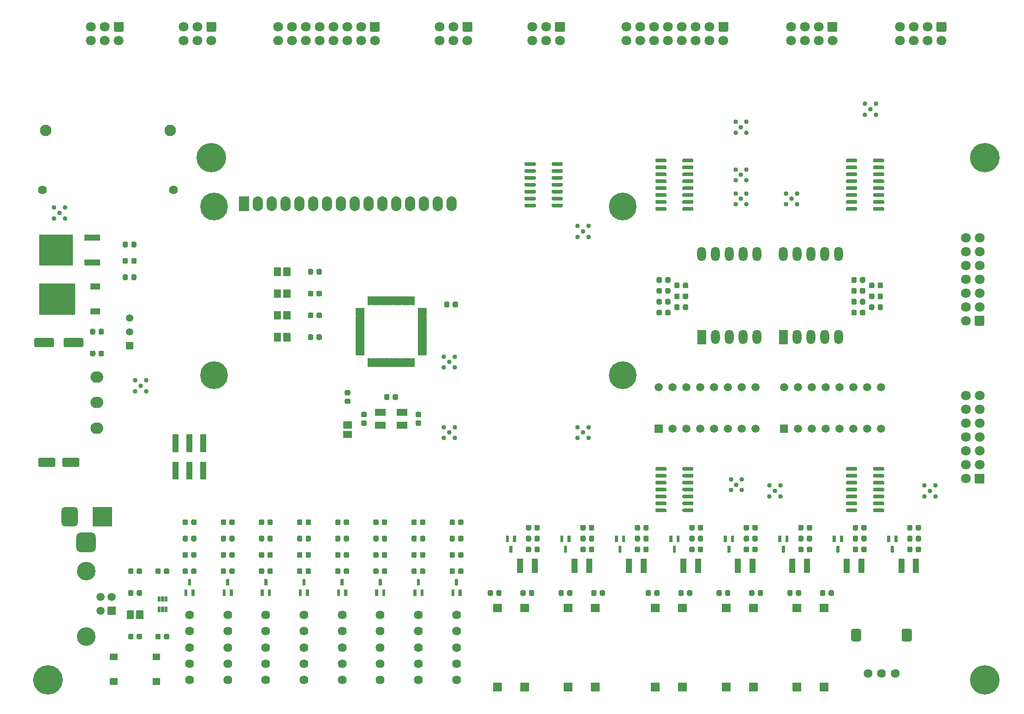
<source format=gbr>
G04 #@! TF.GenerationSoftware,KiCad,Pcbnew,(5.1.8)-1*
G04 #@! TF.CreationDate,2021-01-23T12:46:17+07:00*
G04 #@! TF.ProjectId,digitalSystemBoard,64696769-7461-46c5-9379-7374656d426f,rev?*
G04 #@! TF.SameCoordinates,PX2faf080PY9896800*
G04 #@! TF.FileFunction,Soldermask,Top*
G04 #@! TF.FilePolarity,Negative*
%FSLAX46Y46*%
G04 Gerber Fmt 4.6, Leading zero omitted, Abs format (unit mm)*
G04 Created by KiCad (PCBNEW (5.1.8)-1) date 2021-01-23 12:46:17*
%MOMM*%
%LPD*%
G01*
G04 APERTURE LIST*
%ADD10C,0.010000*%
%ADD11O,2.352000X2.102000*%
%ADD12C,0.852000*%
%ADD13C,2.102000*%
%ADD14C,5.102000*%
%ADD15O,1.902000X2.702000*%
%ADD16O,1.626000X2.626000*%
%ADD17C,1.802000*%
%ADD18C,1.499000*%
%ADD19C,1.626000*%
%ADD20C,1.350000*%
%ADD21C,5.402000*%
%ADD22C,1.510000*%
%ADD23C,3.418000*%
%ADD24C,0.150000*%
G04 APERTURE END LIST*
D10*
G36*
X24124003Y17500000D02*
G01*
X24575000Y17500000D01*
X24575000Y16598400D01*
X24124003Y16598400D01*
X24124003Y17500000D01*
G37*
X24124003Y17500000D02*
X24575000Y17500000D01*
X24575000Y16598400D01*
X24124003Y16598400D01*
X24124003Y17500000D01*
G36*
X24774800Y17500000D02*
G01*
X25225000Y17500000D01*
X25225000Y16598750D01*
X24774800Y16598750D01*
X24774800Y17500000D01*
G37*
X24774800Y17500000D02*
X25225000Y17500000D01*
X25225000Y16598750D01*
X24774800Y16598750D01*
X24774800Y17500000D01*
G36*
X25425222Y17500000D02*
G01*
X25875000Y17500000D01*
X25875000Y16599270D01*
X25425222Y16599270D01*
X25425222Y17500000D01*
G37*
X25425222Y17500000D02*
X25875000Y17500000D01*
X25875000Y16599270D01*
X25425222Y16599270D01*
X25425222Y17500000D01*
G36*
X25426237Y19400000D02*
G01*
X25875000Y19400000D01*
X25875000Y18501455D01*
X25426237Y18501455D01*
X25426237Y19400000D01*
G37*
X25426237Y19400000D02*
X25875000Y19400000D01*
X25875000Y18501455D01*
X25426237Y18501455D01*
X25426237Y19400000D01*
G36*
X24774963Y19400000D02*
G01*
X25225000Y19400000D01*
X25225000Y18500082D01*
X24774963Y18500082D01*
X24774963Y19400000D01*
G37*
X24774963Y19400000D02*
X25225000Y19400000D01*
X25225000Y18500082D01*
X24774963Y18500082D01*
X24774963Y19400000D01*
G36*
X24123564Y19400000D02*
G01*
X24575000Y19400000D01*
X24575000Y18500821D01*
X24123564Y18500821D01*
X24123564Y19400000D01*
G37*
X24123564Y19400000D02*
X24575000Y19400000D01*
X24575000Y18500821D01*
X24123564Y18500821D01*
X24123564Y19400000D01*
G36*
X24124003Y17500000D02*
G01*
X24575000Y17500000D01*
X24575000Y16598400D01*
X24124003Y16598400D01*
X24124003Y17500000D01*
G37*
X24124003Y17500000D02*
X24575000Y17500000D01*
X24575000Y16598400D01*
X24124003Y16598400D01*
X24124003Y17500000D01*
G36*
X24774800Y17500000D02*
G01*
X25225000Y17500000D01*
X25225000Y16598750D01*
X24774800Y16598750D01*
X24774800Y17500000D01*
G37*
X24774800Y17500000D02*
X25225000Y17500000D01*
X25225000Y16598750D01*
X24774800Y16598750D01*
X24774800Y17500000D01*
G36*
X25425222Y17500000D02*
G01*
X25875000Y17500000D01*
X25875000Y16599270D01*
X25425222Y16599270D01*
X25425222Y17500000D01*
G37*
X25425222Y17500000D02*
X25875000Y17500000D01*
X25875000Y16599270D01*
X25425222Y16599270D01*
X25425222Y17500000D01*
G36*
X25426237Y19400000D02*
G01*
X25875000Y19400000D01*
X25875000Y18501455D01*
X25426237Y18501455D01*
X25426237Y19400000D01*
G37*
X25426237Y19400000D02*
X25875000Y19400000D01*
X25875000Y18501455D01*
X25426237Y18501455D01*
X25426237Y19400000D01*
G36*
X24774963Y19400000D02*
G01*
X25225000Y19400000D01*
X25225000Y18500082D01*
X24774963Y18500082D01*
X24774963Y19400000D01*
G37*
X24774963Y19400000D02*
X25225000Y19400000D01*
X25225000Y18500082D01*
X24774963Y18500082D01*
X24774963Y19400000D01*
G36*
X24123564Y19400000D02*
G01*
X24575000Y19400000D01*
X24575000Y18500821D01*
X24123564Y18500821D01*
X24123564Y19400000D01*
G37*
X24123564Y19400000D02*
X24575000Y19400000D01*
X24575000Y18500821D01*
X24123564Y18500821D01*
X24123564Y19400000D01*
G36*
G01*
X24601000Y4300000D02*
X24601000Y3200000D01*
G75*
G02*
X24550000Y3149000I-51000J0D01*
G01*
X23250000Y3149000D01*
G75*
G02*
X23199000Y3200000I0J51000D01*
G01*
X23199000Y4300000D01*
G75*
G02*
X23250000Y4351000I51000J0D01*
G01*
X24550000Y4351000D01*
G75*
G02*
X24601000Y4300000I0J-51000D01*
G01*
G37*
G36*
G01*
X24601000Y8800000D02*
X24601000Y7700000D01*
G75*
G02*
X24550000Y7649000I-51000J0D01*
G01*
X23250000Y7649000D01*
G75*
G02*
X23199000Y7700000I0J51000D01*
G01*
X23199000Y8800000D01*
G75*
G02*
X23250000Y8851000I51000J0D01*
G01*
X24550000Y8851000D01*
G75*
G02*
X24601000Y8800000I0J-51000D01*
G01*
G37*
G36*
G01*
X16801000Y4300000D02*
X16801000Y3200000D01*
G75*
G02*
X16750000Y3149000I-51000J0D01*
G01*
X15450000Y3149000D01*
G75*
G02*
X15399000Y3200000I0J51000D01*
G01*
X15399000Y4300000D01*
G75*
G02*
X15450000Y4351000I51000J0D01*
G01*
X16750000Y4351000D01*
G75*
G02*
X16801000Y4300000I0J-51000D01*
G01*
G37*
G36*
G01*
X16801000Y8800000D02*
X16801000Y7700000D01*
G75*
G02*
X16750000Y7649000I-51000J0D01*
G01*
X15450000Y7649000D01*
G75*
G02*
X15399000Y7700000I0J51000D01*
G01*
X15399000Y8800000D01*
G75*
G02*
X15450000Y8851000I51000J0D01*
G01*
X16750000Y8851000D01*
G75*
G02*
X16801000Y8800000I0J-51000D01*
G01*
G37*
D11*
X13000000Y50300000D03*
X13000000Y59700000D03*
X13000000Y55000000D03*
D12*
X21050000Y58050000D03*
X22050000Y59050000D03*
X20050000Y59050000D03*
X20050000Y57050000D03*
X22050000Y57050000D03*
X7150000Y88800000D03*
X5150000Y88800000D03*
X5150000Y90800000D03*
X7150000Y90800000D03*
X6150000Y89800000D03*
D13*
X3550000Y105000000D03*
X26450000Y105000000D03*
G36*
G01*
X147250000Y1949000D02*
X145750000Y1949000D01*
G75*
G02*
X145699000Y2000000I0J51000D01*
G01*
X145699000Y3500000D01*
G75*
G02*
X145750000Y3551000I51000J0D01*
G01*
X147250000Y3551000D01*
G75*
G02*
X147301000Y3500000I0J-51000D01*
G01*
X147301000Y2000000D01*
G75*
G02*
X147250000Y1949000I-51000J0D01*
G01*
G37*
G36*
G01*
X147250000Y16449000D02*
X145750000Y16449000D01*
G75*
G02*
X145699000Y16500000I0J51000D01*
G01*
X145699000Y18000000D01*
G75*
G02*
X145750000Y18051000I51000J0D01*
G01*
X147250000Y18051000D01*
G75*
G02*
X147301000Y18000000I0J-51000D01*
G01*
X147301000Y16500000D01*
G75*
G02*
X147250000Y16449000I-51000J0D01*
G01*
G37*
G36*
G01*
X142250000Y16449000D02*
X140750000Y16449000D01*
G75*
G02*
X140699000Y16500000I0J51000D01*
G01*
X140699000Y18000000D01*
G75*
G02*
X140750000Y18051000I51000J0D01*
G01*
X142250000Y18051000D01*
G75*
G02*
X142301000Y18000000I0J-51000D01*
G01*
X142301000Y16500000D01*
G75*
G02*
X142250000Y16449000I-51000J0D01*
G01*
G37*
G36*
G01*
X142250000Y1949000D02*
X140750000Y1949000D01*
G75*
G02*
X140699000Y2000000I0J51000D01*
G01*
X140699000Y3500000D01*
G75*
G02*
X140750000Y3551000I51000J0D01*
G01*
X142250000Y3551000D01*
G75*
G02*
X142301000Y3500000I0J-51000D01*
G01*
X142301000Y2000000D01*
G75*
G02*
X142250000Y1949000I-51000J0D01*
G01*
G37*
G36*
G01*
X134250000Y1949000D02*
X132750000Y1949000D01*
G75*
G02*
X132699000Y2000000I0J51000D01*
G01*
X132699000Y3500000D01*
G75*
G02*
X132750000Y3551000I51000J0D01*
G01*
X134250000Y3551000D01*
G75*
G02*
X134301000Y3500000I0J-51000D01*
G01*
X134301000Y2000000D01*
G75*
G02*
X134250000Y1949000I-51000J0D01*
G01*
G37*
G36*
G01*
X134250000Y16449000D02*
X132750000Y16449000D01*
G75*
G02*
X132699000Y16500000I0J51000D01*
G01*
X132699000Y18000000D01*
G75*
G02*
X132750000Y18051000I51000J0D01*
G01*
X134250000Y18051000D01*
G75*
G02*
X134301000Y18000000I0J-51000D01*
G01*
X134301000Y16500000D01*
G75*
G02*
X134250000Y16449000I-51000J0D01*
G01*
G37*
G36*
G01*
X129250000Y16449000D02*
X127750000Y16449000D01*
G75*
G02*
X127699000Y16500000I0J51000D01*
G01*
X127699000Y18000000D01*
G75*
G02*
X127750000Y18051000I51000J0D01*
G01*
X129250000Y18051000D01*
G75*
G02*
X129301000Y18000000I0J-51000D01*
G01*
X129301000Y16500000D01*
G75*
G02*
X129250000Y16449000I-51000J0D01*
G01*
G37*
G36*
G01*
X129250000Y1949000D02*
X127750000Y1949000D01*
G75*
G02*
X127699000Y2000000I0J51000D01*
G01*
X127699000Y3500000D01*
G75*
G02*
X127750000Y3551000I51000J0D01*
G01*
X129250000Y3551000D01*
G75*
G02*
X129301000Y3500000I0J-51000D01*
G01*
X129301000Y2000000D01*
G75*
G02*
X129250000Y1949000I-51000J0D01*
G01*
G37*
G36*
G01*
X121250000Y1949000D02*
X119750000Y1949000D01*
G75*
G02*
X119699000Y2000000I0J51000D01*
G01*
X119699000Y3500000D01*
G75*
G02*
X119750000Y3551000I51000J0D01*
G01*
X121250000Y3551000D01*
G75*
G02*
X121301000Y3500000I0J-51000D01*
G01*
X121301000Y2000000D01*
G75*
G02*
X121250000Y1949000I-51000J0D01*
G01*
G37*
G36*
G01*
X121250000Y16449000D02*
X119750000Y16449000D01*
G75*
G02*
X119699000Y16500000I0J51000D01*
G01*
X119699000Y18000000D01*
G75*
G02*
X119750000Y18051000I51000J0D01*
G01*
X121250000Y18051000D01*
G75*
G02*
X121301000Y18000000I0J-51000D01*
G01*
X121301000Y16500000D01*
G75*
G02*
X121250000Y16449000I-51000J0D01*
G01*
G37*
G36*
G01*
X116250000Y16449000D02*
X114750000Y16449000D01*
G75*
G02*
X114699000Y16500000I0J51000D01*
G01*
X114699000Y18000000D01*
G75*
G02*
X114750000Y18051000I51000J0D01*
G01*
X116250000Y18051000D01*
G75*
G02*
X116301000Y18000000I0J-51000D01*
G01*
X116301000Y16500000D01*
G75*
G02*
X116250000Y16449000I-51000J0D01*
G01*
G37*
G36*
G01*
X116250000Y1949000D02*
X114750000Y1949000D01*
G75*
G02*
X114699000Y2000000I0J51000D01*
G01*
X114699000Y3500000D01*
G75*
G02*
X114750000Y3551000I51000J0D01*
G01*
X116250000Y3551000D01*
G75*
G02*
X116301000Y3500000I0J-51000D01*
G01*
X116301000Y2000000D01*
G75*
G02*
X116250000Y1949000I-51000J0D01*
G01*
G37*
G36*
G01*
X105250000Y1949000D02*
X103750000Y1949000D01*
G75*
G02*
X103699000Y2000000I0J51000D01*
G01*
X103699000Y3500000D01*
G75*
G02*
X103750000Y3551000I51000J0D01*
G01*
X105250000Y3551000D01*
G75*
G02*
X105301000Y3500000I0J-51000D01*
G01*
X105301000Y2000000D01*
G75*
G02*
X105250000Y1949000I-51000J0D01*
G01*
G37*
G36*
G01*
X105250000Y16449000D02*
X103750000Y16449000D01*
G75*
G02*
X103699000Y16500000I0J51000D01*
G01*
X103699000Y18000000D01*
G75*
G02*
X103750000Y18051000I51000J0D01*
G01*
X105250000Y18051000D01*
G75*
G02*
X105301000Y18000000I0J-51000D01*
G01*
X105301000Y16500000D01*
G75*
G02*
X105250000Y16449000I-51000J0D01*
G01*
G37*
G36*
G01*
X100250000Y16449000D02*
X98750000Y16449000D01*
G75*
G02*
X98699000Y16500000I0J51000D01*
G01*
X98699000Y18000000D01*
G75*
G02*
X98750000Y18051000I51000J0D01*
G01*
X100250000Y18051000D01*
G75*
G02*
X100301000Y18000000I0J-51000D01*
G01*
X100301000Y16500000D01*
G75*
G02*
X100250000Y16449000I-51000J0D01*
G01*
G37*
G36*
G01*
X100250000Y1949000D02*
X98750000Y1949000D01*
G75*
G02*
X98699000Y2000000I0J51000D01*
G01*
X98699000Y3500000D01*
G75*
G02*
X98750000Y3551000I51000J0D01*
G01*
X100250000Y3551000D01*
G75*
G02*
X100301000Y3500000I0J-51000D01*
G01*
X100301000Y2000000D01*
G75*
G02*
X100250000Y1949000I-51000J0D01*
G01*
G37*
G36*
G01*
X92250000Y1949000D02*
X90750000Y1949000D01*
G75*
G02*
X90699000Y2000000I0J51000D01*
G01*
X90699000Y3500000D01*
G75*
G02*
X90750000Y3551000I51000J0D01*
G01*
X92250000Y3551000D01*
G75*
G02*
X92301000Y3500000I0J-51000D01*
G01*
X92301000Y2000000D01*
G75*
G02*
X92250000Y1949000I-51000J0D01*
G01*
G37*
G36*
G01*
X92250000Y16449000D02*
X90750000Y16449000D01*
G75*
G02*
X90699000Y16500000I0J51000D01*
G01*
X90699000Y18000000D01*
G75*
G02*
X90750000Y18051000I51000J0D01*
G01*
X92250000Y18051000D01*
G75*
G02*
X92301000Y18000000I0J-51000D01*
G01*
X92301000Y16500000D01*
G75*
G02*
X92250000Y16449000I-51000J0D01*
G01*
G37*
G36*
G01*
X87250000Y16449000D02*
X85750000Y16449000D01*
G75*
G02*
X85699000Y16500000I0J51000D01*
G01*
X85699000Y18000000D01*
G75*
G02*
X85750000Y18051000I51000J0D01*
G01*
X87250000Y18051000D01*
G75*
G02*
X87301000Y18000000I0J-51000D01*
G01*
X87301000Y16500000D01*
G75*
G02*
X87250000Y16449000I-51000J0D01*
G01*
G37*
G36*
G01*
X87250000Y1949000D02*
X85750000Y1949000D01*
G75*
G02*
X85699000Y2000000I0J51000D01*
G01*
X85699000Y3500000D01*
G75*
G02*
X85750000Y3551000I51000J0D01*
G01*
X87250000Y3551000D01*
G75*
G02*
X87301000Y3500000I0J-51000D01*
G01*
X87301000Y2000000D01*
G75*
G02*
X87250000Y1949000I-51000J0D01*
G01*
G37*
G36*
G01*
X29568200Y19425000D02*
X29111000Y19425000D01*
G75*
G02*
X29060000Y19476000I0J51000D01*
G01*
X29060000Y20593600D01*
G75*
G02*
X29111000Y20644600I51000J0D01*
G01*
X29568200Y20644600D01*
G75*
G02*
X29619200Y20593600I0J-51000D01*
G01*
X29619200Y19476000D01*
G75*
G02*
X29568200Y19425000I-51000J0D01*
G01*
G37*
G36*
G01*
X30889000Y19425000D02*
X30431800Y19425000D01*
G75*
G02*
X30380800Y19476000I0J51000D01*
G01*
X30380800Y20593600D01*
G75*
G02*
X30431800Y20644600I51000J0D01*
G01*
X30889000Y20644600D01*
G75*
G02*
X30940000Y20593600I0J-51000D01*
G01*
X30940000Y19476000D01*
G75*
G02*
X30889000Y19425000I-51000J0D01*
G01*
G37*
G36*
G01*
X30228600Y21355400D02*
X29771400Y21355400D01*
G75*
G02*
X29720400Y21406400I0J51000D01*
G01*
X29720400Y22524000D01*
G75*
G02*
X29771400Y22575000I51000J0D01*
G01*
X30228600Y22575000D01*
G75*
G02*
X30279600Y22524000I0J-51000D01*
G01*
X30279600Y21406400D01*
G75*
G02*
X30228600Y21355400I-51000J0D01*
G01*
G37*
G36*
G01*
X36568200Y19425000D02*
X36111000Y19425000D01*
G75*
G02*
X36060000Y19476000I0J51000D01*
G01*
X36060000Y20593600D01*
G75*
G02*
X36111000Y20644600I51000J0D01*
G01*
X36568200Y20644600D01*
G75*
G02*
X36619200Y20593600I0J-51000D01*
G01*
X36619200Y19476000D01*
G75*
G02*
X36568200Y19425000I-51000J0D01*
G01*
G37*
G36*
G01*
X37889000Y19425000D02*
X37431800Y19425000D01*
G75*
G02*
X37380800Y19476000I0J51000D01*
G01*
X37380800Y20593600D01*
G75*
G02*
X37431800Y20644600I51000J0D01*
G01*
X37889000Y20644600D01*
G75*
G02*
X37940000Y20593600I0J-51000D01*
G01*
X37940000Y19476000D01*
G75*
G02*
X37889000Y19425000I-51000J0D01*
G01*
G37*
G36*
G01*
X37228600Y21355400D02*
X36771400Y21355400D01*
G75*
G02*
X36720400Y21406400I0J51000D01*
G01*
X36720400Y22524000D01*
G75*
G02*
X36771400Y22575000I51000J0D01*
G01*
X37228600Y22575000D01*
G75*
G02*
X37279600Y22524000I0J-51000D01*
G01*
X37279600Y21406400D01*
G75*
G02*
X37228600Y21355400I-51000J0D01*
G01*
G37*
G36*
G01*
X43568200Y19425000D02*
X43111000Y19425000D01*
G75*
G02*
X43060000Y19476000I0J51000D01*
G01*
X43060000Y20593600D01*
G75*
G02*
X43111000Y20644600I51000J0D01*
G01*
X43568200Y20644600D01*
G75*
G02*
X43619200Y20593600I0J-51000D01*
G01*
X43619200Y19476000D01*
G75*
G02*
X43568200Y19425000I-51000J0D01*
G01*
G37*
G36*
G01*
X44889000Y19425000D02*
X44431800Y19425000D01*
G75*
G02*
X44380800Y19476000I0J51000D01*
G01*
X44380800Y20593600D01*
G75*
G02*
X44431800Y20644600I51000J0D01*
G01*
X44889000Y20644600D01*
G75*
G02*
X44940000Y20593600I0J-51000D01*
G01*
X44940000Y19476000D01*
G75*
G02*
X44889000Y19425000I-51000J0D01*
G01*
G37*
G36*
G01*
X44228600Y21355400D02*
X43771400Y21355400D01*
G75*
G02*
X43720400Y21406400I0J51000D01*
G01*
X43720400Y22524000D01*
G75*
G02*
X43771400Y22575000I51000J0D01*
G01*
X44228600Y22575000D01*
G75*
G02*
X44279600Y22524000I0J-51000D01*
G01*
X44279600Y21406400D01*
G75*
G02*
X44228600Y21355400I-51000J0D01*
G01*
G37*
G36*
G01*
X50568200Y19425000D02*
X50111000Y19425000D01*
G75*
G02*
X50060000Y19476000I0J51000D01*
G01*
X50060000Y20593600D01*
G75*
G02*
X50111000Y20644600I51000J0D01*
G01*
X50568200Y20644600D01*
G75*
G02*
X50619200Y20593600I0J-51000D01*
G01*
X50619200Y19476000D01*
G75*
G02*
X50568200Y19425000I-51000J0D01*
G01*
G37*
G36*
G01*
X51889000Y19425000D02*
X51431800Y19425000D01*
G75*
G02*
X51380800Y19476000I0J51000D01*
G01*
X51380800Y20593600D01*
G75*
G02*
X51431800Y20644600I51000J0D01*
G01*
X51889000Y20644600D01*
G75*
G02*
X51940000Y20593600I0J-51000D01*
G01*
X51940000Y19476000D01*
G75*
G02*
X51889000Y19425000I-51000J0D01*
G01*
G37*
G36*
G01*
X51228600Y21355400D02*
X50771400Y21355400D01*
G75*
G02*
X50720400Y21406400I0J51000D01*
G01*
X50720400Y22524000D01*
G75*
G02*
X50771400Y22575000I51000J0D01*
G01*
X51228600Y22575000D01*
G75*
G02*
X51279600Y22524000I0J-51000D01*
G01*
X51279600Y21406400D01*
G75*
G02*
X51228600Y21355400I-51000J0D01*
G01*
G37*
G36*
G01*
X57568200Y19425000D02*
X57111000Y19425000D01*
G75*
G02*
X57060000Y19476000I0J51000D01*
G01*
X57060000Y20593600D01*
G75*
G02*
X57111000Y20644600I51000J0D01*
G01*
X57568200Y20644600D01*
G75*
G02*
X57619200Y20593600I0J-51000D01*
G01*
X57619200Y19476000D01*
G75*
G02*
X57568200Y19425000I-51000J0D01*
G01*
G37*
G36*
G01*
X58889000Y19425000D02*
X58431800Y19425000D01*
G75*
G02*
X58380800Y19476000I0J51000D01*
G01*
X58380800Y20593600D01*
G75*
G02*
X58431800Y20644600I51000J0D01*
G01*
X58889000Y20644600D01*
G75*
G02*
X58940000Y20593600I0J-51000D01*
G01*
X58940000Y19476000D01*
G75*
G02*
X58889000Y19425000I-51000J0D01*
G01*
G37*
G36*
G01*
X58228600Y21355400D02*
X57771400Y21355400D01*
G75*
G02*
X57720400Y21406400I0J51000D01*
G01*
X57720400Y22524000D01*
G75*
G02*
X57771400Y22575000I51000J0D01*
G01*
X58228600Y22575000D01*
G75*
G02*
X58279600Y22524000I0J-51000D01*
G01*
X58279600Y21406400D01*
G75*
G02*
X58228600Y21355400I-51000J0D01*
G01*
G37*
G36*
G01*
X64568200Y19425000D02*
X64111000Y19425000D01*
G75*
G02*
X64060000Y19476000I0J51000D01*
G01*
X64060000Y20593600D01*
G75*
G02*
X64111000Y20644600I51000J0D01*
G01*
X64568200Y20644600D01*
G75*
G02*
X64619200Y20593600I0J-51000D01*
G01*
X64619200Y19476000D01*
G75*
G02*
X64568200Y19425000I-51000J0D01*
G01*
G37*
G36*
G01*
X65889000Y19425000D02*
X65431800Y19425000D01*
G75*
G02*
X65380800Y19476000I0J51000D01*
G01*
X65380800Y20593600D01*
G75*
G02*
X65431800Y20644600I51000J0D01*
G01*
X65889000Y20644600D01*
G75*
G02*
X65940000Y20593600I0J-51000D01*
G01*
X65940000Y19476000D01*
G75*
G02*
X65889000Y19425000I-51000J0D01*
G01*
G37*
G36*
G01*
X65228600Y21355400D02*
X64771400Y21355400D01*
G75*
G02*
X64720400Y21406400I0J51000D01*
G01*
X64720400Y22524000D01*
G75*
G02*
X64771400Y22575000I51000J0D01*
G01*
X65228600Y22575000D01*
G75*
G02*
X65279600Y22524000I0J-51000D01*
G01*
X65279600Y21406400D01*
G75*
G02*
X65228600Y21355400I-51000J0D01*
G01*
G37*
G36*
G01*
X71568200Y19425000D02*
X71111000Y19425000D01*
G75*
G02*
X71060000Y19476000I0J51000D01*
G01*
X71060000Y20593600D01*
G75*
G02*
X71111000Y20644600I51000J0D01*
G01*
X71568200Y20644600D01*
G75*
G02*
X71619200Y20593600I0J-51000D01*
G01*
X71619200Y19476000D01*
G75*
G02*
X71568200Y19425000I-51000J0D01*
G01*
G37*
G36*
G01*
X72889000Y19425000D02*
X72431800Y19425000D01*
G75*
G02*
X72380800Y19476000I0J51000D01*
G01*
X72380800Y20593600D01*
G75*
G02*
X72431800Y20644600I51000J0D01*
G01*
X72889000Y20644600D01*
G75*
G02*
X72940000Y20593600I0J-51000D01*
G01*
X72940000Y19476000D01*
G75*
G02*
X72889000Y19425000I-51000J0D01*
G01*
G37*
G36*
G01*
X72228600Y21355400D02*
X71771400Y21355400D01*
G75*
G02*
X71720400Y21406400I0J51000D01*
G01*
X71720400Y22524000D01*
G75*
G02*
X71771400Y22575000I51000J0D01*
G01*
X72228600Y22575000D01*
G75*
G02*
X72279600Y22524000I0J-51000D01*
G01*
X72279600Y21406400D01*
G75*
G02*
X72228600Y21355400I-51000J0D01*
G01*
G37*
G36*
G01*
X78568200Y19425000D02*
X78111000Y19425000D01*
G75*
G02*
X78060000Y19476000I0J51000D01*
G01*
X78060000Y20593600D01*
G75*
G02*
X78111000Y20644600I51000J0D01*
G01*
X78568200Y20644600D01*
G75*
G02*
X78619200Y20593600I0J-51000D01*
G01*
X78619200Y19476000D01*
G75*
G02*
X78568200Y19425000I-51000J0D01*
G01*
G37*
G36*
G01*
X79889000Y19425000D02*
X79431800Y19425000D01*
G75*
G02*
X79380800Y19476000I0J51000D01*
G01*
X79380800Y20593600D01*
G75*
G02*
X79431800Y20644600I51000J0D01*
G01*
X79889000Y20644600D01*
G75*
G02*
X79940000Y20593600I0J-51000D01*
G01*
X79940000Y19476000D01*
G75*
G02*
X79889000Y19425000I-51000J0D01*
G01*
G37*
G36*
G01*
X79228600Y21355400D02*
X78771400Y21355400D01*
G75*
G02*
X78720400Y21406400I0J51000D01*
G01*
X78720400Y22524000D01*
G75*
G02*
X78771400Y22575000I51000J0D01*
G01*
X79228600Y22575000D01*
G75*
G02*
X79279600Y22524000I0J-51000D01*
G01*
X79279600Y21406400D01*
G75*
G02*
X79228600Y21355400I-51000J0D01*
G01*
G37*
G36*
G01*
X89431800Y30575000D02*
X89889000Y30575000D01*
G75*
G02*
X89940000Y30524000I0J-51000D01*
G01*
X89940000Y29406400D01*
G75*
G02*
X89889000Y29355400I-51000J0D01*
G01*
X89431800Y29355400D01*
G75*
G02*
X89380800Y29406400I0J51000D01*
G01*
X89380800Y30524000D01*
G75*
G02*
X89431800Y30575000I51000J0D01*
G01*
G37*
G36*
G01*
X88111000Y30575000D02*
X88568200Y30575000D01*
G75*
G02*
X88619200Y30524000I0J-51000D01*
G01*
X88619200Y29406400D01*
G75*
G02*
X88568200Y29355400I-51000J0D01*
G01*
X88111000Y29355400D01*
G75*
G02*
X88060000Y29406400I0J51000D01*
G01*
X88060000Y30524000D01*
G75*
G02*
X88111000Y30575000I51000J0D01*
G01*
G37*
G36*
G01*
X88771400Y28644600D02*
X89228600Y28644600D01*
G75*
G02*
X89279600Y28593600I0J-51000D01*
G01*
X89279600Y27476000D01*
G75*
G02*
X89228600Y27425000I-51000J0D01*
G01*
X88771400Y27425000D01*
G75*
G02*
X88720400Y27476000I0J51000D01*
G01*
X88720400Y28593600D01*
G75*
G02*
X88771400Y28644600I51000J0D01*
G01*
G37*
G36*
G01*
X99431800Y30575000D02*
X99889000Y30575000D01*
G75*
G02*
X99940000Y30524000I0J-51000D01*
G01*
X99940000Y29406400D01*
G75*
G02*
X99889000Y29355400I-51000J0D01*
G01*
X99431800Y29355400D01*
G75*
G02*
X99380800Y29406400I0J51000D01*
G01*
X99380800Y30524000D01*
G75*
G02*
X99431800Y30575000I51000J0D01*
G01*
G37*
G36*
G01*
X98111000Y30575000D02*
X98568200Y30575000D01*
G75*
G02*
X98619200Y30524000I0J-51000D01*
G01*
X98619200Y29406400D01*
G75*
G02*
X98568200Y29355400I-51000J0D01*
G01*
X98111000Y29355400D01*
G75*
G02*
X98060000Y29406400I0J51000D01*
G01*
X98060000Y30524000D01*
G75*
G02*
X98111000Y30575000I51000J0D01*
G01*
G37*
G36*
G01*
X98771400Y28644600D02*
X99228600Y28644600D01*
G75*
G02*
X99279600Y28593600I0J-51000D01*
G01*
X99279600Y27476000D01*
G75*
G02*
X99228600Y27425000I-51000J0D01*
G01*
X98771400Y27425000D01*
G75*
G02*
X98720400Y27476000I0J51000D01*
G01*
X98720400Y28593600D01*
G75*
G02*
X98771400Y28644600I51000J0D01*
G01*
G37*
G36*
G01*
X109431800Y30575000D02*
X109889000Y30575000D01*
G75*
G02*
X109940000Y30524000I0J-51000D01*
G01*
X109940000Y29406400D01*
G75*
G02*
X109889000Y29355400I-51000J0D01*
G01*
X109431800Y29355400D01*
G75*
G02*
X109380800Y29406400I0J51000D01*
G01*
X109380800Y30524000D01*
G75*
G02*
X109431800Y30575000I51000J0D01*
G01*
G37*
G36*
G01*
X108111000Y30575000D02*
X108568200Y30575000D01*
G75*
G02*
X108619200Y30524000I0J-51000D01*
G01*
X108619200Y29406400D01*
G75*
G02*
X108568200Y29355400I-51000J0D01*
G01*
X108111000Y29355400D01*
G75*
G02*
X108060000Y29406400I0J51000D01*
G01*
X108060000Y30524000D01*
G75*
G02*
X108111000Y30575000I51000J0D01*
G01*
G37*
G36*
G01*
X108771400Y28644600D02*
X109228600Y28644600D01*
G75*
G02*
X109279600Y28593600I0J-51000D01*
G01*
X109279600Y27476000D01*
G75*
G02*
X109228600Y27425000I-51000J0D01*
G01*
X108771400Y27425000D01*
G75*
G02*
X108720400Y27476000I0J51000D01*
G01*
X108720400Y28593600D01*
G75*
G02*
X108771400Y28644600I51000J0D01*
G01*
G37*
G36*
G01*
X119431800Y30575000D02*
X119889000Y30575000D01*
G75*
G02*
X119940000Y30524000I0J-51000D01*
G01*
X119940000Y29406400D01*
G75*
G02*
X119889000Y29355400I-51000J0D01*
G01*
X119431800Y29355400D01*
G75*
G02*
X119380800Y29406400I0J51000D01*
G01*
X119380800Y30524000D01*
G75*
G02*
X119431800Y30575000I51000J0D01*
G01*
G37*
G36*
G01*
X118111000Y30575000D02*
X118568200Y30575000D01*
G75*
G02*
X118619200Y30524000I0J-51000D01*
G01*
X118619200Y29406400D01*
G75*
G02*
X118568200Y29355400I-51000J0D01*
G01*
X118111000Y29355400D01*
G75*
G02*
X118060000Y29406400I0J51000D01*
G01*
X118060000Y30524000D01*
G75*
G02*
X118111000Y30575000I51000J0D01*
G01*
G37*
G36*
G01*
X118771400Y28644600D02*
X119228600Y28644600D01*
G75*
G02*
X119279600Y28593600I0J-51000D01*
G01*
X119279600Y27476000D01*
G75*
G02*
X119228600Y27425000I-51000J0D01*
G01*
X118771400Y27425000D01*
G75*
G02*
X118720400Y27476000I0J51000D01*
G01*
X118720400Y28593600D01*
G75*
G02*
X118771400Y28644600I51000J0D01*
G01*
G37*
G36*
G01*
X129431800Y30575000D02*
X129889000Y30575000D01*
G75*
G02*
X129940000Y30524000I0J-51000D01*
G01*
X129940000Y29406400D01*
G75*
G02*
X129889000Y29355400I-51000J0D01*
G01*
X129431800Y29355400D01*
G75*
G02*
X129380800Y29406400I0J51000D01*
G01*
X129380800Y30524000D01*
G75*
G02*
X129431800Y30575000I51000J0D01*
G01*
G37*
G36*
G01*
X128111000Y30575000D02*
X128568200Y30575000D01*
G75*
G02*
X128619200Y30524000I0J-51000D01*
G01*
X128619200Y29406400D01*
G75*
G02*
X128568200Y29355400I-51000J0D01*
G01*
X128111000Y29355400D01*
G75*
G02*
X128060000Y29406400I0J51000D01*
G01*
X128060000Y30524000D01*
G75*
G02*
X128111000Y30575000I51000J0D01*
G01*
G37*
G36*
G01*
X128771400Y28644600D02*
X129228600Y28644600D01*
G75*
G02*
X129279600Y28593600I0J-51000D01*
G01*
X129279600Y27476000D01*
G75*
G02*
X129228600Y27425000I-51000J0D01*
G01*
X128771400Y27425000D01*
G75*
G02*
X128720400Y27476000I0J51000D01*
G01*
X128720400Y28593600D01*
G75*
G02*
X128771400Y28644600I51000J0D01*
G01*
G37*
G36*
G01*
X139431800Y30575000D02*
X139889000Y30575000D01*
G75*
G02*
X139940000Y30524000I0J-51000D01*
G01*
X139940000Y29406400D01*
G75*
G02*
X139889000Y29355400I-51000J0D01*
G01*
X139431800Y29355400D01*
G75*
G02*
X139380800Y29406400I0J51000D01*
G01*
X139380800Y30524000D01*
G75*
G02*
X139431800Y30575000I51000J0D01*
G01*
G37*
G36*
G01*
X138111000Y30575000D02*
X138568200Y30575000D01*
G75*
G02*
X138619200Y30524000I0J-51000D01*
G01*
X138619200Y29406400D01*
G75*
G02*
X138568200Y29355400I-51000J0D01*
G01*
X138111000Y29355400D01*
G75*
G02*
X138060000Y29406400I0J51000D01*
G01*
X138060000Y30524000D01*
G75*
G02*
X138111000Y30575000I51000J0D01*
G01*
G37*
G36*
G01*
X138771400Y28644600D02*
X139228600Y28644600D01*
G75*
G02*
X139279600Y28593600I0J-51000D01*
G01*
X139279600Y27476000D01*
G75*
G02*
X139228600Y27425000I-51000J0D01*
G01*
X138771400Y27425000D01*
G75*
G02*
X138720400Y27476000I0J51000D01*
G01*
X138720400Y28593600D01*
G75*
G02*
X138771400Y28644600I51000J0D01*
G01*
G37*
G36*
G01*
X149431800Y30575000D02*
X149889000Y30575000D01*
G75*
G02*
X149940000Y30524000I0J-51000D01*
G01*
X149940000Y29406400D01*
G75*
G02*
X149889000Y29355400I-51000J0D01*
G01*
X149431800Y29355400D01*
G75*
G02*
X149380800Y29406400I0J51000D01*
G01*
X149380800Y30524000D01*
G75*
G02*
X149431800Y30575000I51000J0D01*
G01*
G37*
G36*
G01*
X148111000Y30575000D02*
X148568200Y30575000D01*
G75*
G02*
X148619200Y30524000I0J-51000D01*
G01*
X148619200Y29406400D01*
G75*
G02*
X148568200Y29355400I-51000J0D01*
G01*
X148111000Y29355400D01*
G75*
G02*
X148060000Y29406400I0J51000D01*
G01*
X148060000Y30524000D01*
G75*
G02*
X148111000Y30575000I51000J0D01*
G01*
G37*
G36*
G01*
X148771400Y28644600D02*
X149228600Y28644600D01*
G75*
G02*
X149279600Y28593600I0J-51000D01*
G01*
X149279600Y27476000D01*
G75*
G02*
X149228600Y27425000I-51000J0D01*
G01*
X148771400Y27425000D01*
G75*
G02*
X148720400Y27476000I0J51000D01*
G01*
X148720400Y28593600D01*
G75*
G02*
X148771400Y28644600I51000J0D01*
G01*
G37*
G36*
G01*
X159431800Y30575000D02*
X159889000Y30575000D01*
G75*
G02*
X159940000Y30524000I0J-51000D01*
G01*
X159940000Y29406400D01*
G75*
G02*
X159889000Y29355400I-51000J0D01*
G01*
X159431800Y29355400D01*
G75*
G02*
X159380800Y29406400I0J51000D01*
G01*
X159380800Y30524000D01*
G75*
G02*
X159431800Y30575000I51000J0D01*
G01*
G37*
G36*
G01*
X158111000Y30575000D02*
X158568200Y30575000D01*
G75*
G02*
X158619200Y30524000I0J-51000D01*
G01*
X158619200Y29406400D01*
G75*
G02*
X158568200Y29355400I-51000J0D01*
G01*
X158111000Y29355400D01*
G75*
G02*
X158060000Y29406400I0J51000D01*
G01*
X158060000Y30524000D01*
G75*
G02*
X158111000Y30575000I51000J0D01*
G01*
G37*
G36*
G01*
X158771400Y28644600D02*
X159228600Y28644600D01*
G75*
G02*
X159279600Y28593600I0J-51000D01*
G01*
X159279600Y27476000D01*
G75*
G02*
X159228600Y27425000I-51000J0D01*
G01*
X158771400Y27425000D01*
G75*
G02*
X158720400Y27476000I0J51000D01*
G01*
X158720400Y28593600D01*
G75*
G02*
X158771400Y28644600I51000J0D01*
G01*
G37*
G36*
G01*
X5351000Y44585063D02*
X5351000Y43414937D01*
G75*
G02*
X5085063Y43149000I-265937J0D01*
G01*
X2514937Y43149000D01*
G75*
G02*
X2249000Y43414937I0J265937D01*
G01*
X2249000Y44585063D01*
G75*
G02*
X2514937Y44851000I265937J0D01*
G01*
X5085063Y44851000D01*
G75*
G02*
X5351000Y44585063I0J-265937D01*
G01*
G37*
G36*
G01*
X9751000Y44585063D02*
X9751000Y43414937D01*
G75*
G02*
X9485063Y43149000I-265937J0D01*
G01*
X6914937Y43149000D01*
G75*
G02*
X6649000Y43414937I0J265937D01*
G01*
X6649000Y44585063D01*
G75*
G02*
X6914937Y44851000I265937J0D01*
G01*
X9485063Y44851000D01*
G75*
G02*
X9751000Y44585063I0J-265937D01*
G01*
G37*
G36*
G01*
X6899000Y65414937D02*
X6899000Y66585063D01*
G75*
G02*
X7164937Y66851000I265937J0D01*
G01*
X10235063Y66851000D01*
G75*
G02*
X10501000Y66585063I0J-265937D01*
G01*
X10501000Y65414937D01*
G75*
G02*
X10235063Y65149000I-265937J0D01*
G01*
X7164937Y65149000D01*
G75*
G02*
X6899000Y65414937I0J265937D01*
G01*
G37*
G36*
G01*
X1499000Y65414937D02*
X1499000Y66585063D01*
G75*
G02*
X1764937Y66851000I265937J0D01*
G01*
X4835063Y66851000D01*
G75*
G02*
X5101000Y66585063I0J-265937D01*
G01*
X5101000Y65414937D01*
G75*
G02*
X4835063Y65149000I-265937J0D01*
G01*
X1764937Y65149000D01*
G75*
G02*
X1499000Y65414937I0J265937D01*
G01*
G37*
D14*
X109500000Y91000000D03*
X109500000Y60000000D03*
X34500000Y60000000D03*
X34500000Y91000000D03*
D15*
X78100000Y91500000D03*
X75560000Y91500000D03*
X73020000Y91500000D03*
X70480000Y91500000D03*
X67940000Y91500000D03*
X65400000Y91500000D03*
X62860000Y91500000D03*
X60320000Y91500000D03*
X57780000Y91500000D03*
X55240000Y91500000D03*
X52700000Y91500000D03*
X50160000Y91500000D03*
X47620000Y91500000D03*
X45080000Y91500000D03*
X42540000Y91500000D03*
G36*
G01*
X39049000Y90200000D02*
X39049000Y92800000D01*
G75*
G02*
X39100000Y92851000I51000J0D01*
G01*
X40900000Y92851000D01*
G75*
G02*
X40951000Y92800000I0J-51000D01*
G01*
X40951000Y90200000D01*
G75*
G02*
X40900000Y90149000I-51000J0D01*
G01*
X39100000Y90149000D01*
G75*
G02*
X39049000Y90200000I0J51000D01*
G01*
G37*
G36*
G01*
X116701000Y77781750D02*
X116701000Y77218250D01*
G75*
G02*
X116456750Y76974000I-244250J0D01*
G01*
X115968250Y76974000D01*
G75*
G02*
X115724000Y77218250I0J244250D01*
G01*
X115724000Y77781750D01*
G75*
G02*
X115968250Y78026000I244250J0D01*
G01*
X116456750Y78026000D01*
G75*
G02*
X116701000Y77781750I0J-244250D01*
G01*
G37*
G36*
G01*
X118276000Y77781750D02*
X118276000Y77218250D01*
G75*
G02*
X118031750Y76974000I-244250J0D01*
G01*
X117543250Y76974000D01*
G75*
G02*
X117299000Y77218250I0J244250D01*
G01*
X117299000Y77781750D01*
G75*
G02*
X117543250Y78026000I244250J0D01*
G01*
X118031750Y78026000D01*
G75*
G02*
X118276000Y77781750I0J-244250D01*
G01*
G37*
G36*
G01*
X119951000Y76781750D02*
X119951000Y76218250D01*
G75*
G02*
X119706750Y75974000I-244250J0D01*
G01*
X119218250Y75974000D01*
G75*
G02*
X118974000Y76218250I0J244250D01*
G01*
X118974000Y76781750D01*
G75*
G02*
X119218250Y77026000I244250J0D01*
G01*
X119706750Y77026000D01*
G75*
G02*
X119951000Y76781750I0J-244250D01*
G01*
G37*
G36*
G01*
X121526000Y76781750D02*
X121526000Y76218250D01*
G75*
G02*
X121281750Y75974000I-244250J0D01*
G01*
X120793250Y75974000D01*
G75*
G02*
X120549000Y76218250I0J244250D01*
G01*
X120549000Y76781750D01*
G75*
G02*
X120793250Y77026000I244250J0D01*
G01*
X121281750Y77026000D01*
G75*
G02*
X121526000Y76781750I0J-244250D01*
G01*
G37*
G36*
G01*
X116701000Y71781750D02*
X116701000Y71218250D01*
G75*
G02*
X116456750Y70974000I-244250J0D01*
G01*
X115968250Y70974000D01*
G75*
G02*
X115724000Y71218250I0J244250D01*
G01*
X115724000Y71781750D01*
G75*
G02*
X115968250Y72026000I244250J0D01*
G01*
X116456750Y72026000D01*
G75*
G02*
X116701000Y71781750I0J-244250D01*
G01*
G37*
G36*
G01*
X118276000Y71781750D02*
X118276000Y71218250D01*
G75*
G02*
X118031750Y70974000I-244250J0D01*
G01*
X117543250Y70974000D01*
G75*
G02*
X117299000Y71218250I0J244250D01*
G01*
X117299000Y71781750D01*
G75*
G02*
X117543250Y72026000I244250J0D01*
G01*
X118031750Y72026000D01*
G75*
G02*
X118276000Y71781750I0J-244250D01*
G01*
G37*
G36*
G01*
X119951000Y72781750D02*
X119951000Y72218250D01*
G75*
G02*
X119706750Y71974000I-244250J0D01*
G01*
X119218250Y71974000D01*
G75*
G02*
X118974000Y72218250I0J244250D01*
G01*
X118974000Y72781750D01*
G75*
G02*
X119218250Y73026000I244250J0D01*
G01*
X119706750Y73026000D01*
G75*
G02*
X119951000Y72781750I0J-244250D01*
G01*
G37*
G36*
G01*
X121526000Y72781750D02*
X121526000Y72218250D01*
G75*
G02*
X121281750Y71974000I-244250J0D01*
G01*
X120793250Y71974000D01*
G75*
G02*
X120549000Y72218250I0J244250D01*
G01*
X120549000Y72781750D01*
G75*
G02*
X120793250Y73026000I244250J0D01*
G01*
X121281750Y73026000D01*
G75*
G02*
X121526000Y72781750I0J-244250D01*
G01*
G37*
G36*
G01*
X116701000Y73781750D02*
X116701000Y73218250D01*
G75*
G02*
X116456750Y72974000I-244250J0D01*
G01*
X115968250Y72974000D01*
G75*
G02*
X115724000Y73218250I0J244250D01*
G01*
X115724000Y73781750D01*
G75*
G02*
X115968250Y74026000I244250J0D01*
G01*
X116456750Y74026000D01*
G75*
G02*
X116701000Y73781750I0J-244250D01*
G01*
G37*
G36*
G01*
X118276000Y73781750D02*
X118276000Y73218250D01*
G75*
G02*
X118031750Y72974000I-244250J0D01*
G01*
X117543250Y72974000D01*
G75*
G02*
X117299000Y73218250I0J244250D01*
G01*
X117299000Y73781750D01*
G75*
G02*
X117543250Y74026000I244250J0D01*
G01*
X118031750Y74026000D01*
G75*
G02*
X118276000Y73781750I0J-244250D01*
G01*
G37*
G36*
G01*
X119951000Y74781750D02*
X119951000Y74218250D01*
G75*
G02*
X119706750Y73974000I-244250J0D01*
G01*
X119218250Y73974000D01*
G75*
G02*
X118974000Y74218250I0J244250D01*
G01*
X118974000Y74781750D01*
G75*
G02*
X119218250Y75026000I244250J0D01*
G01*
X119706750Y75026000D01*
G75*
G02*
X119951000Y74781750I0J-244250D01*
G01*
G37*
G36*
G01*
X121526000Y74781750D02*
X121526000Y74218250D01*
G75*
G02*
X121281750Y73974000I-244250J0D01*
G01*
X120793250Y73974000D01*
G75*
G02*
X120549000Y74218250I0J244250D01*
G01*
X120549000Y74781750D01*
G75*
G02*
X120793250Y75026000I244250J0D01*
G01*
X121281750Y75026000D01*
G75*
G02*
X121526000Y74781750I0J-244250D01*
G01*
G37*
G36*
G01*
X116701000Y75781750D02*
X116701000Y75218250D01*
G75*
G02*
X116456750Y74974000I-244250J0D01*
G01*
X115968250Y74974000D01*
G75*
G02*
X115724000Y75218250I0J244250D01*
G01*
X115724000Y75781750D01*
G75*
G02*
X115968250Y76026000I244250J0D01*
G01*
X116456750Y76026000D01*
G75*
G02*
X116701000Y75781750I0J-244250D01*
G01*
G37*
G36*
G01*
X118276000Y75781750D02*
X118276000Y75218250D01*
G75*
G02*
X118031750Y74974000I-244250J0D01*
G01*
X117543250Y74974000D01*
G75*
G02*
X117299000Y75218250I0J244250D01*
G01*
X117299000Y75781750D01*
G75*
G02*
X117543250Y76026000I244250J0D01*
G01*
X118031750Y76026000D01*
G75*
G02*
X118276000Y75781750I0J-244250D01*
G01*
G37*
G36*
G01*
X156299000Y74218250D02*
X156299000Y74781750D01*
G75*
G02*
X156543250Y75026000I244250J0D01*
G01*
X157031750Y75026000D01*
G75*
G02*
X157276000Y74781750I0J-244250D01*
G01*
X157276000Y74218250D01*
G75*
G02*
X157031750Y73974000I-244250J0D01*
G01*
X156543250Y73974000D01*
G75*
G02*
X156299000Y74218250I0J244250D01*
G01*
G37*
G36*
G01*
X154724000Y74218250D02*
X154724000Y74781750D01*
G75*
G02*
X154968250Y75026000I244250J0D01*
G01*
X155456750Y75026000D01*
G75*
G02*
X155701000Y74781750I0J-244250D01*
G01*
X155701000Y74218250D01*
G75*
G02*
X155456750Y73974000I-244250J0D01*
G01*
X154968250Y73974000D01*
G75*
G02*
X154724000Y74218250I0J244250D01*
G01*
G37*
G36*
G01*
X153049000Y75218250D02*
X153049000Y75781750D01*
G75*
G02*
X153293250Y76026000I244250J0D01*
G01*
X153781750Y76026000D01*
G75*
G02*
X154026000Y75781750I0J-244250D01*
G01*
X154026000Y75218250D01*
G75*
G02*
X153781750Y74974000I-244250J0D01*
G01*
X153293250Y74974000D01*
G75*
G02*
X153049000Y75218250I0J244250D01*
G01*
G37*
G36*
G01*
X151474000Y75218250D02*
X151474000Y75781750D01*
G75*
G02*
X151718250Y76026000I244250J0D01*
G01*
X152206750Y76026000D01*
G75*
G02*
X152451000Y75781750I0J-244250D01*
G01*
X152451000Y75218250D01*
G75*
G02*
X152206750Y74974000I-244250J0D01*
G01*
X151718250Y74974000D01*
G75*
G02*
X151474000Y75218250I0J244250D01*
G01*
G37*
G36*
G01*
X153049000Y73218250D02*
X153049000Y73781750D01*
G75*
G02*
X153293250Y74026000I244250J0D01*
G01*
X153781750Y74026000D01*
G75*
G02*
X154026000Y73781750I0J-244250D01*
G01*
X154026000Y73218250D01*
G75*
G02*
X153781750Y72974000I-244250J0D01*
G01*
X153293250Y72974000D01*
G75*
G02*
X153049000Y73218250I0J244250D01*
G01*
G37*
G36*
G01*
X151474000Y73218250D02*
X151474000Y73781750D01*
G75*
G02*
X151718250Y74026000I244250J0D01*
G01*
X152206750Y74026000D01*
G75*
G02*
X152451000Y73781750I0J-244250D01*
G01*
X152451000Y73218250D01*
G75*
G02*
X152206750Y72974000I-244250J0D01*
G01*
X151718250Y72974000D01*
G75*
G02*
X151474000Y73218250I0J244250D01*
G01*
G37*
G36*
G01*
X156299000Y72218250D02*
X156299000Y72781750D01*
G75*
G02*
X156543250Y73026000I244250J0D01*
G01*
X157031750Y73026000D01*
G75*
G02*
X157276000Y72781750I0J-244250D01*
G01*
X157276000Y72218250D01*
G75*
G02*
X157031750Y71974000I-244250J0D01*
G01*
X156543250Y71974000D01*
G75*
G02*
X156299000Y72218250I0J244250D01*
G01*
G37*
G36*
G01*
X154724000Y72218250D02*
X154724000Y72781750D01*
G75*
G02*
X154968250Y73026000I244250J0D01*
G01*
X155456750Y73026000D01*
G75*
G02*
X155701000Y72781750I0J-244250D01*
G01*
X155701000Y72218250D01*
G75*
G02*
X155456750Y71974000I-244250J0D01*
G01*
X154968250Y71974000D01*
G75*
G02*
X154724000Y72218250I0J244250D01*
G01*
G37*
G36*
G01*
X153049000Y71218250D02*
X153049000Y71781750D01*
G75*
G02*
X153293250Y72026000I244250J0D01*
G01*
X153781750Y72026000D01*
G75*
G02*
X154026000Y71781750I0J-244250D01*
G01*
X154026000Y71218250D01*
G75*
G02*
X153781750Y70974000I-244250J0D01*
G01*
X153293250Y70974000D01*
G75*
G02*
X153049000Y71218250I0J244250D01*
G01*
G37*
G36*
G01*
X151474000Y71218250D02*
X151474000Y71781750D01*
G75*
G02*
X151718250Y72026000I244250J0D01*
G01*
X152206750Y72026000D01*
G75*
G02*
X152451000Y71781750I0J-244250D01*
G01*
X152451000Y71218250D01*
G75*
G02*
X152206750Y70974000I-244250J0D01*
G01*
X151718250Y70974000D01*
G75*
G02*
X151474000Y71218250I0J244250D01*
G01*
G37*
G36*
G01*
X153049000Y77218250D02*
X153049000Y77781750D01*
G75*
G02*
X153293250Y78026000I244250J0D01*
G01*
X153781750Y78026000D01*
G75*
G02*
X154026000Y77781750I0J-244250D01*
G01*
X154026000Y77218250D01*
G75*
G02*
X153781750Y76974000I-244250J0D01*
G01*
X153293250Y76974000D01*
G75*
G02*
X153049000Y77218250I0J244250D01*
G01*
G37*
G36*
G01*
X151474000Y77218250D02*
X151474000Y77781750D01*
G75*
G02*
X151718250Y78026000I244250J0D01*
G01*
X152206750Y78026000D01*
G75*
G02*
X152451000Y77781750I0J-244250D01*
G01*
X152451000Y77218250D01*
G75*
G02*
X152206750Y76974000I-244250J0D01*
G01*
X151718250Y76974000D01*
G75*
G02*
X151474000Y77218250I0J244250D01*
G01*
G37*
G36*
G01*
X156299000Y76218250D02*
X156299000Y76781750D01*
G75*
G02*
X156543250Y77026000I244250J0D01*
G01*
X157031750Y77026000D01*
G75*
G02*
X157276000Y76781750I0J-244250D01*
G01*
X157276000Y76218250D01*
G75*
G02*
X157031750Y75974000I-244250J0D01*
G01*
X156543250Y75974000D01*
G75*
G02*
X156299000Y76218250I0J244250D01*
G01*
G37*
G36*
G01*
X154724000Y76218250D02*
X154724000Y76781750D01*
G75*
G02*
X154968250Y77026000I244250J0D01*
G01*
X155456750Y77026000D01*
G75*
G02*
X155701000Y76781750I0J-244250D01*
G01*
X155701000Y76218250D01*
G75*
G02*
X155456750Y75974000I-244250J0D01*
G01*
X154968250Y75974000D01*
G75*
G02*
X154724000Y76218250I0J244250D01*
G01*
G37*
D12*
X77660000Y49470000D03*
X78660000Y50470000D03*
X76660000Y50470000D03*
X76660000Y48470000D03*
X78660000Y48470000D03*
X103210000Y48470000D03*
X101210000Y48470000D03*
X101210000Y50470000D03*
X103210000Y50470000D03*
X102210000Y49470000D03*
X130370000Y39890000D03*
X131370000Y40890000D03*
X129370000Y40890000D03*
X129370000Y38890000D03*
X131370000Y38890000D03*
X137470000Y38750000D03*
X138470000Y39750000D03*
X136470000Y39750000D03*
X136470000Y37750000D03*
X138470000Y37750000D03*
X166910000Y37750000D03*
X164910000Y37750000D03*
X164910000Y39750000D03*
X166910000Y39750000D03*
X165910000Y38750000D03*
X78660000Y61420000D03*
X76660000Y61420000D03*
X76660000Y63420000D03*
X78660000Y63420000D03*
X77660000Y62420000D03*
X131220000Y105540000D03*
X132220000Y106540000D03*
X130220000Y106540000D03*
X130220000Y104540000D03*
X132220000Y104540000D03*
X132220000Y95800000D03*
X130220000Y95800000D03*
X130220000Y97800000D03*
X132220000Y97800000D03*
X131220000Y96800000D03*
X140510000Y92390000D03*
X141510000Y93390000D03*
X139510000Y93390000D03*
X139510000Y91390000D03*
X141510000Y91390000D03*
X155950000Y107860000D03*
X153950000Y107860000D03*
X153950000Y109860000D03*
X155950000Y109860000D03*
X154950000Y108860000D03*
X132220000Y91390000D03*
X130220000Y91390000D03*
X130220000Y93390000D03*
X132220000Y93390000D03*
X131220000Y92390000D03*
X103210000Y85430000D03*
X101210000Y85430000D03*
X101210000Y87430000D03*
X103210000Y87430000D03*
X102210000Y86430000D03*
G36*
G01*
X13299000Y63718250D02*
X13299000Y64281750D01*
G75*
G02*
X13543250Y64526000I244250J0D01*
G01*
X14031750Y64526000D01*
G75*
G02*
X14276000Y64281750I0J-244250D01*
G01*
X14276000Y63718250D01*
G75*
G02*
X14031750Y63474000I-244250J0D01*
G01*
X13543250Y63474000D01*
G75*
G02*
X13299000Y63718250I0J244250D01*
G01*
G37*
G36*
G01*
X11724000Y63718250D02*
X11724000Y64281750D01*
G75*
G02*
X11968250Y64526000I244250J0D01*
G01*
X12456750Y64526000D01*
G75*
G02*
X12701000Y64281750I0J-244250D01*
G01*
X12701000Y63718250D01*
G75*
G02*
X12456750Y63474000I-244250J0D01*
G01*
X11968250Y63474000D01*
G75*
G02*
X11724000Y63718250I0J244250D01*
G01*
G37*
G36*
G01*
X123187000Y65738000D02*
X123187000Y68262000D01*
G75*
G02*
X123238000Y68313000I51000J0D01*
G01*
X124762000Y68313000D01*
G75*
G02*
X124813000Y68262000I0J-51000D01*
G01*
X124813000Y65738000D01*
G75*
G02*
X124762000Y65687000I-51000J0D01*
G01*
X123238000Y65687000D01*
G75*
G02*
X123187000Y65738000I0J51000D01*
G01*
G37*
D16*
X126540000Y67000000D03*
X129080000Y67000000D03*
X131620000Y67000000D03*
X134160000Y67000000D03*
X134160000Y82240000D03*
X131620000Y82240000D03*
X129080000Y82240000D03*
X126540000Y82240000D03*
X124000000Y82240000D03*
D17*
X92920000Y121460000D03*
X95460000Y121460000D03*
X98000000Y121460000D03*
X92920000Y124000000D03*
X95460000Y124000000D03*
G36*
G01*
X97364000Y124901000D02*
X98636000Y124901000D01*
G75*
G02*
X98901000Y124636000I0J-265000D01*
G01*
X98901000Y123364000D01*
G75*
G02*
X98636000Y123099000I-265000J0D01*
G01*
X97364000Y123099000D01*
G75*
G02*
X97099000Y123364000I0J265000D01*
G01*
X97099000Y124636000D01*
G75*
G02*
X97364000Y124901000I265000J0D01*
G01*
G37*
D18*
X116110000Y57810000D03*
X118650000Y57810000D03*
X133890000Y50190000D03*
X123730000Y57810000D03*
X126270000Y57810000D03*
X128810000Y57810000D03*
X131350000Y57810000D03*
X133890000Y57810000D03*
X131350000Y50190000D03*
X128810000Y50190000D03*
X126270000Y50190000D03*
X121190000Y57810000D03*
X123730000Y50190000D03*
X121190000Y50190000D03*
X118650000Y50190000D03*
G36*
G01*
X116808501Y49440500D02*
X115411499Y49440500D01*
G75*
G02*
X115360500Y49491499I0J50999D01*
G01*
X115360500Y50888501D01*
G75*
G02*
X115411499Y50939500I50999J0D01*
G01*
X116808501Y50939500D01*
G75*
G02*
X116859500Y50888501I0J-50999D01*
G01*
X116859500Y49491499D01*
G75*
G02*
X116808501Y49440500I-50999J0D01*
G01*
G37*
G36*
G01*
X133299000Y29718250D02*
X133299000Y30281750D01*
G75*
G02*
X133543250Y30526000I244250J0D01*
G01*
X134031750Y30526000D01*
G75*
G02*
X134276000Y30281750I0J-244250D01*
G01*
X134276000Y29718250D01*
G75*
G02*
X134031750Y29474000I-244250J0D01*
G01*
X133543250Y29474000D01*
G75*
G02*
X133299000Y29718250I0J244250D01*
G01*
G37*
G36*
G01*
X131724000Y29718250D02*
X131724000Y30281750D01*
G75*
G02*
X131968250Y30526000I244250J0D01*
G01*
X132456750Y30526000D01*
G75*
G02*
X132701000Y30281750I0J-244250D01*
G01*
X132701000Y29718250D01*
G75*
G02*
X132456750Y29474000I-244250J0D01*
G01*
X131968250Y29474000D01*
G75*
G02*
X131724000Y29718250I0J244250D01*
G01*
G37*
G36*
G01*
X132701000Y28281750D02*
X132701000Y27718250D01*
G75*
G02*
X132456750Y27474000I-244250J0D01*
G01*
X131968250Y27474000D01*
G75*
G02*
X131724000Y27718250I0J244250D01*
G01*
X131724000Y28281750D01*
G75*
G02*
X131968250Y28526000I244250J0D01*
G01*
X132456750Y28526000D01*
G75*
G02*
X132701000Y28281750I0J-244250D01*
G01*
G37*
G36*
G01*
X134276000Y28281750D02*
X134276000Y27718250D01*
G75*
G02*
X134031750Y27474000I-244250J0D01*
G01*
X133543250Y27474000D01*
G75*
G02*
X133299000Y27718250I0J244250D01*
G01*
X133299000Y28281750D01*
G75*
G02*
X133543250Y28526000I244250J0D01*
G01*
X134031750Y28526000D01*
G75*
G02*
X134276000Y28281750I0J-244250D01*
G01*
G37*
G36*
G01*
X132701000Y32281750D02*
X132701000Y31718250D01*
G75*
G02*
X132456750Y31474000I-244250J0D01*
G01*
X131968250Y31474000D01*
G75*
G02*
X131724000Y31718250I0J244250D01*
G01*
X131724000Y32281750D01*
G75*
G02*
X131968250Y32526000I244250J0D01*
G01*
X132456750Y32526000D01*
G75*
G02*
X132701000Y32281750I0J-244250D01*
G01*
G37*
G36*
G01*
X134276000Y32281750D02*
X134276000Y31718250D01*
G75*
G02*
X134031750Y31474000I-244250J0D01*
G01*
X133543250Y31474000D01*
G75*
G02*
X133299000Y31718250I0J244250D01*
G01*
X133299000Y32281750D01*
G75*
G02*
X133543250Y32526000I244250J0D01*
G01*
X134031750Y32526000D01*
G75*
G02*
X134276000Y32281750I0J-244250D01*
G01*
G37*
D19*
X79000000Y16000000D03*
X79000000Y4000000D03*
X79000000Y13000000D03*
X79000000Y7000000D03*
X79000000Y10000000D03*
G36*
G01*
X51299000Y23718250D02*
X51299000Y24281750D01*
G75*
G02*
X51543250Y24526000I244250J0D01*
G01*
X52031750Y24526000D01*
G75*
G02*
X52276000Y24281750I0J-244250D01*
G01*
X52276000Y23718250D01*
G75*
G02*
X52031750Y23474000I-244250J0D01*
G01*
X51543250Y23474000D01*
G75*
G02*
X51299000Y23718250I0J244250D01*
G01*
G37*
G36*
G01*
X49724000Y23718250D02*
X49724000Y24281750D01*
G75*
G02*
X49968250Y24526000I244250J0D01*
G01*
X50456750Y24526000D01*
G75*
G02*
X50701000Y24281750I0J-244250D01*
G01*
X50701000Y23718250D01*
G75*
G02*
X50456750Y23474000I-244250J0D01*
G01*
X49968250Y23474000D01*
G75*
G02*
X49724000Y23718250I0J244250D01*
G01*
G37*
G36*
G01*
X51299000Y26718250D02*
X51299000Y27281750D01*
G75*
G02*
X51543250Y27526000I244250J0D01*
G01*
X52031750Y27526000D01*
G75*
G02*
X52276000Y27281750I0J-244250D01*
G01*
X52276000Y26718250D01*
G75*
G02*
X52031750Y26474000I-244250J0D01*
G01*
X51543250Y26474000D01*
G75*
G02*
X51299000Y26718250I0J244250D01*
G01*
G37*
G36*
G01*
X49724000Y26718250D02*
X49724000Y27281750D01*
G75*
G02*
X49968250Y27526000I244250J0D01*
G01*
X50456750Y27526000D01*
G75*
G02*
X50701000Y27281750I0J-244250D01*
G01*
X50701000Y26718250D01*
G75*
G02*
X50456750Y26474000I-244250J0D01*
G01*
X49968250Y26474000D01*
G75*
G02*
X49724000Y26718250I0J244250D01*
G01*
G37*
G36*
G01*
X51299000Y29718250D02*
X51299000Y30281750D01*
G75*
G02*
X51543250Y30526000I244250J0D01*
G01*
X52031750Y30526000D01*
G75*
G02*
X52276000Y30281750I0J-244250D01*
G01*
X52276000Y29718250D01*
G75*
G02*
X52031750Y29474000I-244250J0D01*
G01*
X51543250Y29474000D01*
G75*
G02*
X51299000Y29718250I0J244250D01*
G01*
G37*
G36*
G01*
X49724000Y29718250D02*
X49724000Y30281750D01*
G75*
G02*
X49968250Y30526000I244250J0D01*
G01*
X50456750Y30526000D01*
G75*
G02*
X50701000Y30281750I0J-244250D01*
G01*
X50701000Y29718250D01*
G75*
G02*
X50456750Y29474000I-244250J0D01*
G01*
X49968250Y29474000D01*
G75*
G02*
X49724000Y29718250I0J244250D01*
G01*
G37*
G36*
G01*
X50701000Y33281750D02*
X50701000Y32718250D01*
G75*
G02*
X50456750Y32474000I-244250J0D01*
G01*
X49968250Y32474000D01*
G75*
G02*
X49724000Y32718250I0J244250D01*
G01*
X49724000Y33281750D01*
G75*
G02*
X49968250Y33526000I244250J0D01*
G01*
X50456750Y33526000D01*
G75*
G02*
X50701000Y33281750I0J-244250D01*
G01*
G37*
G36*
G01*
X52276000Y33281750D02*
X52276000Y32718250D01*
G75*
G02*
X52031750Y32474000I-244250J0D01*
G01*
X51543250Y32474000D01*
G75*
G02*
X51299000Y32718250I0J244250D01*
G01*
X51299000Y33281750D01*
G75*
G02*
X51543250Y33526000I244250J0D01*
G01*
X52031750Y33526000D01*
G75*
G02*
X52276000Y33281750I0J-244250D01*
G01*
G37*
X30000000Y16000000D03*
X30000000Y4000000D03*
X30000000Y13000000D03*
X30000000Y7000000D03*
X30000000Y10000000D03*
D17*
X28920000Y121460000D03*
X31460000Y121460000D03*
X34000000Y121460000D03*
X28920000Y124000000D03*
X31460000Y124000000D03*
G36*
G01*
X33364000Y124901000D02*
X34636000Y124901000D01*
G75*
G02*
X34901000Y124636000I0J-265000D01*
G01*
X34901000Y123364000D01*
G75*
G02*
X34636000Y123099000I-265000J0D01*
G01*
X33364000Y123099000D01*
G75*
G02*
X33099000Y123364000I0J265000D01*
G01*
X33099000Y124636000D01*
G75*
G02*
X33364000Y124901000I265000J0D01*
G01*
G37*
X11920000Y121460000D03*
X14460000Y121460000D03*
X17000000Y121460000D03*
X11920000Y124000000D03*
X14460000Y124000000D03*
G36*
G01*
X16364000Y124901000D02*
X17636000Y124901000D01*
G75*
G02*
X17901000Y124636000I0J-265000D01*
G01*
X17901000Y123364000D01*
G75*
G02*
X17636000Y123099000I-265000J0D01*
G01*
X16364000Y123099000D01*
G75*
G02*
X16099000Y123364000I0J265000D01*
G01*
X16099000Y124636000D01*
G75*
G02*
X16364000Y124901000I265000J0D01*
G01*
G37*
X75920000Y121460000D03*
X78460000Y121460000D03*
X81000000Y121460000D03*
X75920000Y124000000D03*
X78460000Y124000000D03*
G36*
G01*
X80364000Y124901000D02*
X81636000Y124901000D01*
G75*
G02*
X81901000Y124636000I0J-265000D01*
G01*
X81901000Y123364000D01*
G75*
G02*
X81636000Y123099000I-265000J0D01*
G01*
X80364000Y123099000D01*
G75*
G02*
X80099000Y123364000I0J265000D01*
G01*
X80099000Y124636000D01*
G75*
G02*
X80364000Y124901000I265000J0D01*
G01*
G37*
X46220000Y121460000D03*
X48760000Y121460000D03*
X51300000Y121460000D03*
X53840000Y121460000D03*
X56380000Y121460000D03*
X58920000Y121460000D03*
X61460000Y121460000D03*
X64000000Y121460000D03*
X46220000Y124000000D03*
X48760000Y124000000D03*
X51300000Y124000000D03*
X53840000Y124000000D03*
X56380000Y124000000D03*
X58920000Y124000000D03*
X61460000Y124000000D03*
G36*
G01*
X63364000Y124901000D02*
X64636000Y124901000D01*
G75*
G02*
X64901000Y124636000I0J-265000D01*
G01*
X64901000Y123364000D01*
G75*
G02*
X64636000Y123099000I-265000J0D01*
G01*
X63364000Y123099000D01*
G75*
G02*
X63099000Y123364000I0J265000D01*
G01*
X63099000Y124636000D01*
G75*
G02*
X63364000Y124901000I265000J0D01*
G01*
G37*
X172460000Y56240000D03*
X172460000Y53700000D03*
X172460000Y51160000D03*
X172460000Y48620000D03*
X172460000Y46080000D03*
X172460000Y43540000D03*
X172460000Y41000000D03*
X175000000Y56240000D03*
X175000000Y53700000D03*
X175000000Y51160000D03*
X175000000Y48620000D03*
X175000000Y46080000D03*
X175000000Y43540000D03*
G36*
G01*
X175901000Y41636000D02*
X175901000Y40364000D01*
G75*
G02*
X175636000Y40099000I-265000J0D01*
G01*
X174364000Y40099000D01*
G75*
G02*
X174099000Y40364000I0J265000D01*
G01*
X174099000Y41636000D01*
G75*
G02*
X174364000Y41901000I265000J0D01*
G01*
X175636000Y41901000D01*
G75*
G02*
X175901000Y41636000I0J-265000D01*
G01*
G37*
X172460000Y85240000D03*
X172460000Y82700000D03*
X172460000Y80160000D03*
X172460000Y77620000D03*
X172460000Y75080000D03*
X172460000Y72540000D03*
X172460000Y70000000D03*
X175000000Y85240000D03*
X175000000Y82700000D03*
X175000000Y80160000D03*
X175000000Y77620000D03*
X175000000Y75080000D03*
X175000000Y72540000D03*
G36*
G01*
X175901000Y70636000D02*
X175901000Y69364000D01*
G75*
G02*
X175636000Y69099000I-265000J0D01*
G01*
X174364000Y69099000D01*
G75*
G02*
X174099000Y69364000I0J265000D01*
G01*
X174099000Y70636000D01*
G75*
G02*
X174364000Y70901000I265000J0D01*
G01*
X175636000Y70901000D01*
G75*
G02*
X175901000Y70636000I0J-265000D01*
G01*
G37*
X110220000Y121460000D03*
X112760000Y121460000D03*
X115300000Y121460000D03*
X117840000Y121460000D03*
X120380000Y121460000D03*
X122920000Y121460000D03*
X125460000Y121460000D03*
X128000000Y121460000D03*
X110220000Y124000000D03*
X112760000Y124000000D03*
X115300000Y124000000D03*
X117840000Y124000000D03*
X120380000Y124000000D03*
X122920000Y124000000D03*
X125460000Y124000000D03*
G36*
G01*
X127364000Y124901000D02*
X128636000Y124901000D01*
G75*
G02*
X128901000Y124636000I0J-265000D01*
G01*
X128901000Y123364000D01*
G75*
G02*
X128636000Y123099000I-265000J0D01*
G01*
X127364000Y123099000D01*
G75*
G02*
X127099000Y123364000I0J265000D01*
G01*
X127099000Y124636000D01*
G75*
G02*
X127364000Y124901000I265000J0D01*
G01*
G37*
X140380000Y121460000D03*
X142920000Y121460000D03*
X145460000Y121460000D03*
X148000000Y121460000D03*
X140380000Y124000000D03*
X142920000Y124000000D03*
X145460000Y124000000D03*
G36*
G01*
X147364000Y124901000D02*
X148636000Y124901000D01*
G75*
G02*
X148901000Y124636000I0J-265000D01*
G01*
X148901000Y123364000D01*
G75*
G02*
X148636000Y123099000I-265000J0D01*
G01*
X147364000Y123099000D01*
G75*
G02*
X147099000Y123364000I0J265000D01*
G01*
X147099000Y124636000D01*
G75*
G02*
X147364000Y124901000I265000J0D01*
G01*
G37*
X160380000Y121460000D03*
X162920000Y121460000D03*
X165460000Y121460000D03*
X168000000Y121460000D03*
X160380000Y124000000D03*
X162920000Y124000000D03*
X165460000Y124000000D03*
G36*
G01*
X167364000Y124901000D02*
X168636000Y124901000D01*
G75*
G02*
X168901000Y124636000I0J-265000D01*
G01*
X168901000Y123364000D01*
G75*
G02*
X168636000Y123099000I-265000J0D01*
G01*
X167364000Y123099000D01*
G75*
G02*
X167099000Y123364000I0J265000D01*
G01*
X167099000Y124636000D01*
G75*
G02*
X167364000Y124901000I265000J0D01*
G01*
G37*
D20*
X19000000Y70540000D03*
X19000000Y68000000D03*
G36*
G01*
X19675000Y66084000D02*
X19675000Y64836000D01*
G75*
G02*
X19624000Y64785000I-51000J0D01*
G01*
X18376000Y64785000D01*
G75*
G02*
X18325000Y64836000I0J51000D01*
G01*
X18325000Y66084000D01*
G75*
G02*
X18376000Y66135000I51000J0D01*
G01*
X19624000Y66135000D01*
G75*
G02*
X19675000Y66084000I0J-51000D01*
G01*
G37*
G36*
G01*
X9199000Y28399500D02*
X9199000Y30200500D01*
G75*
G02*
X10099500Y31101000I900500J0D01*
G01*
X11900500Y31101000D01*
G75*
G02*
X12801000Y30200500I0J-900500D01*
G01*
X12801000Y28399500D01*
G75*
G02*
X11900500Y27499000I-900500J0D01*
G01*
X10099500Y27499000D01*
G75*
G02*
X9199000Y28399500I0J900500D01*
G01*
G37*
G36*
G01*
X6449000Y32974500D02*
X6449000Y35025500D01*
G75*
G02*
X7224500Y35801000I775500J0D01*
G01*
X8775500Y35801000D01*
G75*
G02*
X9551000Y35025500I0J-775500D01*
G01*
X9551000Y32974500D01*
G75*
G02*
X8775500Y32199000I-775500J0D01*
G01*
X7224500Y32199000D01*
G75*
G02*
X6449000Y32974500I0J775500D01*
G01*
G37*
G36*
G01*
X12199000Y32250000D02*
X12199000Y35750000D01*
G75*
G02*
X12250000Y35801000I51000J0D01*
G01*
X15750000Y35801000D01*
G75*
G02*
X15801000Y35750000I0J-51000D01*
G01*
X15801000Y32250000D01*
G75*
G02*
X15750000Y32199000I-51000J0D01*
G01*
X12250000Y32199000D01*
G75*
G02*
X12199000Y32250000I0J51000D01*
G01*
G37*
G36*
G01*
X33040000Y45899000D02*
X32040000Y45899000D01*
G75*
G02*
X31989000Y45950000I0J51000D01*
G01*
X31989000Y49100000D01*
G75*
G02*
X32040000Y49151000I51000J0D01*
G01*
X33040000Y49151000D01*
G75*
G02*
X33091000Y49100000I0J-51000D01*
G01*
X33091000Y45950000D01*
G75*
G02*
X33040000Y45899000I-51000J0D01*
G01*
G37*
G36*
G01*
X33040000Y40849000D02*
X32040000Y40849000D01*
G75*
G02*
X31989000Y40900000I0J51000D01*
G01*
X31989000Y44050000D01*
G75*
G02*
X32040000Y44101000I51000J0D01*
G01*
X33040000Y44101000D01*
G75*
G02*
X33091000Y44050000I0J-51000D01*
G01*
X33091000Y40900000D01*
G75*
G02*
X33040000Y40849000I-51000J0D01*
G01*
G37*
G36*
G01*
X30500000Y45899000D02*
X29500000Y45899000D01*
G75*
G02*
X29449000Y45950000I0J51000D01*
G01*
X29449000Y49100000D01*
G75*
G02*
X29500000Y49151000I51000J0D01*
G01*
X30500000Y49151000D01*
G75*
G02*
X30551000Y49100000I0J-51000D01*
G01*
X30551000Y45950000D01*
G75*
G02*
X30500000Y45899000I-51000J0D01*
G01*
G37*
G36*
G01*
X30500000Y40849000D02*
X29500000Y40849000D01*
G75*
G02*
X29449000Y40900000I0J51000D01*
G01*
X29449000Y44050000D01*
G75*
G02*
X29500000Y44101000I51000J0D01*
G01*
X30500000Y44101000D01*
G75*
G02*
X30551000Y44050000I0J-51000D01*
G01*
X30551000Y40900000D01*
G75*
G02*
X30500000Y40849000I-51000J0D01*
G01*
G37*
G36*
G01*
X27960000Y45899000D02*
X26960000Y45899000D01*
G75*
G02*
X26909000Y45950000I0J51000D01*
G01*
X26909000Y49100000D01*
G75*
G02*
X26960000Y49151000I51000J0D01*
G01*
X27960000Y49151000D01*
G75*
G02*
X28011000Y49100000I0J-51000D01*
G01*
X28011000Y45950000D01*
G75*
G02*
X27960000Y45899000I-51000J0D01*
G01*
G37*
G36*
G01*
X27960000Y40849000D02*
X26960000Y40849000D01*
G75*
G02*
X26909000Y40900000I0J51000D01*
G01*
X26909000Y44050000D01*
G75*
G02*
X26960000Y44101000I51000J0D01*
G01*
X27960000Y44101000D01*
G75*
G02*
X28011000Y44050000I0J-51000D01*
G01*
X28011000Y40900000D01*
G75*
G02*
X27960000Y40849000I-51000J0D01*
G01*
G37*
D19*
X27000000Y94000000D03*
X3000000Y94000000D03*
G36*
G01*
X92799000Y23750000D02*
X92799000Y26250000D01*
G75*
G02*
X92850000Y26301000I51000J0D01*
G01*
X93850000Y26301000D01*
G75*
G02*
X93901000Y26250000I0J-51000D01*
G01*
X93901000Y23750000D01*
G75*
G02*
X93850000Y23699000I-51000J0D01*
G01*
X92850000Y23699000D01*
G75*
G02*
X92799000Y23750000I0J51000D01*
G01*
G37*
G36*
G01*
X90099000Y23750000D02*
X90099000Y26250000D01*
G75*
G02*
X90150000Y26301000I51000J0D01*
G01*
X91150000Y26301000D01*
G75*
G02*
X91201000Y26250000I0J-51000D01*
G01*
X91201000Y23750000D01*
G75*
G02*
X91150000Y23699000I-51000J0D01*
G01*
X90150000Y23699000D01*
G75*
G02*
X90099000Y23750000I0J51000D01*
G01*
G37*
G36*
G01*
X102799000Y23750000D02*
X102799000Y26250000D01*
G75*
G02*
X102850000Y26301000I51000J0D01*
G01*
X103850000Y26301000D01*
G75*
G02*
X103901000Y26250000I0J-51000D01*
G01*
X103901000Y23750000D01*
G75*
G02*
X103850000Y23699000I-51000J0D01*
G01*
X102850000Y23699000D01*
G75*
G02*
X102799000Y23750000I0J51000D01*
G01*
G37*
G36*
G01*
X100099000Y23750000D02*
X100099000Y26250000D01*
G75*
G02*
X100150000Y26301000I51000J0D01*
G01*
X101150000Y26301000D01*
G75*
G02*
X101201000Y26250000I0J-51000D01*
G01*
X101201000Y23750000D01*
G75*
G02*
X101150000Y23699000I-51000J0D01*
G01*
X100150000Y23699000D01*
G75*
G02*
X100099000Y23750000I0J51000D01*
G01*
G37*
G36*
G01*
X112799000Y23750000D02*
X112799000Y26250000D01*
G75*
G02*
X112850000Y26301000I51000J0D01*
G01*
X113850000Y26301000D01*
G75*
G02*
X113901000Y26250000I0J-51000D01*
G01*
X113901000Y23750000D01*
G75*
G02*
X113850000Y23699000I-51000J0D01*
G01*
X112850000Y23699000D01*
G75*
G02*
X112799000Y23750000I0J51000D01*
G01*
G37*
G36*
G01*
X110099000Y23750000D02*
X110099000Y26250000D01*
G75*
G02*
X110150000Y26301000I51000J0D01*
G01*
X111150000Y26301000D01*
G75*
G02*
X111201000Y26250000I0J-51000D01*
G01*
X111201000Y23750000D01*
G75*
G02*
X111150000Y23699000I-51000J0D01*
G01*
X110150000Y23699000D01*
G75*
G02*
X110099000Y23750000I0J51000D01*
G01*
G37*
G36*
G01*
X122799000Y23750000D02*
X122799000Y26250000D01*
G75*
G02*
X122850000Y26301000I51000J0D01*
G01*
X123850000Y26301000D01*
G75*
G02*
X123901000Y26250000I0J-51000D01*
G01*
X123901000Y23750000D01*
G75*
G02*
X123850000Y23699000I-51000J0D01*
G01*
X122850000Y23699000D01*
G75*
G02*
X122799000Y23750000I0J51000D01*
G01*
G37*
G36*
G01*
X120099000Y23750000D02*
X120099000Y26250000D01*
G75*
G02*
X120150000Y26301000I51000J0D01*
G01*
X121150000Y26301000D01*
G75*
G02*
X121201000Y26250000I0J-51000D01*
G01*
X121201000Y23750000D01*
G75*
G02*
X121150000Y23699000I-51000J0D01*
G01*
X120150000Y23699000D01*
G75*
G02*
X120099000Y23750000I0J51000D01*
G01*
G37*
G36*
G01*
X132799000Y23750000D02*
X132799000Y26250000D01*
G75*
G02*
X132850000Y26301000I51000J0D01*
G01*
X133850000Y26301000D01*
G75*
G02*
X133901000Y26250000I0J-51000D01*
G01*
X133901000Y23750000D01*
G75*
G02*
X133850000Y23699000I-51000J0D01*
G01*
X132850000Y23699000D01*
G75*
G02*
X132799000Y23750000I0J51000D01*
G01*
G37*
G36*
G01*
X130099000Y23750000D02*
X130099000Y26250000D01*
G75*
G02*
X130150000Y26301000I51000J0D01*
G01*
X131150000Y26301000D01*
G75*
G02*
X131201000Y26250000I0J-51000D01*
G01*
X131201000Y23750000D01*
G75*
G02*
X131150000Y23699000I-51000J0D01*
G01*
X130150000Y23699000D01*
G75*
G02*
X130099000Y23750000I0J51000D01*
G01*
G37*
G36*
G01*
X142799000Y23750000D02*
X142799000Y26250000D01*
G75*
G02*
X142850000Y26301000I51000J0D01*
G01*
X143850000Y26301000D01*
G75*
G02*
X143901000Y26250000I0J-51000D01*
G01*
X143901000Y23750000D01*
G75*
G02*
X143850000Y23699000I-51000J0D01*
G01*
X142850000Y23699000D01*
G75*
G02*
X142799000Y23750000I0J51000D01*
G01*
G37*
G36*
G01*
X140099000Y23750000D02*
X140099000Y26250000D01*
G75*
G02*
X140150000Y26301000I51000J0D01*
G01*
X141150000Y26301000D01*
G75*
G02*
X141201000Y26250000I0J-51000D01*
G01*
X141201000Y23750000D01*
G75*
G02*
X141150000Y23699000I-51000J0D01*
G01*
X140150000Y23699000D01*
G75*
G02*
X140099000Y23750000I0J51000D01*
G01*
G37*
G36*
G01*
X152799000Y23750000D02*
X152799000Y26250000D01*
G75*
G02*
X152850000Y26301000I51000J0D01*
G01*
X153850000Y26301000D01*
G75*
G02*
X153901000Y26250000I0J-51000D01*
G01*
X153901000Y23750000D01*
G75*
G02*
X153850000Y23699000I-51000J0D01*
G01*
X152850000Y23699000D01*
G75*
G02*
X152799000Y23750000I0J51000D01*
G01*
G37*
G36*
G01*
X150099000Y23750000D02*
X150099000Y26250000D01*
G75*
G02*
X150150000Y26301000I51000J0D01*
G01*
X151150000Y26301000D01*
G75*
G02*
X151201000Y26250000I0J-51000D01*
G01*
X151201000Y23750000D01*
G75*
G02*
X151150000Y23699000I-51000J0D01*
G01*
X150150000Y23699000D01*
G75*
G02*
X150099000Y23750000I0J51000D01*
G01*
G37*
G36*
G01*
X162799000Y23750000D02*
X162799000Y26250000D01*
G75*
G02*
X162850000Y26301000I51000J0D01*
G01*
X163850000Y26301000D01*
G75*
G02*
X163901000Y26250000I0J-51000D01*
G01*
X163901000Y23750000D01*
G75*
G02*
X163850000Y23699000I-51000J0D01*
G01*
X162850000Y23699000D01*
G75*
G02*
X162799000Y23750000I0J51000D01*
G01*
G37*
G36*
G01*
X160099000Y23750000D02*
X160099000Y26250000D01*
G75*
G02*
X160150000Y26301000I51000J0D01*
G01*
X161150000Y26301000D01*
G75*
G02*
X161201000Y26250000I0J-51000D01*
G01*
X161201000Y23750000D01*
G75*
G02*
X161150000Y23699000I-51000J0D01*
G01*
X160150000Y23699000D01*
G75*
G02*
X160099000Y23750000I0J51000D01*
G01*
G37*
X37000000Y16000000D03*
X37000000Y4000000D03*
X37000000Y13000000D03*
X37000000Y7000000D03*
X37000000Y10000000D03*
X44000000Y16000000D03*
X44000000Y4000000D03*
X44000000Y13000000D03*
X44000000Y7000000D03*
X44000000Y10000000D03*
X51000000Y16000000D03*
X51000000Y4000000D03*
X51000000Y13000000D03*
X51000000Y7000000D03*
X51000000Y10000000D03*
X58000000Y16000000D03*
X58000000Y4000000D03*
X58000000Y13000000D03*
X58000000Y7000000D03*
X58000000Y10000000D03*
X65000000Y16000000D03*
X65000000Y4000000D03*
X65000000Y13000000D03*
X65000000Y7000000D03*
X65000000Y10000000D03*
X72000000Y16000000D03*
X72000000Y4000000D03*
X72000000Y13000000D03*
X72000000Y7000000D03*
X72000000Y10000000D03*
G36*
G01*
X30299000Y23718250D02*
X30299000Y24281750D01*
G75*
G02*
X30543250Y24526000I244250J0D01*
G01*
X31031750Y24526000D01*
G75*
G02*
X31276000Y24281750I0J-244250D01*
G01*
X31276000Y23718250D01*
G75*
G02*
X31031750Y23474000I-244250J0D01*
G01*
X30543250Y23474000D01*
G75*
G02*
X30299000Y23718250I0J244250D01*
G01*
G37*
G36*
G01*
X28724000Y23718250D02*
X28724000Y24281750D01*
G75*
G02*
X28968250Y24526000I244250J0D01*
G01*
X29456750Y24526000D01*
G75*
G02*
X29701000Y24281750I0J-244250D01*
G01*
X29701000Y23718250D01*
G75*
G02*
X29456750Y23474000I-244250J0D01*
G01*
X28968250Y23474000D01*
G75*
G02*
X28724000Y23718250I0J244250D01*
G01*
G37*
G36*
G01*
X37299000Y23718250D02*
X37299000Y24281750D01*
G75*
G02*
X37543250Y24526000I244250J0D01*
G01*
X38031750Y24526000D01*
G75*
G02*
X38276000Y24281750I0J-244250D01*
G01*
X38276000Y23718250D01*
G75*
G02*
X38031750Y23474000I-244250J0D01*
G01*
X37543250Y23474000D01*
G75*
G02*
X37299000Y23718250I0J244250D01*
G01*
G37*
G36*
G01*
X35724000Y23718250D02*
X35724000Y24281750D01*
G75*
G02*
X35968250Y24526000I244250J0D01*
G01*
X36456750Y24526000D01*
G75*
G02*
X36701000Y24281750I0J-244250D01*
G01*
X36701000Y23718250D01*
G75*
G02*
X36456750Y23474000I-244250J0D01*
G01*
X35968250Y23474000D01*
G75*
G02*
X35724000Y23718250I0J244250D01*
G01*
G37*
G36*
G01*
X44299000Y23718250D02*
X44299000Y24281750D01*
G75*
G02*
X44543250Y24526000I244250J0D01*
G01*
X45031750Y24526000D01*
G75*
G02*
X45276000Y24281750I0J-244250D01*
G01*
X45276000Y23718250D01*
G75*
G02*
X45031750Y23474000I-244250J0D01*
G01*
X44543250Y23474000D01*
G75*
G02*
X44299000Y23718250I0J244250D01*
G01*
G37*
G36*
G01*
X42724000Y23718250D02*
X42724000Y24281750D01*
G75*
G02*
X42968250Y24526000I244250J0D01*
G01*
X43456750Y24526000D01*
G75*
G02*
X43701000Y24281750I0J-244250D01*
G01*
X43701000Y23718250D01*
G75*
G02*
X43456750Y23474000I-244250J0D01*
G01*
X42968250Y23474000D01*
G75*
G02*
X42724000Y23718250I0J244250D01*
G01*
G37*
G36*
G01*
X58299000Y23718250D02*
X58299000Y24281750D01*
G75*
G02*
X58543250Y24526000I244250J0D01*
G01*
X59031750Y24526000D01*
G75*
G02*
X59276000Y24281750I0J-244250D01*
G01*
X59276000Y23718250D01*
G75*
G02*
X59031750Y23474000I-244250J0D01*
G01*
X58543250Y23474000D01*
G75*
G02*
X58299000Y23718250I0J244250D01*
G01*
G37*
G36*
G01*
X56724000Y23718250D02*
X56724000Y24281750D01*
G75*
G02*
X56968250Y24526000I244250J0D01*
G01*
X57456750Y24526000D01*
G75*
G02*
X57701000Y24281750I0J-244250D01*
G01*
X57701000Y23718250D01*
G75*
G02*
X57456750Y23474000I-244250J0D01*
G01*
X56968250Y23474000D01*
G75*
G02*
X56724000Y23718250I0J244250D01*
G01*
G37*
G36*
G01*
X65299000Y23718250D02*
X65299000Y24281750D01*
G75*
G02*
X65543250Y24526000I244250J0D01*
G01*
X66031750Y24526000D01*
G75*
G02*
X66276000Y24281750I0J-244250D01*
G01*
X66276000Y23718250D01*
G75*
G02*
X66031750Y23474000I-244250J0D01*
G01*
X65543250Y23474000D01*
G75*
G02*
X65299000Y23718250I0J244250D01*
G01*
G37*
G36*
G01*
X63724000Y23718250D02*
X63724000Y24281750D01*
G75*
G02*
X63968250Y24526000I244250J0D01*
G01*
X64456750Y24526000D01*
G75*
G02*
X64701000Y24281750I0J-244250D01*
G01*
X64701000Y23718250D01*
G75*
G02*
X64456750Y23474000I-244250J0D01*
G01*
X63968250Y23474000D01*
G75*
G02*
X63724000Y23718250I0J244250D01*
G01*
G37*
G36*
G01*
X72299000Y23718250D02*
X72299000Y24281750D01*
G75*
G02*
X72543250Y24526000I244250J0D01*
G01*
X73031750Y24526000D01*
G75*
G02*
X73276000Y24281750I0J-244250D01*
G01*
X73276000Y23718250D01*
G75*
G02*
X73031750Y23474000I-244250J0D01*
G01*
X72543250Y23474000D01*
G75*
G02*
X72299000Y23718250I0J244250D01*
G01*
G37*
G36*
G01*
X70724000Y23718250D02*
X70724000Y24281750D01*
G75*
G02*
X70968250Y24526000I244250J0D01*
G01*
X71456750Y24526000D01*
G75*
G02*
X71701000Y24281750I0J-244250D01*
G01*
X71701000Y23718250D01*
G75*
G02*
X71456750Y23474000I-244250J0D01*
G01*
X70968250Y23474000D01*
G75*
G02*
X70724000Y23718250I0J244250D01*
G01*
G37*
G36*
G01*
X79299000Y23718250D02*
X79299000Y24281750D01*
G75*
G02*
X79543250Y24526000I244250J0D01*
G01*
X80031750Y24526000D01*
G75*
G02*
X80276000Y24281750I0J-244250D01*
G01*
X80276000Y23718250D01*
G75*
G02*
X80031750Y23474000I-244250J0D01*
G01*
X79543250Y23474000D01*
G75*
G02*
X79299000Y23718250I0J244250D01*
G01*
G37*
G36*
G01*
X77724000Y23718250D02*
X77724000Y24281750D01*
G75*
G02*
X77968250Y24526000I244250J0D01*
G01*
X78456750Y24526000D01*
G75*
G02*
X78701000Y24281750I0J-244250D01*
G01*
X78701000Y23718250D01*
G75*
G02*
X78456750Y23474000I-244250J0D01*
G01*
X77968250Y23474000D01*
G75*
G02*
X77724000Y23718250I0J244250D01*
G01*
G37*
G36*
G01*
X18701000Y81281750D02*
X18701000Y80718250D01*
G75*
G02*
X18456750Y80474000I-244250J0D01*
G01*
X17968250Y80474000D01*
G75*
G02*
X17724000Y80718250I0J244250D01*
G01*
X17724000Y81281750D01*
G75*
G02*
X17968250Y81526000I244250J0D01*
G01*
X18456750Y81526000D01*
G75*
G02*
X18701000Y81281750I0J-244250D01*
G01*
G37*
G36*
G01*
X20276000Y81281750D02*
X20276000Y80718250D01*
G75*
G02*
X20031750Y80474000I-244250J0D01*
G01*
X19543250Y80474000D01*
G75*
G02*
X19299000Y80718250I0J244250D01*
G01*
X19299000Y81281750D01*
G75*
G02*
X19543250Y81526000I244250J0D01*
G01*
X20031750Y81526000D01*
G75*
G02*
X20276000Y81281750I0J-244250D01*
G01*
G37*
G36*
G01*
X162601000Y12985500D02*
X162601000Y11534500D01*
G75*
G02*
X162125500Y11059000I-475500J0D01*
G01*
X161174500Y11059000D01*
G75*
G02*
X160699000Y11534500I0J475500D01*
G01*
X160699000Y12985500D01*
G75*
G02*
X161174500Y13461000I475500J0D01*
G01*
X162125500Y13461000D01*
G75*
G02*
X162601000Y12985500I0J-475500D01*
G01*
G37*
G36*
G01*
X153301000Y12985500D02*
X153301000Y11534500D01*
G75*
G02*
X152825500Y11059000I-475500J0D01*
G01*
X151874500Y11059000D01*
G75*
G02*
X151399000Y11534500I0J475500D01*
G01*
X151399000Y12985500D01*
G75*
G02*
X151874500Y13461000I475500J0D01*
G01*
X152825500Y13461000D01*
G75*
G02*
X153301000Y12985500I0J-475500D01*
G01*
G37*
X157000000Y5260000D03*
X154540000Y5260000D03*
X159540000Y5260000D03*
D21*
X176000000Y100000000D03*
X34000000Y100000000D03*
X176000000Y4000000D03*
X4000000Y4000000D03*
G36*
G01*
X8976000Y76815001D02*
X8976000Y71184999D01*
G75*
G02*
X8925001Y71134000I-50999J0D01*
G01*
X2434999Y71134000D01*
G75*
G02*
X2384000Y71184999I0J50999D01*
G01*
X2384000Y76815001D01*
G75*
G02*
X2434999Y76866000I50999J0D01*
G01*
X8925001Y76866000D01*
G75*
G02*
X8976000Y76815001I0J-50999D01*
G01*
G37*
G36*
G01*
X13616000Y76765000D02*
X13616000Y75805000D01*
G75*
G02*
X13565000Y75754000I-51000J0D01*
G01*
X11835000Y75754000D01*
G75*
G02*
X11784000Y75805000I0J51000D01*
G01*
X11784000Y76765000D01*
G75*
G02*
X11835000Y76816000I51000J0D01*
G01*
X13565000Y76816000D01*
G75*
G02*
X13616000Y76765000I0J-51000D01*
G01*
G37*
G36*
G01*
X13616000Y72195000D02*
X13616000Y71235000D01*
G75*
G02*
X13565000Y71184000I-51000J0D01*
G01*
X11835000Y71184000D01*
G75*
G02*
X11784000Y71235000I0J51000D01*
G01*
X11784000Y72195000D01*
G75*
G02*
X11835000Y72246000I51000J0D01*
G01*
X13565000Y72246000D01*
G75*
G02*
X13616000Y72195000I0J-51000D01*
G01*
G37*
G36*
G01*
X8586000Y85815001D02*
X8586000Y80184999D01*
G75*
G02*
X8535001Y80134000I-50999J0D01*
G01*
X2444999Y80134000D01*
G75*
G02*
X2394000Y80184999I0J50999D01*
G01*
X2394000Y85815001D01*
G75*
G02*
X2444999Y85866000I50999J0D01*
G01*
X8535001Y85866000D01*
G75*
G02*
X8586000Y85815001I0J-50999D01*
G01*
G37*
G36*
G01*
X13606000Y85775000D02*
X13606000Y84805000D01*
G75*
G02*
X13555000Y84754000I-51000J0D01*
G01*
X10725000Y84754000D01*
G75*
G02*
X10674000Y84805000I0J51000D01*
G01*
X10674000Y85775000D01*
G75*
G02*
X10725000Y85826000I51000J0D01*
G01*
X13555000Y85826000D01*
G75*
G02*
X13606000Y85775000I0J-51000D01*
G01*
G37*
G36*
G01*
X13606000Y81195000D02*
X13606000Y80225000D01*
G75*
G02*
X13555000Y80174000I-51000J0D01*
G01*
X10725000Y80174000D01*
G75*
G02*
X10674000Y80225000I0J51000D01*
G01*
X10674000Y81195000D01*
G75*
G02*
X10725000Y81246000I51000J0D01*
G01*
X13555000Y81246000D01*
G75*
G02*
X13606000Y81195000I0J-51000D01*
G01*
G37*
G36*
G01*
X69951000Y51400001D02*
X69951000Y50199999D01*
G75*
G02*
X69900001Y50149000I-50999J0D01*
G01*
X68099999Y50149000D01*
G75*
G02*
X68049000Y50199999I0J50999D01*
G01*
X68049000Y51400001D01*
G75*
G02*
X68099999Y51451000I50999J0D01*
G01*
X69900001Y51451000D01*
G75*
G02*
X69951000Y51400001I0J-50999D01*
G01*
G37*
G36*
G01*
X65951000Y51400001D02*
X65951000Y50199999D01*
G75*
G02*
X65900001Y50149000I-50999J0D01*
G01*
X64099999Y50149000D01*
G75*
G02*
X64049000Y50199999I0J50999D01*
G01*
X64049000Y51400001D01*
G75*
G02*
X64099999Y51451000I50999J0D01*
G01*
X65900001Y51451000D01*
G75*
G02*
X65951000Y51400001I0J-50999D01*
G01*
G37*
G36*
G01*
X65951000Y53800001D02*
X65951000Y52599999D01*
G75*
G02*
X65900001Y52549000I-50999J0D01*
G01*
X64099999Y52549000D01*
G75*
G02*
X64049000Y52599999I0J50999D01*
G01*
X64049000Y53800001D01*
G75*
G02*
X64099999Y53851000I50999J0D01*
G01*
X65900001Y53851000D01*
G75*
G02*
X65951000Y53800001I0J-50999D01*
G01*
G37*
G36*
G01*
X69951000Y53800001D02*
X69951000Y52599999D01*
G75*
G02*
X69900001Y52549000I-50999J0D01*
G01*
X68099999Y52549000D01*
G75*
G02*
X68049000Y52599999I0J50999D01*
G01*
X68049000Y53800001D01*
G75*
G02*
X68099999Y53851000I50999J0D01*
G01*
X69900001Y53851000D01*
G75*
G02*
X69951000Y53800001I0J-50999D01*
G01*
G37*
G36*
G01*
X152551000Y35365500D02*
X152551000Y35014500D01*
G75*
G02*
X152375500Y34839000I-175500J0D01*
G01*
X150674500Y34839000D01*
G75*
G02*
X150499000Y35014500I0J175500D01*
G01*
X150499000Y35365500D01*
G75*
G02*
X150674500Y35541000I175500J0D01*
G01*
X152375500Y35541000D01*
G75*
G02*
X152551000Y35365500I0J-175500D01*
G01*
G37*
G36*
G01*
X152551000Y36635500D02*
X152551000Y36284500D01*
G75*
G02*
X152375500Y36109000I-175500J0D01*
G01*
X150674500Y36109000D01*
G75*
G02*
X150499000Y36284500I0J175500D01*
G01*
X150499000Y36635500D01*
G75*
G02*
X150674500Y36811000I175500J0D01*
G01*
X152375500Y36811000D01*
G75*
G02*
X152551000Y36635500I0J-175500D01*
G01*
G37*
G36*
G01*
X152551000Y37905500D02*
X152551000Y37554500D01*
G75*
G02*
X152375500Y37379000I-175500J0D01*
G01*
X150674500Y37379000D01*
G75*
G02*
X150499000Y37554500I0J175500D01*
G01*
X150499000Y37905500D01*
G75*
G02*
X150674500Y38081000I175500J0D01*
G01*
X152375500Y38081000D01*
G75*
G02*
X152551000Y37905500I0J-175500D01*
G01*
G37*
G36*
G01*
X152551000Y39175500D02*
X152551000Y38824500D01*
G75*
G02*
X152375500Y38649000I-175500J0D01*
G01*
X150674500Y38649000D01*
G75*
G02*
X150499000Y38824500I0J175500D01*
G01*
X150499000Y39175500D01*
G75*
G02*
X150674500Y39351000I175500J0D01*
G01*
X152375500Y39351000D01*
G75*
G02*
X152551000Y39175500I0J-175500D01*
G01*
G37*
G36*
G01*
X152551000Y40445500D02*
X152551000Y40094500D01*
G75*
G02*
X152375500Y39919000I-175500J0D01*
G01*
X150674500Y39919000D01*
G75*
G02*
X150499000Y40094500I0J175500D01*
G01*
X150499000Y40445500D01*
G75*
G02*
X150674500Y40621000I175500J0D01*
G01*
X152375500Y40621000D01*
G75*
G02*
X152551000Y40445500I0J-175500D01*
G01*
G37*
G36*
G01*
X152551000Y41715500D02*
X152551000Y41364500D01*
G75*
G02*
X152375500Y41189000I-175500J0D01*
G01*
X150674500Y41189000D01*
G75*
G02*
X150499000Y41364500I0J175500D01*
G01*
X150499000Y41715500D01*
G75*
G02*
X150674500Y41891000I175500J0D01*
G01*
X152375500Y41891000D01*
G75*
G02*
X152551000Y41715500I0J-175500D01*
G01*
G37*
G36*
G01*
X152551000Y42985500D02*
X152551000Y42634500D01*
G75*
G02*
X152375500Y42459000I-175500J0D01*
G01*
X150674500Y42459000D01*
G75*
G02*
X150499000Y42634500I0J175500D01*
G01*
X150499000Y42985500D01*
G75*
G02*
X150674500Y43161000I175500J0D01*
G01*
X152375500Y43161000D01*
G75*
G02*
X152551000Y42985500I0J-175500D01*
G01*
G37*
G36*
G01*
X157501000Y42985500D02*
X157501000Y42634500D01*
G75*
G02*
X157325500Y42459000I-175500J0D01*
G01*
X155624500Y42459000D01*
G75*
G02*
X155449000Y42634500I0J175500D01*
G01*
X155449000Y42985500D01*
G75*
G02*
X155624500Y43161000I175500J0D01*
G01*
X157325500Y43161000D01*
G75*
G02*
X157501000Y42985500I0J-175500D01*
G01*
G37*
G36*
G01*
X157501000Y41715500D02*
X157501000Y41364500D01*
G75*
G02*
X157325500Y41189000I-175500J0D01*
G01*
X155624500Y41189000D01*
G75*
G02*
X155449000Y41364500I0J175500D01*
G01*
X155449000Y41715500D01*
G75*
G02*
X155624500Y41891000I175500J0D01*
G01*
X157325500Y41891000D01*
G75*
G02*
X157501000Y41715500I0J-175500D01*
G01*
G37*
G36*
G01*
X157501000Y40445500D02*
X157501000Y40094500D01*
G75*
G02*
X157325500Y39919000I-175500J0D01*
G01*
X155624500Y39919000D01*
G75*
G02*
X155449000Y40094500I0J175500D01*
G01*
X155449000Y40445500D01*
G75*
G02*
X155624500Y40621000I175500J0D01*
G01*
X157325500Y40621000D01*
G75*
G02*
X157501000Y40445500I0J-175500D01*
G01*
G37*
G36*
G01*
X157501000Y39175500D02*
X157501000Y38824500D01*
G75*
G02*
X157325500Y38649000I-175500J0D01*
G01*
X155624500Y38649000D01*
G75*
G02*
X155449000Y38824500I0J175500D01*
G01*
X155449000Y39175500D01*
G75*
G02*
X155624500Y39351000I175500J0D01*
G01*
X157325500Y39351000D01*
G75*
G02*
X157501000Y39175500I0J-175500D01*
G01*
G37*
G36*
G01*
X157501000Y37905500D02*
X157501000Y37554500D01*
G75*
G02*
X157325500Y37379000I-175500J0D01*
G01*
X155624500Y37379000D01*
G75*
G02*
X155449000Y37554500I0J175500D01*
G01*
X155449000Y37905500D01*
G75*
G02*
X155624500Y38081000I175500J0D01*
G01*
X157325500Y38081000D01*
G75*
G02*
X157501000Y37905500I0J-175500D01*
G01*
G37*
G36*
G01*
X157501000Y36635500D02*
X157501000Y36284500D01*
G75*
G02*
X157325500Y36109000I-175500J0D01*
G01*
X155624500Y36109000D01*
G75*
G02*
X155449000Y36284500I0J175500D01*
G01*
X155449000Y36635500D01*
G75*
G02*
X155624500Y36811000I175500J0D01*
G01*
X157325500Y36811000D01*
G75*
G02*
X157501000Y36635500I0J-175500D01*
G01*
G37*
G36*
G01*
X157501000Y35365500D02*
X157501000Y35014500D01*
G75*
G02*
X157325500Y34839000I-175500J0D01*
G01*
X155624500Y34839000D01*
G75*
G02*
X155449000Y35014500I0J175500D01*
G01*
X155449000Y35365500D01*
G75*
G02*
X155624500Y35541000I175500J0D01*
G01*
X157325500Y35541000D01*
G75*
G02*
X157501000Y35365500I0J-175500D01*
G01*
G37*
G36*
G01*
X155449000Y99269500D02*
X155449000Y99620500D01*
G75*
G02*
X155624500Y99796000I175500J0D01*
G01*
X157325500Y99796000D01*
G75*
G02*
X157501000Y99620500I0J-175500D01*
G01*
X157501000Y99269500D01*
G75*
G02*
X157325500Y99094000I-175500J0D01*
G01*
X155624500Y99094000D01*
G75*
G02*
X155449000Y99269500I0J175500D01*
G01*
G37*
G36*
G01*
X155449000Y97999500D02*
X155449000Y98350500D01*
G75*
G02*
X155624500Y98526000I175500J0D01*
G01*
X157325500Y98526000D01*
G75*
G02*
X157501000Y98350500I0J-175500D01*
G01*
X157501000Y97999500D01*
G75*
G02*
X157325500Y97824000I-175500J0D01*
G01*
X155624500Y97824000D01*
G75*
G02*
X155449000Y97999500I0J175500D01*
G01*
G37*
G36*
G01*
X155449000Y96729500D02*
X155449000Y97080500D01*
G75*
G02*
X155624500Y97256000I175500J0D01*
G01*
X157325500Y97256000D01*
G75*
G02*
X157501000Y97080500I0J-175500D01*
G01*
X157501000Y96729500D01*
G75*
G02*
X157325500Y96554000I-175500J0D01*
G01*
X155624500Y96554000D01*
G75*
G02*
X155449000Y96729500I0J175500D01*
G01*
G37*
G36*
G01*
X155449000Y95459500D02*
X155449000Y95810500D01*
G75*
G02*
X155624500Y95986000I175500J0D01*
G01*
X157325500Y95986000D01*
G75*
G02*
X157501000Y95810500I0J-175500D01*
G01*
X157501000Y95459500D01*
G75*
G02*
X157325500Y95284000I-175500J0D01*
G01*
X155624500Y95284000D01*
G75*
G02*
X155449000Y95459500I0J175500D01*
G01*
G37*
G36*
G01*
X155449000Y94189500D02*
X155449000Y94540500D01*
G75*
G02*
X155624500Y94716000I175500J0D01*
G01*
X157325500Y94716000D01*
G75*
G02*
X157501000Y94540500I0J-175500D01*
G01*
X157501000Y94189500D01*
G75*
G02*
X157325500Y94014000I-175500J0D01*
G01*
X155624500Y94014000D01*
G75*
G02*
X155449000Y94189500I0J175500D01*
G01*
G37*
G36*
G01*
X155449000Y92919500D02*
X155449000Y93270500D01*
G75*
G02*
X155624500Y93446000I175500J0D01*
G01*
X157325500Y93446000D01*
G75*
G02*
X157501000Y93270500I0J-175500D01*
G01*
X157501000Y92919500D01*
G75*
G02*
X157325500Y92744000I-175500J0D01*
G01*
X155624500Y92744000D01*
G75*
G02*
X155449000Y92919500I0J175500D01*
G01*
G37*
G36*
G01*
X155449000Y91649500D02*
X155449000Y92000500D01*
G75*
G02*
X155624500Y92176000I175500J0D01*
G01*
X157325500Y92176000D01*
G75*
G02*
X157501000Y92000500I0J-175500D01*
G01*
X157501000Y91649500D01*
G75*
G02*
X157325500Y91474000I-175500J0D01*
G01*
X155624500Y91474000D01*
G75*
G02*
X155449000Y91649500I0J175500D01*
G01*
G37*
G36*
G01*
X155449000Y90379500D02*
X155449000Y90730500D01*
G75*
G02*
X155624500Y90906000I175500J0D01*
G01*
X157325500Y90906000D01*
G75*
G02*
X157501000Y90730500I0J-175500D01*
G01*
X157501000Y90379500D01*
G75*
G02*
X157325500Y90204000I-175500J0D01*
G01*
X155624500Y90204000D01*
G75*
G02*
X155449000Y90379500I0J175500D01*
G01*
G37*
G36*
G01*
X150499000Y90379500D02*
X150499000Y90730500D01*
G75*
G02*
X150674500Y90906000I175500J0D01*
G01*
X152375500Y90906000D01*
G75*
G02*
X152551000Y90730500I0J-175500D01*
G01*
X152551000Y90379500D01*
G75*
G02*
X152375500Y90204000I-175500J0D01*
G01*
X150674500Y90204000D01*
G75*
G02*
X150499000Y90379500I0J175500D01*
G01*
G37*
G36*
G01*
X150499000Y91649500D02*
X150499000Y92000500D01*
G75*
G02*
X150674500Y92176000I175500J0D01*
G01*
X152375500Y92176000D01*
G75*
G02*
X152551000Y92000500I0J-175500D01*
G01*
X152551000Y91649500D01*
G75*
G02*
X152375500Y91474000I-175500J0D01*
G01*
X150674500Y91474000D01*
G75*
G02*
X150499000Y91649500I0J175500D01*
G01*
G37*
G36*
G01*
X150499000Y92919500D02*
X150499000Y93270500D01*
G75*
G02*
X150674500Y93446000I175500J0D01*
G01*
X152375500Y93446000D01*
G75*
G02*
X152551000Y93270500I0J-175500D01*
G01*
X152551000Y92919500D01*
G75*
G02*
X152375500Y92744000I-175500J0D01*
G01*
X150674500Y92744000D01*
G75*
G02*
X150499000Y92919500I0J175500D01*
G01*
G37*
G36*
G01*
X150499000Y94189500D02*
X150499000Y94540500D01*
G75*
G02*
X150674500Y94716000I175500J0D01*
G01*
X152375500Y94716000D01*
G75*
G02*
X152551000Y94540500I0J-175500D01*
G01*
X152551000Y94189500D01*
G75*
G02*
X152375500Y94014000I-175500J0D01*
G01*
X150674500Y94014000D01*
G75*
G02*
X150499000Y94189500I0J175500D01*
G01*
G37*
G36*
G01*
X150499000Y95459500D02*
X150499000Y95810500D01*
G75*
G02*
X150674500Y95986000I175500J0D01*
G01*
X152375500Y95986000D01*
G75*
G02*
X152551000Y95810500I0J-175500D01*
G01*
X152551000Y95459500D01*
G75*
G02*
X152375500Y95284000I-175500J0D01*
G01*
X150674500Y95284000D01*
G75*
G02*
X150499000Y95459500I0J175500D01*
G01*
G37*
G36*
G01*
X150499000Y96729500D02*
X150499000Y97080500D01*
G75*
G02*
X150674500Y97256000I175500J0D01*
G01*
X152375500Y97256000D01*
G75*
G02*
X152551000Y97080500I0J-175500D01*
G01*
X152551000Y96729500D01*
G75*
G02*
X152375500Y96554000I-175500J0D01*
G01*
X150674500Y96554000D01*
G75*
G02*
X150499000Y96729500I0J175500D01*
G01*
G37*
G36*
G01*
X150499000Y97999500D02*
X150499000Y98350500D01*
G75*
G02*
X150674500Y98526000I175500J0D01*
G01*
X152375500Y98526000D01*
G75*
G02*
X152551000Y98350500I0J-175500D01*
G01*
X152551000Y97999500D01*
G75*
G02*
X152375500Y97824000I-175500J0D01*
G01*
X150674500Y97824000D01*
G75*
G02*
X150499000Y97999500I0J175500D01*
G01*
G37*
G36*
G01*
X150499000Y99269500D02*
X150499000Y99620500D01*
G75*
G02*
X150674500Y99796000I175500J0D01*
G01*
X152375500Y99796000D01*
G75*
G02*
X152551000Y99620500I0J-175500D01*
G01*
X152551000Y99269500D01*
G75*
G02*
X152375500Y99094000I-175500J0D01*
G01*
X150674500Y99094000D01*
G75*
G02*
X150499000Y99269500I0J175500D01*
G01*
G37*
G36*
G01*
X117551000Y35365500D02*
X117551000Y35014500D01*
G75*
G02*
X117375500Y34839000I-175500J0D01*
G01*
X115674500Y34839000D01*
G75*
G02*
X115499000Y35014500I0J175500D01*
G01*
X115499000Y35365500D01*
G75*
G02*
X115674500Y35541000I175500J0D01*
G01*
X117375500Y35541000D01*
G75*
G02*
X117551000Y35365500I0J-175500D01*
G01*
G37*
G36*
G01*
X117551000Y36635500D02*
X117551000Y36284500D01*
G75*
G02*
X117375500Y36109000I-175500J0D01*
G01*
X115674500Y36109000D01*
G75*
G02*
X115499000Y36284500I0J175500D01*
G01*
X115499000Y36635500D01*
G75*
G02*
X115674500Y36811000I175500J0D01*
G01*
X117375500Y36811000D01*
G75*
G02*
X117551000Y36635500I0J-175500D01*
G01*
G37*
G36*
G01*
X117551000Y37905500D02*
X117551000Y37554500D01*
G75*
G02*
X117375500Y37379000I-175500J0D01*
G01*
X115674500Y37379000D01*
G75*
G02*
X115499000Y37554500I0J175500D01*
G01*
X115499000Y37905500D01*
G75*
G02*
X115674500Y38081000I175500J0D01*
G01*
X117375500Y38081000D01*
G75*
G02*
X117551000Y37905500I0J-175500D01*
G01*
G37*
G36*
G01*
X117551000Y39175500D02*
X117551000Y38824500D01*
G75*
G02*
X117375500Y38649000I-175500J0D01*
G01*
X115674500Y38649000D01*
G75*
G02*
X115499000Y38824500I0J175500D01*
G01*
X115499000Y39175500D01*
G75*
G02*
X115674500Y39351000I175500J0D01*
G01*
X117375500Y39351000D01*
G75*
G02*
X117551000Y39175500I0J-175500D01*
G01*
G37*
G36*
G01*
X117551000Y40445500D02*
X117551000Y40094500D01*
G75*
G02*
X117375500Y39919000I-175500J0D01*
G01*
X115674500Y39919000D01*
G75*
G02*
X115499000Y40094500I0J175500D01*
G01*
X115499000Y40445500D01*
G75*
G02*
X115674500Y40621000I175500J0D01*
G01*
X117375500Y40621000D01*
G75*
G02*
X117551000Y40445500I0J-175500D01*
G01*
G37*
G36*
G01*
X117551000Y41715500D02*
X117551000Y41364500D01*
G75*
G02*
X117375500Y41189000I-175500J0D01*
G01*
X115674500Y41189000D01*
G75*
G02*
X115499000Y41364500I0J175500D01*
G01*
X115499000Y41715500D01*
G75*
G02*
X115674500Y41891000I175500J0D01*
G01*
X117375500Y41891000D01*
G75*
G02*
X117551000Y41715500I0J-175500D01*
G01*
G37*
G36*
G01*
X117551000Y42985500D02*
X117551000Y42634500D01*
G75*
G02*
X117375500Y42459000I-175500J0D01*
G01*
X115674500Y42459000D01*
G75*
G02*
X115499000Y42634500I0J175500D01*
G01*
X115499000Y42985500D01*
G75*
G02*
X115674500Y43161000I175500J0D01*
G01*
X117375500Y43161000D01*
G75*
G02*
X117551000Y42985500I0J-175500D01*
G01*
G37*
G36*
G01*
X122501000Y42985500D02*
X122501000Y42634500D01*
G75*
G02*
X122325500Y42459000I-175500J0D01*
G01*
X120624500Y42459000D01*
G75*
G02*
X120449000Y42634500I0J175500D01*
G01*
X120449000Y42985500D01*
G75*
G02*
X120624500Y43161000I175500J0D01*
G01*
X122325500Y43161000D01*
G75*
G02*
X122501000Y42985500I0J-175500D01*
G01*
G37*
G36*
G01*
X122501000Y41715500D02*
X122501000Y41364500D01*
G75*
G02*
X122325500Y41189000I-175500J0D01*
G01*
X120624500Y41189000D01*
G75*
G02*
X120449000Y41364500I0J175500D01*
G01*
X120449000Y41715500D01*
G75*
G02*
X120624500Y41891000I175500J0D01*
G01*
X122325500Y41891000D01*
G75*
G02*
X122501000Y41715500I0J-175500D01*
G01*
G37*
G36*
G01*
X122501000Y40445500D02*
X122501000Y40094500D01*
G75*
G02*
X122325500Y39919000I-175500J0D01*
G01*
X120624500Y39919000D01*
G75*
G02*
X120449000Y40094500I0J175500D01*
G01*
X120449000Y40445500D01*
G75*
G02*
X120624500Y40621000I175500J0D01*
G01*
X122325500Y40621000D01*
G75*
G02*
X122501000Y40445500I0J-175500D01*
G01*
G37*
G36*
G01*
X122501000Y39175500D02*
X122501000Y38824500D01*
G75*
G02*
X122325500Y38649000I-175500J0D01*
G01*
X120624500Y38649000D01*
G75*
G02*
X120449000Y38824500I0J175500D01*
G01*
X120449000Y39175500D01*
G75*
G02*
X120624500Y39351000I175500J0D01*
G01*
X122325500Y39351000D01*
G75*
G02*
X122501000Y39175500I0J-175500D01*
G01*
G37*
G36*
G01*
X122501000Y37905500D02*
X122501000Y37554500D01*
G75*
G02*
X122325500Y37379000I-175500J0D01*
G01*
X120624500Y37379000D01*
G75*
G02*
X120449000Y37554500I0J175500D01*
G01*
X120449000Y37905500D01*
G75*
G02*
X120624500Y38081000I175500J0D01*
G01*
X122325500Y38081000D01*
G75*
G02*
X122501000Y37905500I0J-175500D01*
G01*
G37*
G36*
G01*
X122501000Y36635500D02*
X122501000Y36284500D01*
G75*
G02*
X122325500Y36109000I-175500J0D01*
G01*
X120624500Y36109000D01*
G75*
G02*
X120449000Y36284500I0J175500D01*
G01*
X120449000Y36635500D01*
G75*
G02*
X120624500Y36811000I175500J0D01*
G01*
X122325500Y36811000D01*
G75*
G02*
X122501000Y36635500I0J-175500D01*
G01*
G37*
G36*
G01*
X122501000Y35365500D02*
X122501000Y35014500D01*
G75*
G02*
X122325500Y34839000I-175500J0D01*
G01*
X120624500Y34839000D01*
G75*
G02*
X120449000Y35014500I0J175500D01*
G01*
X120449000Y35365500D01*
G75*
G02*
X120624500Y35541000I175500J0D01*
G01*
X122325500Y35541000D01*
G75*
G02*
X122501000Y35365500I0J-175500D01*
G01*
G37*
G36*
G01*
X120449000Y99269500D02*
X120449000Y99620500D01*
G75*
G02*
X120624500Y99796000I175500J0D01*
G01*
X122325500Y99796000D01*
G75*
G02*
X122501000Y99620500I0J-175500D01*
G01*
X122501000Y99269500D01*
G75*
G02*
X122325500Y99094000I-175500J0D01*
G01*
X120624500Y99094000D01*
G75*
G02*
X120449000Y99269500I0J175500D01*
G01*
G37*
G36*
G01*
X120449000Y97999500D02*
X120449000Y98350500D01*
G75*
G02*
X120624500Y98526000I175500J0D01*
G01*
X122325500Y98526000D01*
G75*
G02*
X122501000Y98350500I0J-175500D01*
G01*
X122501000Y97999500D01*
G75*
G02*
X122325500Y97824000I-175500J0D01*
G01*
X120624500Y97824000D01*
G75*
G02*
X120449000Y97999500I0J175500D01*
G01*
G37*
G36*
G01*
X120449000Y96729500D02*
X120449000Y97080500D01*
G75*
G02*
X120624500Y97256000I175500J0D01*
G01*
X122325500Y97256000D01*
G75*
G02*
X122501000Y97080500I0J-175500D01*
G01*
X122501000Y96729500D01*
G75*
G02*
X122325500Y96554000I-175500J0D01*
G01*
X120624500Y96554000D01*
G75*
G02*
X120449000Y96729500I0J175500D01*
G01*
G37*
G36*
G01*
X120449000Y95459500D02*
X120449000Y95810500D01*
G75*
G02*
X120624500Y95986000I175500J0D01*
G01*
X122325500Y95986000D01*
G75*
G02*
X122501000Y95810500I0J-175500D01*
G01*
X122501000Y95459500D01*
G75*
G02*
X122325500Y95284000I-175500J0D01*
G01*
X120624500Y95284000D01*
G75*
G02*
X120449000Y95459500I0J175500D01*
G01*
G37*
G36*
G01*
X120449000Y94189500D02*
X120449000Y94540500D01*
G75*
G02*
X120624500Y94716000I175500J0D01*
G01*
X122325500Y94716000D01*
G75*
G02*
X122501000Y94540500I0J-175500D01*
G01*
X122501000Y94189500D01*
G75*
G02*
X122325500Y94014000I-175500J0D01*
G01*
X120624500Y94014000D01*
G75*
G02*
X120449000Y94189500I0J175500D01*
G01*
G37*
G36*
G01*
X120449000Y92919500D02*
X120449000Y93270500D01*
G75*
G02*
X120624500Y93446000I175500J0D01*
G01*
X122325500Y93446000D01*
G75*
G02*
X122501000Y93270500I0J-175500D01*
G01*
X122501000Y92919500D01*
G75*
G02*
X122325500Y92744000I-175500J0D01*
G01*
X120624500Y92744000D01*
G75*
G02*
X120449000Y92919500I0J175500D01*
G01*
G37*
G36*
G01*
X120449000Y91649500D02*
X120449000Y92000500D01*
G75*
G02*
X120624500Y92176000I175500J0D01*
G01*
X122325500Y92176000D01*
G75*
G02*
X122501000Y92000500I0J-175500D01*
G01*
X122501000Y91649500D01*
G75*
G02*
X122325500Y91474000I-175500J0D01*
G01*
X120624500Y91474000D01*
G75*
G02*
X120449000Y91649500I0J175500D01*
G01*
G37*
G36*
G01*
X120449000Y90379500D02*
X120449000Y90730500D01*
G75*
G02*
X120624500Y90906000I175500J0D01*
G01*
X122325500Y90906000D01*
G75*
G02*
X122501000Y90730500I0J-175500D01*
G01*
X122501000Y90379500D01*
G75*
G02*
X122325500Y90204000I-175500J0D01*
G01*
X120624500Y90204000D01*
G75*
G02*
X120449000Y90379500I0J175500D01*
G01*
G37*
G36*
G01*
X115499000Y90379500D02*
X115499000Y90730500D01*
G75*
G02*
X115674500Y90906000I175500J0D01*
G01*
X117375500Y90906000D01*
G75*
G02*
X117551000Y90730500I0J-175500D01*
G01*
X117551000Y90379500D01*
G75*
G02*
X117375500Y90204000I-175500J0D01*
G01*
X115674500Y90204000D01*
G75*
G02*
X115499000Y90379500I0J175500D01*
G01*
G37*
G36*
G01*
X115499000Y91649500D02*
X115499000Y92000500D01*
G75*
G02*
X115674500Y92176000I175500J0D01*
G01*
X117375500Y92176000D01*
G75*
G02*
X117551000Y92000500I0J-175500D01*
G01*
X117551000Y91649500D01*
G75*
G02*
X117375500Y91474000I-175500J0D01*
G01*
X115674500Y91474000D01*
G75*
G02*
X115499000Y91649500I0J175500D01*
G01*
G37*
G36*
G01*
X115499000Y92919500D02*
X115499000Y93270500D01*
G75*
G02*
X115674500Y93446000I175500J0D01*
G01*
X117375500Y93446000D01*
G75*
G02*
X117551000Y93270500I0J-175500D01*
G01*
X117551000Y92919500D01*
G75*
G02*
X117375500Y92744000I-175500J0D01*
G01*
X115674500Y92744000D01*
G75*
G02*
X115499000Y92919500I0J175500D01*
G01*
G37*
G36*
G01*
X115499000Y94189500D02*
X115499000Y94540500D01*
G75*
G02*
X115674500Y94716000I175500J0D01*
G01*
X117375500Y94716000D01*
G75*
G02*
X117551000Y94540500I0J-175500D01*
G01*
X117551000Y94189500D01*
G75*
G02*
X117375500Y94014000I-175500J0D01*
G01*
X115674500Y94014000D01*
G75*
G02*
X115499000Y94189500I0J175500D01*
G01*
G37*
G36*
G01*
X115499000Y95459500D02*
X115499000Y95810500D01*
G75*
G02*
X115674500Y95986000I175500J0D01*
G01*
X117375500Y95986000D01*
G75*
G02*
X117551000Y95810500I0J-175500D01*
G01*
X117551000Y95459500D01*
G75*
G02*
X117375500Y95284000I-175500J0D01*
G01*
X115674500Y95284000D01*
G75*
G02*
X115499000Y95459500I0J175500D01*
G01*
G37*
G36*
G01*
X115499000Y96729500D02*
X115499000Y97080500D01*
G75*
G02*
X115674500Y97256000I175500J0D01*
G01*
X117375500Y97256000D01*
G75*
G02*
X117551000Y97080500I0J-175500D01*
G01*
X117551000Y96729500D01*
G75*
G02*
X117375500Y96554000I-175500J0D01*
G01*
X115674500Y96554000D01*
G75*
G02*
X115499000Y96729500I0J175500D01*
G01*
G37*
G36*
G01*
X115499000Y97999500D02*
X115499000Y98350500D01*
G75*
G02*
X115674500Y98526000I175500J0D01*
G01*
X117375500Y98526000D01*
G75*
G02*
X117551000Y98350500I0J-175500D01*
G01*
X117551000Y97999500D01*
G75*
G02*
X117375500Y97824000I-175500J0D01*
G01*
X115674500Y97824000D01*
G75*
G02*
X115499000Y97999500I0J175500D01*
G01*
G37*
G36*
G01*
X115499000Y99269500D02*
X115499000Y99620500D01*
G75*
G02*
X115674500Y99796000I175500J0D01*
G01*
X117375500Y99796000D01*
G75*
G02*
X117551000Y99620500I0J-175500D01*
G01*
X117551000Y99269500D01*
G75*
G02*
X117375500Y99094000I-175500J0D01*
G01*
X115674500Y99094000D01*
G75*
G02*
X115499000Y99269500I0J175500D01*
G01*
G37*
G36*
G01*
X63275000Y72899000D02*
X62725000Y72899000D01*
G75*
G02*
X62674000Y72950000I0J51000D01*
G01*
X62674000Y74450000D01*
G75*
G02*
X62725000Y74501000I51000J0D01*
G01*
X63275000Y74501000D01*
G75*
G02*
X63326000Y74450000I0J-51000D01*
G01*
X63326000Y72950000D01*
G75*
G02*
X63275000Y72899000I-51000J0D01*
G01*
G37*
G36*
G01*
X64075000Y72899000D02*
X63525000Y72899000D01*
G75*
G02*
X63474000Y72950000I0J51000D01*
G01*
X63474000Y74450000D01*
G75*
G02*
X63525000Y74501000I51000J0D01*
G01*
X64075000Y74501000D01*
G75*
G02*
X64126000Y74450000I0J-51000D01*
G01*
X64126000Y72950000D01*
G75*
G02*
X64075000Y72899000I-51000J0D01*
G01*
G37*
G36*
G01*
X64875000Y72899000D02*
X64325000Y72899000D01*
G75*
G02*
X64274000Y72950000I0J51000D01*
G01*
X64274000Y74450000D01*
G75*
G02*
X64325000Y74501000I51000J0D01*
G01*
X64875000Y74501000D01*
G75*
G02*
X64926000Y74450000I0J-51000D01*
G01*
X64926000Y72950000D01*
G75*
G02*
X64875000Y72899000I-51000J0D01*
G01*
G37*
G36*
G01*
X65675000Y72899000D02*
X65125000Y72899000D01*
G75*
G02*
X65074000Y72950000I0J51000D01*
G01*
X65074000Y74450000D01*
G75*
G02*
X65125000Y74501000I51000J0D01*
G01*
X65675000Y74501000D01*
G75*
G02*
X65726000Y74450000I0J-51000D01*
G01*
X65726000Y72950000D01*
G75*
G02*
X65675000Y72899000I-51000J0D01*
G01*
G37*
G36*
G01*
X66475000Y72899000D02*
X65925000Y72899000D01*
G75*
G02*
X65874000Y72950000I0J51000D01*
G01*
X65874000Y74450000D01*
G75*
G02*
X65925000Y74501000I51000J0D01*
G01*
X66475000Y74501000D01*
G75*
G02*
X66526000Y74450000I0J-51000D01*
G01*
X66526000Y72950000D01*
G75*
G02*
X66475000Y72899000I-51000J0D01*
G01*
G37*
G36*
G01*
X67275000Y72899000D02*
X66725000Y72899000D01*
G75*
G02*
X66674000Y72950000I0J51000D01*
G01*
X66674000Y74450000D01*
G75*
G02*
X66725000Y74501000I51000J0D01*
G01*
X67275000Y74501000D01*
G75*
G02*
X67326000Y74450000I0J-51000D01*
G01*
X67326000Y72950000D01*
G75*
G02*
X67275000Y72899000I-51000J0D01*
G01*
G37*
G36*
G01*
X68075000Y72899000D02*
X67525000Y72899000D01*
G75*
G02*
X67474000Y72950000I0J51000D01*
G01*
X67474000Y74450000D01*
G75*
G02*
X67525000Y74501000I51000J0D01*
G01*
X68075000Y74501000D01*
G75*
G02*
X68126000Y74450000I0J-51000D01*
G01*
X68126000Y72950000D01*
G75*
G02*
X68075000Y72899000I-51000J0D01*
G01*
G37*
G36*
G01*
X68875000Y72899000D02*
X68325000Y72899000D01*
G75*
G02*
X68274000Y72950000I0J51000D01*
G01*
X68274000Y74450000D01*
G75*
G02*
X68325000Y74501000I51000J0D01*
G01*
X68875000Y74501000D01*
G75*
G02*
X68926000Y74450000I0J-51000D01*
G01*
X68926000Y72950000D01*
G75*
G02*
X68875000Y72899000I-51000J0D01*
G01*
G37*
G36*
G01*
X69675000Y72899000D02*
X69125000Y72899000D01*
G75*
G02*
X69074000Y72950000I0J51000D01*
G01*
X69074000Y74450000D01*
G75*
G02*
X69125000Y74501000I51000J0D01*
G01*
X69675000Y74501000D01*
G75*
G02*
X69726000Y74450000I0J-51000D01*
G01*
X69726000Y72950000D01*
G75*
G02*
X69675000Y72899000I-51000J0D01*
G01*
G37*
G36*
G01*
X70475000Y72899000D02*
X69925000Y72899000D01*
G75*
G02*
X69874000Y72950000I0J51000D01*
G01*
X69874000Y74450000D01*
G75*
G02*
X69925000Y74501000I51000J0D01*
G01*
X70475000Y74501000D01*
G75*
G02*
X70526000Y74450000I0J-51000D01*
G01*
X70526000Y72950000D01*
G75*
G02*
X70475000Y72899000I-51000J0D01*
G01*
G37*
G36*
G01*
X71275000Y72899000D02*
X70725000Y72899000D01*
G75*
G02*
X70674000Y72950000I0J51000D01*
G01*
X70674000Y74450000D01*
G75*
G02*
X70725000Y74501000I51000J0D01*
G01*
X71275000Y74501000D01*
G75*
G02*
X71326000Y74450000I0J-51000D01*
G01*
X71326000Y72950000D01*
G75*
G02*
X71275000Y72899000I-51000J0D01*
G01*
G37*
G36*
G01*
X71899000Y71725000D02*
X71899000Y72275000D01*
G75*
G02*
X71950000Y72326000I51000J0D01*
G01*
X73450000Y72326000D01*
G75*
G02*
X73501000Y72275000I0J-51000D01*
G01*
X73501000Y71725000D01*
G75*
G02*
X73450000Y71674000I-51000J0D01*
G01*
X71950000Y71674000D01*
G75*
G02*
X71899000Y71725000I0J51000D01*
G01*
G37*
G36*
G01*
X71899000Y70925000D02*
X71899000Y71475000D01*
G75*
G02*
X71950000Y71526000I51000J0D01*
G01*
X73450000Y71526000D01*
G75*
G02*
X73501000Y71475000I0J-51000D01*
G01*
X73501000Y70925000D01*
G75*
G02*
X73450000Y70874000I-51000J0D01*
G01*
X71950000Y70874000D01*
G75*
G02*
X71899000Y70925000I0J51000D01*
G01*
G37*
G36*
G01*
X71899000Y70125000D02*
X71899000Y70675000D01*
G75*
G02*
X71950000Y70726000I51000J0D01*
G01*
X73450000Y70726000D01*
G75*
G02*
X73501000Y70675000I0J-51000D01*
G01*
X73501000Y70125000D01*
G75*
G02*
X73450000Y70074000I-51000J0D01*
G01*
X71950000Y70074000D01*
G75*
G02*
X71899000Y70125000I0J51000D01*
G01*
G37*
G36*
G01*
X71899000Y69325000D02*
X71899000Y69875000D01*
G75*
G02*
X71950000Y69926000I51000J0D01*
G01*
X73450000Y69926000D01*
G75*
G02*
X73501000Y69875000I0J-51000D01*
G01*
X73501000Y69325000D01*
G75*
G02*
X73450000Y69274000I-51000J0D01*
G01*
X71950000Y69274000D01*
G75*
G02*
X71899000Y69325000I0J51000D01*
G01*
G37*
G36*
G01*
X71899000Y68525000D02*
X71899000Y69075000D01*
G75*
G02*
X71950000Y69126000I51000J0D01*
G01*
X73450000Y69126000D01*
G75*
G02*
X73501000Y69075000I0J-51000D01*
G01*
X73501000Y68525000D01*
G75*
G02*
X73450000Y68474000I-51000J0D01*
G01*
X71950000Y68474000D01*
G75*
G02*
X71899000Y68525000I0J51000D01*
G01*
G37*
G36*
G01*
X71899000Y67725000D02*
X71899000Y68275000D01*
G75*
G02*
X71950000Y68326000I51000J0D01*
G01*
X73450000Y68326000D01*
G75*
G02*
X73501000Y68275000I0J-51000D01*
G01*
X73501000Y67725000D01*
G75*
G02*
X73450000Y67674000I-51000J0D01*
G01*
X71950000Y67674000D01*
G75*
G02*
X71899000Y67725000I0J51000D01*
G01*
G37*
G36*
G01*
X71899000Y66925000D02*
X71899000Y67475000D01*
G75*
G02*
X71950000Y67526000I51000J0D01*
G01*
X73450000Y67526000D01*
G75*
G02*
X73501000Y67475000I0J-51000D01*
G01*
X73501000Y66925000D01*
G75*
G02*
X73450000Y66874000I-51000J0D01*
G01*
X71950000Y66874000D01*
G75*
G02*
X71899000Y66925000I0J51000D01*
G01*
G37*
G36*
G01*
X71899000Y66125000D02*
X71899000Y66675000D01*
G75*
G02*
X71950000Y66726000I51000J0D01*
G01*
X73450000Y66726000D01*
G75*
G02*
X73501000Y66675000I0J-51000D01*
G01*
X73501000Y66125000D01*
G75*
G02*
X73450000Y66074000I-51000J0D01*
G01*
X71950000Y66074000D01*
G75*
G02*
X71899000Y66125000I0J51000D01*
G01*
G37*
G36*
G01*
X71899000Y65325000D02*
X71899000Y65875000D01*
G75*
G02*
X71950000Y65926000I51000J0D01*
G01*
X73450000Y65926000D01*
G75*
G02*
X73501000Y65875000I0J-51000D01*
G01*
X73501000Y65325000D01*
G75*
G02*
X73450000Y65274000I-51000J0D01*
G01*
X71950000Y65274000D01*
G75*
G02*
X71899000Y65325000I0J51000D01*
G01*
G37*
G36*
G01*
X71899000Y64525000D02*
X71899000Y65075000D01*
G75*
G02*
X71950000Y65126000I51000J0D01*
G01*
X73450000Y65126000D01*
G75*
G02*
X73501000Y65075000I0J-51000D01*
G01*
X73501000Y64525000D01*
G75*
G02*
X73450000Y64474000I-51000J0D01*
G01*
X71950000Y64474000D01*
G75*
G02*
X71899000Y64525000I0J51000D01*
G01*
G37*
G36*
G01*
X71899000Y63725000D02*
X71899000Y64275000D01*
G75*
G02*
X71950000Y64326000I51000J0D01*
G01*
X73450000Y64326000D01*
G75*
G02*
X73501000Y64275000I0J-51000D01*
G01*
X73501000Y63725000D01*
G75*
G02*
X73450000Y63674000I-51000J0D01*
G01*
X71950000Y63674000D01*
G75*
G02*
X71899000Y63725000I0J51000D01*
G01*
G37*
G36*
G01*
X71275000Y61499000D02*
X70725000Y61499000D01*
G75*
G02*
X70674000Y61550000I0J51000D01*
G01*
X70674000Y63050000D01*
G75*
G02*
X70725000Y63101000I51000J0D01*
G01*
X71275000Y63101000D01*
G75*
G02*
X71326000Y63050000I0J-51000D01*
G01*
X71326000Y61550000D01*
G75*
G02*
X71275000Y61499000I-51000J0D01*
G01*
G37*
G36*
G01*
X70475000Y61499000D02*
X69925000Y61499000D01*
G75*
G02*
X69874000Y61550000I0J51000D01*
G01*
X69874000Y63050000D01*
G75*
G02*
X69925000Y63101000I51000J0D01*
G01*
X70475000Y63101000D01*
G75*
G02*
X70526000Y63050000I0J-51000D01*
G01*
X70526000Y61550000D01*
G75*
G02*
X70475000Y61499000I-51000J0D01*
G01*
G37*
G36*
G01*
X69675000Y61499000D02*
X69125000Y61499000D01*
G75*
G02*
X69074000Y61550000I0J51000D01*
G01*
X69074000Y63050000D01*
G75*
G02*
X69125000Y63101000I51000J0D01*
G01*
X69675000Y63101000D01*
G75*
G02*
X69726000Y63050000I0J-51000D01*
G01*
X69726000Y61550000D01*
G75*
G02*
X69675000Y61499000I-51000J0D01*
G01*
G37*
G36*
G01*
X68875000Y61499000D02*
X68325000Y61499000D01*
G75*
G02*
X68274000Y61550000I0J51000D01*
G01*
X68274000Y63050000D01*
G75*
G02*
X68325000Y63101000I51000J0D01*
G01*
X68875000Y63101000D01*
G75*
G02*
X68926000Y63050000I0J-51000D01*
G01*
X68926000Y61550000D01*
G75*
G02*
X68875000Y61499000I-51000J0D01*
G01*
G37*
G36*
G01*
X68075000Y61499000D02*
X67525000Y61499000D01*
G75*
G02*
X67474000Y61550000I0J51000D01*
G01*
X67474000Y63050000D01*
G75*
G02*
X67525000Y63101000I51000J0D01*
G01*
X68075000Y63101000D01*
G75*
G02*
X68126000Y63050000I0J-51000D01*
G01*
X68126000Y61550000D01*
G75*
G02*
X68075000Y61499000I-51000J0D01*
G01*
G37*
G36*
G01*
X67275000Y61499000D02*
X66725000Y61499000D01*
G75*
G02*
X66674000Y61550000I0J51000D01*
G01*
X66674000Y63050000D01*
G75*
G02*
X66725000Y63101000I51000J0D01*
G01*
X67275000Y63101000D01*
G75*
G02*
X67326000Y63050000I0J-51000D01*
G01*
X67326000Y61550000D01*
G75*
G02*
X67275000Y61499000I-51000J0D01*
G01*
G37*
G36*
G01*
X66475000Y61499000D02*
X65925000Y61499000D01*
G75*
G02*
X65874000Y61550000I0J51000D01*
G01*
X65874000Y63050000D01*
G75*
G02*
X65925000Y63101000I51000J0D01*
G01*
X66475000Y63101000D01*
G75*
G02*
X66526000Y63050000I0J-51000D01*
G01*
X66526000Y61550000D01*
G75*
G02*
X66475000Y61499000I-51000J0D01*
G01*
G37*
G36*
G01*
X65675000Y61499000D02*
X65125000Y61499000D01*
G75*
G02*
X65074000Y61550000I0J51000D01*
G01*
X65074000Y63050000D01*
G75*
G02*
X65125000Y63101000I51000J0D01*
G01*
X65675000Y63101000D01*
G75*
G02*
X65726000Y63050000I0J-51000D01*
G01*
X65726000Y61550000D01*
G75*
G02*
X65675000Y61499000I-51000J0D01*
G01*
G37*
G36*
G01*
X64875000Y61499000D02*
X64325000Y61499000D01*
G75*
G02*
X64274000Y61550000I0J51000D01*
G01*
X64274000Y63050000D01*
G75*
G02*
X64325000Y63101000I51000J0D01*
G01*
X64875000Y63101000D01*
G75*
G02*
X64926000Y63050000I0J-51000D01*
G01*
X64926000Y61550000D01*
G75*
G02*
X64875000Y61499000I-51000J0D01*
G01*
G37*
G36*
G01*
X64075000Y61499000D02*
X63525000Y61499000D01*
G75*
G02*
X63474000Y61550000I0J51000D01*
G01*
X63474000Y63050000D01*
G75*
G02*
X63525000Y63101000I51000J0D01*
G01*
X64075000Y63101000D01*
G75*
G02*
X64126000Y63050000I0J-51000D01*
G01*
X64126000Y61550000D01*
G75*
G02*
X64075000Y61499000I-51000J0D01*
G01*
G37*
G36*
G01*
X63275000Y61499000D02*
X62725000Y61499000D01*
G75*
G02*
X62674000Y61550000I0J51000D01*
G01*
X62674000Y63050000D01*
G75*
G02*
X62725000Y63101000I51000J0D01*
G01*
X63275000Y63101000D01*
G75*
G02*
X63326000Y63050000I0J-51000D01*
G01*
X63326000Y61550000D01*
G75*
G02*
X63275000Y61499000I-51000J0D01*
G01*
G37*
G36*
G01*
X60499000Y63725000D02*
X60499000Y64275000D01*
G75*
G02*
X60550000Y64326000I51000J0D01*
G01*
X62050000Y64326000D01*
G75*
G02*
X62101000Y64275000I0J-51000D01*
G01*
X62101000Y63725000D01*
G75*
G02*
X62050000Y63674000I-51000J0D01*
G01*
X60550000Y63674000D01*
G75*
G02*
X60499000Y63725000I0J51000D01*
G01*
G37*
G36*
G01*
X60499000Y64525000D02*
X60499000Y65075000D01*
G75*
G02*
X60550000Y65126000I51000J0D01*
G01*
X62050000Y65126000D01*
G75*
G02*
X62101000Y65075000I0J-51000D01*
G01*
X62101000Y64525000D01*
G75*
G02*
X62050000Y64474000I-51000J0D01*
G01*
X60550000Y64474000D01*
G75*
G02*
X60499000Y64525000I0J51000D01*
G01*
G37*
G36*
G01*
X60499000Y65325000D02*
X60499000Y65875000D01*
G75*
G02*
X60550000Y65926000I51000J0D01*
G01*
X62050000Y65926000D01*
G75*
G02*
X62101000Y65875000I0J-51000D01*
G01*
X62101000Y65325000D01*
G75*
G02*
X62050000Y65274000I-51000J0D01*
G01*
X60550000Y65274000D01*
G75*
G02*
X60499000Y65325000I0J51000D01*
G01*
G37*
G36*
G01*
X60499000Y66125000D02*
X60499000Y66675000D01*
G75*
G02*
X60550000Y66726000I51000J0D01*
G01*
X62050000Y66726000D01*
G75*
G02*
X62101000Y66675000I0J-51000D01*
G01*
X62101000Y66125000D01*
G75*
G02*
X62050000Y66074000I-51000J0D01*
G01*
X60550000Y66074000D01*
G75*
G02*
X60499000Y66125000I0J51000D01*
G01*
G37*
G36*
G01*
X60499000Y66925000D02*
X60499000Y67475000D01*
G75*
G02*
X60550000Y67526000I51000J0D01*
G01*
X62050000Y67526000D01*
G75*
G02*
X62101000Y67475000I0J-51000D01*
G01*
X62101000Y66925000D01*
G75*
G02*
X62050000Y66874000I-51000J0D01*
G01*
X60550000Y66874000D01*
G75*
G02*
X60499000Y66925000I0J51000D01*
G01*
G37*
G36*
G01*
X60499000Y67725000D02*
X60499000Y68275000D01*
G75*
G02*
X60550000Y68326000I51000J0D01*
G01*
X62050000Y68326000D01*
G75*
G02*
X62101000Y68275000I0J-51000D01*
G01*
X62101000Y67725000D01*
G75*
G02*
X62050000Y67674000I-51000J0D01*
G01*
X60550000Y67674000D01*
G75*
G02*
X60499000Y67725000I0J51000D01*
G01*
G37*
G36*
G01*
X60499000Y68525000D02*
X60499000Y69075000D01*
G75*
G02*
X60550000Y69126000I51000J0D01*
G01*
X62050000Y69126000D01*
G75*
G02*
X62101000Y69075000I0J-51000D01*
G01*
X62101000Y68525000D01*
G75*
G02*
X62050000Y68474000I-51000J0D01*
G01*
X60550000Y68474000D01*
G75*
G02*
X60499000Y68525000I0J51000D01*
G01*
G37*
G36*
G01*
X60499000Y69325000D02*
X60499000Y69875000D01*
G75*
G02*
X60550000Y69926000I51000J0D01*
G01*
X62050000Y69926000D01*
G75*
G02*
X62101000Y69875000I0J-51000D01*
G01*
X62101000Y69325000D01*
G75*
G02*
X62050000Y69274000I-51000J0D01*
G01*
X60550000Y69274000D01*
G75*
G02*
X60499000Y69325000I0J51000D01*
G01*
G37*
G36*
G01*
X60499000Y70125000D02*
X60499000Y70675000D01*
G75*
G02*
X60550000Y70726000I51000J0D01*
G01*
X62050000Y70726000D01*
G75*
G02*
X62101000Y70675000I0J-51000D01*
G01*
X62101000Y70125000D01*
G75*
G02*
X62050000Y70074000I-51000J0D01*
G01*
X60550000Y70074000D01*
G75*
G02*
X60499000Y70125000I0J51000D01*
G01*
G37*
G36*
G01*
X60499000Y70925000D02*
X60499000Y71475000D01*
G75*
G02*
X60550000Y71526000I51000J0D01*
G01*
X62050000Y71526000D01*
G75*
G02*
X62101000Y71475000I0J-51000D01*
G01*
X62101000Y70925000D01*
G75*
G02*
X62050000Y70874000I-51000J0D01*
G01*
X60550000Y70874000D01*
G75*
G02*
X60499000Y70925000I0J51000D01*
G01*
G37*
G36*
G01*
X60499000Y71725000D02*
X60499000Y72275000D01*
G75*
G02*
X60550000Y72326000I51000J0D01*
G01*
X62050000Y72326000D01*
G75*
G02*
X62101000Y72275000I0J-51000D01*
G01*
X62101000Y71725000D01*
G75*
G02*
X62050000Y71674000I-51000J0D01*
G01*
X60550000Y71674000D01*
G75*
G02*
X60499000Y71725000I0J51000D01*
G01*
G37*
G36*
G01*
X93551000Y91365500D02*
X93551000Y91014500D01*
G75*
G02*
X93375500Y90839000I-175500J0D01*
G01*
X91674500Y90839000D01*
G75*
G02*
X91499000Y91014500I0J175500D01*
G01*
X91499000Y91365500D01*
G75*
G02*
X91674500Y91541000I175500J0D01*
G01*
X93375500Y91541000D01*
G75*
G02*
X93551000Y91365500I0J-175500D01*
G01*
G37*
G36*
G01*
X93551000Y92635500D02*
X93551000Y92284500D01*
G75*
G02*
X93375500Y92109000I-175500J0D01*
G01*
X91674500Y92109000D01*
G75*
G02*
X91499000Y92284500I0J175500D01*
G01*
X91499000Y92635500D01*
G75*
G02*
X91674500Y92811000I175500J0D01*
G01*
X93375500Y92811000D01*
G75*
G02*
X93551000Y92635500I0J-175500D01*
G01*
G37*
G36*
G01*
X93551000Y93905500D02*
X93551000Y93554500D01*
G75*
G02*
X93375500Y93379000I-175500J0D01*
G01*
X91674500Y93379000D01*
G75*
G02*
X91499000Y93554500I0J175500D01*
G01*
X91499000Y93905500D01*
G75*
G02*
X91674500Y94081000I175500J0D01*
G01*
X93375500Y94081000D01*
G75*
G02*
X93551000Y93905500I0J-175500D01*
G01*
G37*
G36*
G01*
X93551000Y95175500D02*
X93551000Y94824500D01*
G75*
G02*
X93375500Y94649000I-175500J0D01*
G01*
X91674500Y94649000D01*
G75*
G02*
X91499000Y94824500I0J175500D01*
G01*
X91499000Y95175500D01*
G75*
G02*
X91674500Y95351000I175500J0D01*
G01*
X93375500Y95351000D01*
G75*
G02*
X93551000Y95175500I0J-175500D01*
G01*
G37*
G36*
G01*
X93551000Y96445500D02*
X93551000Y96094500D01*
G75*
G02*
X93375500Y95919000I-175500J0D01*
G01*
X91674500Y95919000D01*
G75*
G02*
X91499000Y96094500I0J175500D01*
G01*
X91499000Y96445500D01*
G75*
G02*
X91674500Y96621000I175500J0D01*
G01*
X93375500Y96621000D01*
G75*
G02*
X93551000Y96445500I0J-175500D01*
G01*
G37*
G36*
G01*
X93551000Y97715500D02*
X93551000Y97364500D01*
G75*
G02*
X93375500Y97189000I-175500J0D01*
G01*
X91674500Y97189000D01*
G75*
G02*
X91499000Y97364500I0J175500D01*
G01*
X91499000Y97715500D01*
G75*
G02*
X91674500Y97891000I175500J0D01*
G01*
X93375500Y97891000D01*
G75*
G02*
X93551000Y97715500I0J-175500D01*
G01*
G37*
G36*
G01*
X93551000Y98985500D02*
X93551000Y98634500D01*
G75*
G02*
X93375500Y98459000I-175500J0D01*
G01*
X91674500Y98459000D01*
G75*
G02*
X91499000Y98634500I0J175500D01*
G01*
X91499000Y98985500D01*
G75*
G02*
X91674500Y99161000I175500J0D01*
G01*
X93375500Y99161000D01*
G75*
G02*
X93551000Y98985500I0J-175500D01*
G01*
G37*
G36*
G01*
X98501000Y98985500D02*
X98501000Y98634500D01*
G75*
G02*
X98325500Y98459000I-175500J0D01*
G01*
X96624500Y98459000D01*
G75*
G02*
X96449000Y98634500I0J175500D01*
G01*
X96449000Y98985500D01*
G75*
G02*
X96624500Y99161000I175500J0D01*
G01*
X98325500Y99161000D01*
G75*
G02*
X98501000Y98985500I0J-175500D01*
G01*
G37*
G36*
G01*
X98501000Y97715500D02*
X98501000Y97364500D01*
G75*
G02*
X98325500Y97189000I-175500J0D01*
G01*
X96624500Y97189000D01*
G75*
G02*
X96449000Y97364500I0J175500D01*
G01*
X96449000Y97715500D01*
G75*
G02*
X96624500Y97891000I175500J0D01*
G01*
X98325500Y97891000D01*
G75*
G02*
X98501000Y97715500I0J-175500D01*
G01*
G37*
G36*
G01*
X98501000Y96445500D02*
X98501000Y96094500D01*
G75*
G02*
X98325500Y95919000I-175500J0D01*
G01*
X96624500Y95919000D01*
G75*
G02*
X96449000Y96094500I0J175500D01*
G01*
X96449000Y96445500D01*
G75*
G02*
X96624500Y96621000I175500J0D01*
G01*
X98325500Y96621000D01*
G75*
G02*
X98501000Y96445500I0J-175500D01*
G01*
G37*
G36*
G01*
X98501000Y95175500D02*
X98501000Y94824500D01*
G75*
G02*
X98325500Y94649000I-175500J0D01*
G01*
X96624500Y94649000D01*
G75*
G02*
X96449000Y94824500I0J175500D01*
G01*
X96449000Y95175500D01*
G75*
G02*
X96624500Y95351000I175500J0D01*
G01*
X98325500Y95351000D01*
G75*
G02*
X98501000Y95175500I0J-175500D01*
G01*
G37*
G36*
G01*
X98501000Y93905500D02*
X98501000Y93554500D01*
G75*
G02*
X98325500Y93379000I-175500J0D01*
G01*
X96624500Y93379000D01*
G75*
G02*
X96449000Y93554500I0J175500D01*
G01*
X96449000Y93905500D01*
G75*
G02*
X96624500Y94081000I175500J0D01*
G01*
X98325500Y94081000D01*
G75*
G02*
X98501000Y93905500I0J-175500D01*
G01*
G37*
G36*
G01*
X98501000Y92635500D02*
X98501000Y92284500D01*
G75*
G02*
X98325500Y92109000I-175500J0D01*
G01*
X96624500Y92109000D01*
G75*
G02*
X96449000Y92284500I0J175500D01*
G01*
X96449000Y92635500D01*
G75*
G02*
X96624500Y92811000I175500J0D01*
G01*
X98325500Y92811000D01*
G75*
G02*
X98501000Y92635500I0J-175500D01*
G01*
G37*
G36*
G01*
X98501000Y91365500D02*
X98501000Y91014500D01*
G75*
G02*
X98325500Y90839000I-175500J0D01*
G01*
X96624500Y90839000D01*
G75*
G02*
X96449000Y91014500I0J175500D01*
G01*
X96449000Y91365500D01*
G75*
G02*
X96624500Y91541000I175500J0D01*
G01*
X98325500Y91541000D01*
G75*
G02*
X98501000Y91365500I0J-175500D01*
G01*
G37*
D18*
X139110000Y57810000D03*
X141650000Y57810000D03*
X156890000Y50190000D03*
X146730000Y57810000D03*
X149270000Y57810000D03*
X151810000Y57810000D03*
X154350000Y57810000D03*
X156890000Y57810000D03*
X154350000Y50190000D03*
X151810000Y50190000D03*
X149270000Y50190000D03*
X144190000Y57810000D03*
X146730000Y50190000D03*
X144190000Y50190000D03*
X141650000Y50190000D03*
G36*
G01*
X139808501Y49440500D02*
X138411499Y49440500D01*
G75*
G02*
X138360500Y49491499I0J50999D01*
G01*
X138360500Y50888501D01*
G75*
G02*
X138411499Y50939500I50999J0D01*
G01*
X139808501Y50939500D01*
G75*
G02*
X139859500Y50888501I0J-50999D01*
G01*
X139859500Y49491499D01*
G75*
G02*
X139808501Y49440500I-50999J0D01*
G01*
G37*
G36*
G01*
X138187000Y65738000D02*
X138187000Y68262000D01*
G75*
G02*
X138238000Y68313000I51000J0D01*
G01*
X139762000Y68313000D01*
G75*
G02*
X139813000Y68262000I0J-51000D01*
G01*
X139813000Y65738000D01*
G75*
G02*
X139762000Y65687000I-51000J0D01*
G01*
X138238000Y65687000D01*
G75*
G02*
X138187000Y65738000I0J51000D01*
G01*
G37*
D16*
X141540000Y67000000D03*
X144080000Y67000000D03*
X146620000Y67000000D03*
X149160000Y67000000D03*
X149160000Y82240000D03*
X146620000Y82240000D03*
X144080000Y82240000D03*
X141540000Y82240000D03*
X139000000Y82240000D03*
G36*
G01*
X66701000Y56281750D02*
X66701000Y55718250D01*
G75*
G02*
X66456750Y55474000I-244250J0D01*
G01*
X65968250Y55474000D01*
G75*
G02*
X65724000Y55718250I0J244250D01*
G01*
X65724000Y56281750D01*
G75*
G02*
X65968250Y56526000I244250J0D01*
G01*
X66456750Y56526000D01*
G75*
G02*
X66701000Y56281750I0J-244250D01*
G01*
G37*
G36*
G01*
X68276000Y56281750D02*
X68276000Y55718250D01*
G75*
G02*
X68031750Y55474000I-244250J0D01*
G01*
X67543250Y55474000D01*
G75*
G02*
X67299000Y55718250I0J244250D01*
G01*
X67299000Y56281750D01*
G75*
G02*
X67543250Y56526000I244250J0D01*
G01*
X68031750Y56526000D01*
G75*
G02*
X68276000Y56281750I0J-244250D01*
G01*
G37*
G36*
G01*
X77701000Y73281750D02*
X77701000Y72718250D01*
G75*
G02*
X77456750Y72474000I-244250J0D01*
G01*
X76968250Y72474000D01*
G75*
G02*
X76724000Y72718250I0J244250D01*
G01*
X76724000Y73281750D01*
G75*
G02*
X76968250Y73526000I244250J0D01*
G01*
X77456750Y73526000D01*
G75*
G02*
X77701000Y73281750I0J-244250D01*
G01*
G37*
G36*
G01*
X79276000Y73281750D02*
X79276000Y72718250D01*
G75*
G02*
X79031750Y72474000I-244250J0D01*
G01*
X78543250Y72474000D01*
G75*
G02*
X78299000Y72718250I0J244250D01*
G01*
X78299000Y73281750D01*
G75*
G02*
X78543250Y73526000I244250J0D01*
G01*
X79031750Y73526000D01*
G75*
G02*
X79276000Y73281750I0J-244250D01*
G01*
G37*
G36*
G01*
X25299000Y23718250D02*
X25299000Y24281750D01*
G75*
G02*
X25543250Y24526000I244250J0D01*
G01*
X26031750Y24526000D01*
G75*
G02*
X26276000Y24281750I0J-244250D01*
G01*
X26276000Y23718250D01*
G75*
G02*
X26031750Y23474000I-244250J0D01*
G01*
X25543250Y23474000D01*
G75*
G02*
X25299000Y23718250I0J244250D01*
G01*
G37*
G36*
G01*
X23724000Y23718250D02*
X23724000Y24281750D01*
G75*
G02*
X23968250Y24526000I244250J0D01*
G01*
X24456750Y24526000D01*
G75*
G02*
X24701000Y24281750I0J-244250D01*
G01*
X24701000Y23718250D01*
G75*
G02*
X24456750Y23474000I-244250J0D01*
G01*
X23968250Y23474000D01*
G75*
G02*
X23724000Y23718250I0J244250D01*
G01*
G37*
G36*
G01*
X19701000Y20281750D02*
X19701000Y19718250D01*
G75*
G02*
X19456750Y19474000I-244250J0D01*
G01*
X18968250Y19474000D01*
G75*
G02*
X18724000Y19718250I0J244250D01*
G01*
X18724000Y20281750D01*
G75*
G02*
X18968250Y20526000I244250J0D01*
G01*
X19456750Y20526000D01*
G75*
G02*
X19701000Y20281750I0J-244250D01*
G01*
G37*
G36*
G01*
X21276000Y20281750D02*
X21276000Y19718250D01*
G75*
G02*
X21031750Y19474000I-244250J0D01*
G01*
X20543250Y19474000D01*
G75*
G02*
X20299000Y19718250I0J244250D01*
G01*
X20299000Y20281750D01*
G75*
G02*
X20543250Y20526000I244250J0D01*
G01*
X21031750Y20526000D01*
G75*
G02*
X21276000Y20281750I0J-244250D01*
G01*
G37*
G36*
G01*
X19701000Y24281750D02*
X19701000Y23718250D01*
G75*
G02*
X19456750Y23474000I-244250J0D01*
G01*
X18968250Y23474000D01*
G75*
G02*
X18724000Y23718250I0J244250D01*
G01*
X18724000Y24281750D01*
G75*
G02*
X18968250Y24526000I244250J0D01*
G01*
X19456750Y24526000D01*
G75*
G02*
X19701000Y24281750I0J-244250D01*
G01*
G37*
G36*
G01*
X21276000Y24281750D02*
X21276000Y23718250D01*
G75*
G02*
X21031750Y23474000I-244250J0D01*
G01*
X20543250Y23474000D01*
G75*
G02*
X20299000Y23718250I0J244250D01*
G01*
X20299000Y24281750D01*
G75*
G02*
X20543250Y24526000I244250J0D01*
G01*
X21031750Y24526000D01*
G75*
G02*
X21276000Y24281750I0J-244250D01*
G01*
G37*
G36*
G01*
X19701000Y12281750D02*
X19701000Y11718250D01*
G75*
G02*
X19456750Y11474000I-244250J0D01*
G01*
X18968250Y11474000D01*
G75*
G02*
X18724000Y11718250I0J244250D01*
G01*
X18724000Y12281750D01*
G75*
G02*
X18968250Y12526000I244250J0D01*
G01*
X19456750Y12526000D01*
G75*
G02*
X19701000Y12281750I0J-244250D01*
G01*
G37*
G36*
G01*
X21276000Y12281750D02*
X21276000Y11718250D01*
G75*
G02*
X21031750Y11474000I-244250J0D01*
G01*
X20543250Y11474000D01*
G75*
G02*
X20299000Y11718250I0J244250D01*
G01*
X20299000Y12281750D01*
G75*
G02*
X20543250Y12526000I244250J0D01*
G01*
X21031750Y12526000D01*
G75*
G02*
X21276000Y12281750I0J-244250D01*
G01*
G37*
G36*
G01*
X147299000Y19718250D02*
X147299000Y20281750D01*
G75*
G02*
X147543250Y20526000I244250J0D01*
G01*
X148031750Y20526000D01*
G75*
G02*
X148276000Y20281750I0J-244250D01*
G01*
X148276000Y19718250D01*
G75*
G02*
X148031750Y19474000I-244250J0D01*
G01*
X147543250Y19474000D01*
G75*
G02*
X147299000Y19718250I0J244250D01*
G01*
G37*
G36*
G01*
X145724000Y19718250D02*
X145724000Y20281750D01*
G75*
G02*
X145968250Y20526000I244250J0D01*
G01*
X146456750Y20526000D01*
G75*
G02*
X146701000Y20281750I0J-244250D01*
G01*
X146701000Y19718250D01*
G75*
G02*
X146456750Y19474000I-244250J0D01*
G01*
X145968250Y19474000D01*
G75*
G02*
X145724000Y19718250I0J244250D01*
G01*
G37*
G36*
G01*
X134299000Y19718250D02*
X134299000Y20281750D01*
G75*
G02*
X134543250Y20526000I244250J0D01*
G01*
X135031750Y20526000D01*
G75*
G02*
X135276000Y20281750I0J-244250D01*
G01*
X135276000Y19718250D01*
G75*
G02*
X135031750Y19474000I-244250J0D01*
G01*
X134543250Y19474000D01*
G75*
G02*
X134299000Y19718250I0J244250D01*
G01*
G37*
G36*
G01*
X132724000Y19718250D02*
X132724000Y20281750D01*
G75*
G02*
X132968250Y20526000I244250J0D01*
G01*
X133456750Y20526000D01*
G75*
G02*
X133701000Y20281750I0J-244250D01*
G01*
X133701000Y19718250D01*
G75*
G02*
X133456750Y19474000I-244250J0D01*
G01*
X132968250Y19474000D01*
G75*
G02*
X132724000Y19718250I0J244250D01*
G01*
G37*
G36*
G01*
X121299000Y19718250D02*
X121299000Y20281750D01*
G75*
G02*
X121543250Y20526000I244250J0D01*
G01*
X122031750Y20526000D01*
G75*
G02*
X122276000Y20281750I0J-244250D01*
G01*
X122276000Y19718250D01*
G75*
G02*
X122031750Y19474000I-244250J0D01*
G01*
X121543250Y19474000D01*
G75*
G02*
X121299000Y19718250I0J244250D01*
G01*
G37*
G36*
G01*
X119724000Y19718250D02*
X119724000Y20281750D01*
G75*
G02*
X119968250Y20526000I244250J0D01*
G01*
X120456750Y20526000D01*
G75*
G02*
X120701000Y20281750I0J-244250D01*
G01*
X120701000Y19718250D01*
G75*
G02*
X120456750Y19474000I-244250J0D01*
G01*
X119968250Y19474000D01*
G75*
G02*
X119724000Y19718250I0J244250D01*
G01*
G37*
G36*
G01*
X92299000Y19718250D02*
X92299000Y20281750D01*
G75*
G02*
X92543250Y20526000I244250J0D01*
G01*
X93031750Y20526000D01*
G75*
G02*
X93276000Y20281750I0J-244250D01*
G01*
X93276000Y19718250D01*
G75*
G02*
X93031750Y19474000I-244250J0D01*
G01*
X92543250Y19474000D01*
G75*
G02*
X92299000Y19718250I0J244250D01*
G01*
G37*
G36*
G01*
X90724000Y19718250D02*
X90724000Y20281750D01*
G75*
G02*
X90968250Y20526000I244250J0D01*
G01*
X91456750Y20526000D01*
G75*
G02*
X91701000Y20281750I0J-244250D01*
G01*
X91701000Y19718250D01*
G75*
G02*
X91456750Y19474000I-244250J0D01*
G01*
X90968250Y19474000D01*
G75*
G02*
X90724000Y19718250I0J244250D01*
G01*
G37*
G36*
G01*
X105299000Y19718250D02*
X105299000Y20281750D01*
G75*
G02*
X105543250Y20526000I244250J0D01*
G01*
X106031750Y20526000D01*
G75*
G02*
X106276000Y20281750I0J-244250D01*
G01*
X106276000Y19718250D01*
G75*
G02*
X106031750Y19474000I-244250J0D01*
G01*
X105543250Y19474000D01*
G75*
G02*
X105299000Y19718250I0J244250D01*
G01*
G37*
G36*
G01*
X103724000Y19718250D02*
X103724000Y20281750D01*
G75*
G02*
X103968250Y20526000I244250J0D01*
G01*
X104456750Y20526000D01*
G75*
G02*
X104701000Y20281750I0J-244250D01*
G01*
X104701000Y19718250D01*
G75*
G02*
X104456750Y19474000I-244250J0D01*
G01*
X103968250Y19474000D01*
G75*
G02*
X103724000Y19718250I0J244250D01*
G01*
G37*
G36*
G01*
X30299000Y26718250D02*
X30299000Y27281750D01*
G75*
G02*
X30543250Y27526000I244250J0D01*
G01*
X31031750Y27526000D01*
G75*
G02*
X31276000Y27281750I0J-244250D01*
G01*
X31276000Y26718250D01*
G75*
G02*
X31031750Y26474000I-244250J0D01*
G01*
X30543250Y26474000D01*
G75*
G02*
X30299000Y26718250I0J244250D01*
G01*
G37*
G36*
G01*
X28724000Y26718250D02*
X28724000Y27281750D01*
G75*
G02*
X28968250Y27526000I244250J0D01*
G01*
X29456750Y27526000D01*
G75*
G02*
X29701000Y27281750I0J-244250D01*
G01*
X29701000Y26718250D01*
G75*
G02*
X29456750Y26474000I-244250J0D01*
G01*
X28968250Y26474000D01*
G75*
G02*
X28724000Y26718250I0J244250D01*
G01*
G37*
G36*
G01*
X29701000Y33281750D02*
X29701000Y32718250D01*
G75*
G02*
X29456750Y32474000I-244250J0D01*
G01*
X28968250Y32474000D01*
G75*
G02*
X28724000Y32718250I0J244250D01*
G01*
X28724000Y33281750D01*
G75*
G02*
X28968250Y33526000I244250J0D01*
G01*
X29456750Y33526000D01*
G75*
G02*
X29701000Y33281750I0J-244250D01*
G01*
G37*
G36*
G01*
X31276000Y33281750D02*
X31276000Y32718250D01*
G75*
G02*
X31031750Y32474000I-244250J0D01*
G01*
X30543250Y32474000D01*
G75*
G02*
X30299000Y32718250I0J244250D01*
G01*
X30299000Y33281750D01*
G75*
G02*
X30543250Y33526000I244250J0D01*
G01*
X31031750Y33526000D01*
G75*
G02*
X31276000Y33281750I0J-244250D01*
G01*
G37*
G36*
G01*
X30299000Y29718250D02*
X30299000Y30281750D01*
G75*
G02*
X30543250Y30526000I244250J0D01*
G01*
X31031750Y30526000D01*
G75*
G02*
X31276000Y30281750I0J-244250D01*
G01*
X31276000Y29718250D01*
G75*
G02*
X31031750Y29474000I-244250J0D01*
G01*
X30543250Y29474000D01*
G75*
G02*
X30299000Y29718250I0J244250D01*
G01*
G37*
G36*
G01*
X28724000Y29718250D02*
X28724000Y30281750D01*
G75*
G02*
X28968250Y30526000I244250J0D01*
G01*
X29456750Y30526000D01*
G75*
G02*
X29701000Y30281750I0J-244250D01*
G01*
X29701000Y29718250D01*
G75*
G02*
X29456750Y29474000I-244250J0D01*
G01*
X28968250Y29474000D01*
G75*
G02*
X28724000Y29718250I0J244250D01*
G01*
G37*
G36*
G01*
X37299000Y26718250D02*
X37299000Y27281750D01*
G75*
G02*
X37543250Y27526000I244250J0D01*
G01*
X38031750Y27526000D01*
G75*
G02*
X38276000Y27281750I0J-244250D01*
G01*
X38276000Y26718250D01*
G75*
G02*
X38031750Y26474000I-244250J0D01*
G01*
X37543250Y26474000D01*
G75*
G02*
X37299000Y26718250I0J244250D01*
G01*
G37*
G36*
G01*
X35724000Y26718250D02*
X35724000Y27281750D01*
G75*
G02*
X35968250Y27526000I244250J0D01*
G01*
X36456750Y27526000D01*
G75*
G02*
X36701000Y27281750I0J-244250D01*
G01*
X36701000Y26718250D01*
G75*
G02*
X36456750Y26474000I-244250J0D01*
G01*
X35968250Y26474000D01*
G75*
G02*
X35724000Y26718250I0J244250D01*
G01*
G37*
G36*
G01*
X36701000Y33281750D02*
X36701000Y32718250D01*
G75*
G02*
X36456750Y32474000I-244250J0D01*
G01*
X35968250Y32474000D01*
G75*
G02*
X35724000Y32718250I0J244250D01*
G01*
X35724000Y33281750D01*
G75*
G02*
X35968250Y33526000I244250J0D01*
G01*
X36456750Y33526000D01*
G75*
G02*
X36701000Y33281750I0J-244250D01*
G01*
G37*
G36*
G01*
X38276000Y33281750D02*
X38276000Y32718250D01*
G75*
G02*
X38031750Y32474000I-244250J0D01*
G01*
X37543250Y32474000D01*
G75*
G02*
X37299000Y32718250I0J244250D01*
G01*
X37299000Y33281750D01*
G75*
G02*
X37543250Y33526000I244250J0D01*
G01*
X38031750Y33526000D01*
G75*
G02*
X38276000Y33281750I0J-244250D01*
G01*
G37*
G36*
G01*
X37299000Y29718250D02*
X37299000Y30281750D01*
G75*
G02*
X37543250Y30526000I244250J0D01*
G01*
X38031750Y30526000D01*
G75*
G02*
X38276000Y30281750I0J-244250D01*
G01*
X38276000Y29718250D01*
G75*
G02*
X38031750Y29474000I-244250J0D01*
G01*
X37543250Y29474000D01*
G75*
G02*
X37299000Y29718250I0J244250D01*
G01*
G37*
G36*
G01*
X35724000Y29718250D02*
X35724000Y30281750D01*
G75*
G02*
X35968250Y30526000I244250J0D01*
G01*
X36456750Y30526000D01*
G75*
G02*
X36701000Y30281750I0J-244250D01*
G01*
X36701000Y29718250D01*
G75*
G02*
X36456750Y29474000I-244250J0D01*
G01*
X35968250Y29474000D01*
G75*
G02*
X35724000Y29718250I0J244250D01*
G01*
G37*
G36*
G01*
X44299000Y26718250D02*
X44299000Y27281750D01*
G75*
G02*
X44543250Y27526000I244250J0D01*
G01*
X45031750Y27526000D01*
G75*
G02*
X45276000Y27281750I0J-244250D01*
G01*
X45276000Y26718250D01*
G75*
G02*
X45031750Y26474000I-244250J0D01*
G01*
X44543250Y26474000D01*
G75*
G02*
X44299000Y26718250I0J244250D01*
G01*
G37*
G36*
G01*
X42724000Y26718250D02*
X42724000Y27281750D01*
G75*
G02*
X42968250Y27526000I244250J0D01*
G01*
X43456750Y27526000D01*
G75*
G02*
X43701000Y27281750I0J-244250D01*
G01*
X43701000Y26718250D01*
G75*
G02*
X43456750Y26474000I-244250J0D01*
G01*
X42968250Y26474000D01*
G75*
G02*
X42724000Y26718250I0J244250D01*
G01*
G37*
G36*
G01*
X43701000Y33281750D02*
X43701000Y32718250D01*
G75*
G02*
X43456750Y32474000I-244250J0D01*
G01*
X42968250Y32474000D01*
G75*
G02*
X42724000Y32718250I0J244250D01*
G01*
X42724000Y33281750D01*
G75*
G02*
X42968250Y33526000I244250J0D01*
G01*
X43456750Y33526000D01*
G75*
G02*
X43701000Y33281750I0J-244250D01*
G01*
G37*
G36*
G01*
X45276000Y33281750D02*
X45276000Y32718250D01*
G75*
G02*
X45031750Y32474000I-244250J0D01*
G01*
X44543250Y32474000D01*
G75*
G02*
X44299000Y32718250I0J244250D01*
G01*
X44299000Y33281750D01*
G75*
G02*
X44543250Y33526000I244250J0D01*
G01*
X45031750Y33526000D01*
G75*
G02*
X45276000Y33281750I0J-244250D01*
G01*
G37*
G36*
G01*
X44299000Y29718250D02*
X44299000Y30281750D01*
G75*
G02*
X44543250Y30526000I244250J0D01*
G01*
X45031750Y30526000D01*
G75*
G02*
X45276000Y30281750I0J-244250D01*
G01*
X45276000Y29718250D01*
G75*
G02*
X45031750Y29474000I-244250J0D01*
G01*
X44543250Y29474000D01*
G75*
G02*
X44299000Y29718250I0J244250D01*
G01*
G37*
G36*
G01*
X42724000Y29718250D02*
X42724000Y30281750D01*
G75*
G02*
X42968250Y30526000I244250J0D01*
G01*
X43456750Y30526000D01*
G75*
G02*
X43701000Y30281750I0J-244250D01*
G01*
X43701000Y29718250D01*
G75*
G02*
X43456750Y29474000I-244250J0D01*
G01*
X42968250Y29474000D01*
G75*
G02*
X42724000Y29718250I0J244250D01*
G01*
G37*
G36*
G01*
X58299000Y26718250D02*
X58299000Y27281750D01*
G75*
G02*
X58543250Y27526000I244250J0D01*
G01*
X59031750Y27526000D01*
G75*
G02*
X59276000Y27281750I0J-244250D01*
G01*
X59276000Y26718250D01*
G75*
G02*
X59031750Y26474000I-244250J0D01*
G01*
X58543250Y26474000D01*
G75*
G02*
X58299000Y26718250I0J244250D01*
G01*
G37*
G36*
G01*
X56724000Y26718250D02*
X56724000Y27281750D01*
G75*
G02*
X56968250Y27526000I244250J0D01*
G01*
X57456750Y27526000D01*
G75*
G02*
X57701000Y27281750I0J-244250D01*
G01*
X57701000Y26718250D01*
G75*
G02*
X57456750Y26474000I-244250J0D01*
G01*
X56968250Y26474000D01*
G75*
G02*
X56724000Y26718250I0J244250D01*
G01*
G37*
G36*
G01*
X57701000Y33281750D02*
X57701000Y32718250D01*
G75*
G02*
X57456750Y32474000I-244250J0D01*
G01*
X56968250Y32474000D01*
G75*
G02*
X56724000Y32718250I0J244250D01*
G01*
X56724000Y33281750D01*
G75*
G02*
X56968250Y33526000I244250J0D01*
G01*
X57456750Y33526000D01*
G75*
G02*
X57701000Y33281750I0J-244250D01*
G01*
G37*
G36*
G01*
X59276000Y33281750D02*
X59276000Y32718250D01*
G75*
G02*
X59031750Y32474000I-244250J0D01*
G01*
X58543250Y32474000D01*
G75*
G02*
X58299000Y32718250I0J244250D01*
G01*
X58299000Y33281750D01*
G75*
G02*
X58543250Y33526000I244250J0D01*
G01*
X59031750Y33526000D01*
G75*
G02*
X59276000Y33281750I0J-244250D01*
G01*
G37*
G36*
G01*
X58299000Y29718250D02*
X58299000Y30281750D01*
G75*
G02*
X58543250Y30526000I244250J0D01*
G01*
X59031750Y30526000D01*
G75*
G02*
X59276000Y30281750I0J-244250D01*
G01*
X59276000Y29718250D01*
G75*
G02*
X59031750Y29474000I-244250J0D01*
G01*
X58543250Y29474000D01*
G75*
G02*
X58299000Y29718250I0J244250D01*
G01*
G37*
G36*
G01*
X56724000Y29718250D02*
X56724000Y30281750D01*
G75*
G02*
X56968250Y30526000I244250J0D01*
G01*
X57456750Y30526000D01*
G75*
G02*
X57701000Y30281750I0J-244250D01*
G01*
X57701000Y29718250D01*
G75*
G02*
X57456750Y29474000I-244250J0D01*
G01*
X56968250Y29474000D01*
G75*
G02*
X56724000Y29718250I0J244250D01*
G01*
G37*
G36*
G01*
X65299000Y26718250D02*
X65299000Y27281750D01*
G75*
G02*
X65543250Y27526000I244250J0D01*
G01*
X66031750Y27526000D01*
G75*
G02*
X66276000Y27281750I0J-244250D01*
G01*
X66276000Y26718250D01*
G75*
G02*
X66031750Y26474000I-244250J0D01*
G01*
X65543250Y26474000D01*
G75*
G02*
X65299000Y26718250I0J244250D01*
G01*
G37*
G36*
G01*
X63724000Y26718250D02*
X63724000Y27281750D01*
G75*
G02*
X63968250Y27526000I244250J0D01*
G01*
X64456750Y27526000D01*
G75*
G02*
X64701000Y27281750I0J-244250D01*
G01*
X64701000Y26718250D01*
G75*
G02*
X64456750Y26474000I-244250J0D01*
G01*
X63968250Y26474000D01*
G75*
G02*
X63724000Y26718250I0J244250D01*
G01*
G37*
G36*
G01*
X64701000Y33281750D02*
X64701000Y32718250D01*
G75*
G02*
X64456750Y32474000I-244250J0D01*
G01*
X63968250Y32474000D01*
G75*
G02*
X63724000Y32718250I0J244250D01*
G01*
X63724000Y33281750D01*
G75*
G02*
X63968250Y33526000I244250J0D01*
G01*
X64456750Y33526000D01*
G75*
G02*
X64701000Y33281750I0J-244250D01*
G01*
G37*
G36*
G01*
X66276000Y33281750D02*
X66276000Y32718250D01*
G75*
G02*
X66031750Y32474000I-244250J0D01*
G01*
X65543250Y32474000D01*
G75*
G02*
X65299000Y32718250I0J244250D01*
G01*
X65299000Y33281750D01*
G75*
G02*
X65543250Y33526000I244250J0D01*
G01*
X66031750Y33526000D01*
G75*
G02*
X66276000Y33281750I0J-244250D01*
G01*
G37*
G36*
G01*
X65299000Y29718250D02*
X65299000Y30281750D01*
G75*
G02*
X65543250Y30526000I244250J0D01*
G01*
X66031750Y30526000D01*
G75*
G02*
X66276000Y30281750I0J-244250D01*
G01*
X66276000Y29718250D01*
G75*
G02*
X66031750Y29474000I-244250J0D01*
G01*
X65543250Y29474000D01*
G75*
G02*
X65299000Y29718250I0J244250D01*
G01*
G37*
G36*
G01*
X63724000Y29718250D02*
X63724000Y30281750D01*
G75*
G02*
X63968250Y30526000I244250J0D01*
G01*
X64456750Y30526000D01*
G75*
G02*
X64701000Y30281750I0J-244250D01*
G01*
X64701000Y29718250D01*
G75*
G02*
X64456750Y29474000I-244250J0D01*
G01*
X63968250Y29474000D01*
G75*
G02*
X63724000Y29718250I0J244250D01*
G01*
G37*
G36*
G01*
X72299000Y26718250D02*
X72299000Y27281750D01*
G75*
G02*
X72543250Y27526000I244250J0D01*
G01*
X73031750Y27526000D01*
G75*
G02*
X73276000Y27281750I0J-244250D01*
G01*
X73276000Y26718250D01*
G75*
G02*
X73031750Y26474000I-244250J0D01*
G01*
X72543250Y26474000D01*
G75*
G02*
X72299000Y26718250I0J244250D01*
G01*
G37*
G36*
G01*
X70724000Y26718250D02*
X70724000Y27281750D01*
G75*
G02*
X70968250Y27526000I244250J0D01*
G01*
X71456750Y27526000D01*
G75*
G02*
X71701000Y27281750I0J-244250D01*
G01*
X71701000Y26718250D01*
G75*
G02*
X71456750Y26474000I-244250J0D01*
G01*
X70968250Y26474000D01*
G75*
G02*
X70724000Y26718250I0J244250D01*
G01*
G37*
G36*
G01*
X71701000Y33281750D02*
X71701000Y32718250D01*
G75*
G02*
X71456750Y32474000I-244250J0D01*
G01*
X70968250Y32474000D01*
G75*
G02*
X70724000Y32718250I0J244250D01*
G01*
X70724000Y33281750D01*
G75*
G02*
X70968250Y33526000I244250J0D01*
G01*
X71456750Y33526000D01*
G75*
G02*
X71701000Y33281750I0J-244250D01*
G01*
G37*
G36*
G01*
X73276000Y33281750D02*
X73276000Y32718250D01*
G75*
G02*
X73031750Y32474000I-244250J0D01*
G01*
X72543250Y32474000D01*
G75*
G02*
X72299000Y32718250I0J244250D01*
G01*
X72299000Y33281750D01*
G75*
G02*
X72543250Y33526000I244250J0D01*
G01*
X73031750Y33526000D01*
G75*
G02*
X73276000Y33281750I0J-244250D01*
G01*
G37*
G36*
G01*
X72299000Y29718250D02*
X72299000Y30281750D01*
G75*
G02*
X72543250Y30526000I244250J0D01*
G01*
X73031750Y30526000D01*
G75*
G02*
X73276000Y30281750I0J-244250D01*
G01*
X73276000Y29718250D01*
G75*
G02*
X73031750Y29474000I-244250J0D01*
G01*
X72543250Y29474000D01*
G75*
G02*
X72299000Y29718250I0J244250D01*
G01*
G37*
G36*
G01*
X70724000Y29718250D02*
X70724000Y30281750D01*
G75*
G02*
X70968250Y30526000I244250J0D01*
G01*
X71456750Y30526000D01*
G75*
G02*
X71701000Y30281750I0J-244250D01*
G01*
X71701000Y29718250D01*
G75*
G02*
X71456750Y29474000I-244250J0D01*
G01*
X70968250Y29474000D01*
G75*
G02*
X70724000Y29718250I0J244250D01*
G01*
G37*
G36*
G01*
X79299000Y26718250D02*
X79299000Y27281750D01*
G75*
G02*
X79543250Y27526000I244250J0D01*
G01*
X80031750Y27526000D01*
G75*
G02*
X80276000Y27281750I0J-244250D01*
G01*
X80276000Y26718250D01*
G75*
G02*
X80031750Y26474000I-244250J0D01*
G01*
X79543250Y26474000D01*
G75*
G02*
X79299000Y26718250I0J244250D01*
G01*
G37*
G36*
G01*
X77724000Y26718250D02*
X77724000Y27281750D01*
G75*
G02*
X77968250Y27526000I244250J0D01*
G01*
X78456750Y27526000D01*
G75*
G02*
X78701000Y27281750I0J-244250D01*
G01*
X78701000Y26718250D01*
G75*
G02*
X78456750Y26474000I-244250J0D01*
G01*
X77968250Y26474000D01*
G75*
G02*
X77724000Y26718250I0J244250D01*
G01*
G37*
G36*
G01*
X78701000Y33281750D02*
X78701000Y32718250D01*
G75*
G02*
X78456750Y32474000I-244250J0D01*
G01*
X77968250Y32474000D01*
G75*
G02*
X77724000Y32718250I0J244250D01*
G01*
X77724000Y33281750D01*
G75*
G02*
X77968250Y33526000I244250J0D01*
G01*
X78456750Y33526000D01*
G75*
G02*
X78701000Y33281750I0J-244250D01*
G01*
G37*
G36*
G01*
X80276000Y33281750D02*
X80276000Y32718250D01*
G75*
G02*
X80031750Y32474000I-244250J0D01*
G01*
X79543250Y32474000D01*
G75*
G02*
X79299000Y32718250I0J244250D01*
G01*
X79299000Y33281750D01*
G75*
G02*
X79543250Y33526000I244250J0D01*
G01*
X80031750Y33526000D01*
G75*
G02*
X80276000Y33281750I0J-244250D01*
G01*
G37*
G36*
G01*
X79299000Y29718250D02*
X79299000Y30281750D01*
G75*
G02*
X79543250Y30526000I244250J0D01*
G01*
X80031750Y30526000D01*
G75*
G02*
X80276000Y30281750I0J-244250D01*
G01*
X80276000Y29718250D01*
G75*
G02*
X80031750Y29474000I-244250J0D01*
G01*
X79543250Y29474000D01*
G75*
G02*
X79299000Y29718250I0J244250D01*
G01*
G37*
G36*
G01*
X77724000Y29718250D02*
X77724000Y30281750D01*
G75*
G02*
X77968250Y30526000I244250J0D01*
G01*
X78456750Y30526000D01*
G75*
G02*
X78701000Y30281750I0J-244250D01*
G01*
X78701000Y29718250D01*
G75*
G02*
X78456750Y29474000I-244250J0D01*
G01*
X77968250Y29474000D01*
G75*
G02*
X77724000Y29718250I0J244250D01*
G01*
G37*
G36*
G01*
X92701000Y28281750D02*
X92701000Y27718250D01*
G75*
G02*
X92456750Y27474000I-244250J0D01*
G01*
X91968250Y27474000D01*
G75*
G02*
X91724000Y27718250I0J244250D01*
G01*
X91724000Y28281750D01*
G75*
G02*
X91968250Y28526000I244250J0D01*
G01*
X92456750Y28526000D01*
G75*
G02*
X92701000Y28281750I0J-244250D01*
G01*
G37*
G36*
G01*
X94276000Y28281750D02*
X94276000Y27718250D01*
G75*
G02*
X94031750Y27474000I-244250J0D01*
G01*
X93543250Y27474000D01*
G75*
G02*
X93299000Y27718250I0J244250D01*
G01*
X93299000Y28281750D01*
G75*
G02*
X93543250Y28526000I244250J0D01*
G01*
X94031750Y28526000D01*
G75*
G02*
X94276000Y28281750I0J-244250D01*
G01*
G37*
G36*
G01*
X92701000Y32281750D02*
X92701000Y31718250D01*
G75*
G02*
X92456750Y31474000I-244250J0D01*
G01*
X91968250Y31474000D01*
G75*
G02*
X91724000Y31718250I0J244250D01*
G01*
X91724000Y32281750D01*
G75*
G02*
X91968250Y32526000I244250J0D01*
G01*
X92456750Y32526000D01*
G75*
G02*
X92701000Y32281750I0J-244250D01*
G01*
G37*
G36*
G01*
X94276000Y32281750D02*
X94276000Y31718250D01*
G75*
G02*
X94031750Y31474000I-244250J0D01*
G01*
X93543250Y31474000D01*
G75*
G02*
X93299000Y31718250I0J244250D01*
G01*
X93299000Y32281750D01*
G75*
G02*
X93543250Y32526000I244250J0D01*
G01*
X94031750Y32526000D01*
G75*
G02*
X94276000Y32281750I0J-244250D01*
G01*
G37*
G36*
G01*
X93299000Y29718250D02*
X93299000Y30281750D01*
G75*
G02*
X93543250Y30526000I244250J0D01*
G01*
X94031750Y30526000D01*
G75*
G02*
X94276000Y30281750I0J-244250D01*
G01*
X94276000Y29718250D01*
G75*
G02*
X94031750Y29474000I-244250J0D01*
G01*
X93543250Y29474000D01*
G75*
G02*
X93299000Y29718250I0J244250D01*
G01*
G37*
G36*
G01*
X91724000Y29718250D02*
X91724000Y30281750D01*
G75*
G02*
X91968250Y30526000I244250J0D01*
G01*
X92456750Y30526000D01*
G75*
G02*
X92701000Y30281750I0J-244250D01*
G01*
X92701000Y29718250D01*
G75*
G02*
X92456750Y29474000I-244250J0D01*
G01*
X91968250Y29474000D01*
G75*
G02*
X91724000Y29718250I0J244250D01*
G01*
G37*
G36*
G01*
X102701000Y28281750D02*
X102701000Y27718250D01*
G75*
G02*
X102456750Y27474000I-244250J0D01*
G01*
X101968250Y27474000D01*
G75*
G02*
X101724000Y27718250I0J244250D01*
G01*
X101724000Y28281750D01*
G75*
G02*
X101968250Y28526000I244250J0D01*
G01*
X102456750Y28526000D01*
G75*
G02*
X102701000Y28281750I0J-244250D01*
G01*
G37*
G36*
G01*
X104276000Y28281750D02*
X104276000Y27718250D01*
G75*
G02*
X104031750Y27474000I-244250J0D01*
G01*
X103543250Y27474000D01*
G75*
G02*
X103299000Y27718250I0J244250D01*
G01*
X103299000Y28281750D01*
G75*
G02*
X103543250Y28526000I244250J0D01*
G01*
X104031750Y28526000D01*
G75*
G02*
X104276000Y28281750I0J-244250D01*
G01*
G37*
G36*
G01*
X102701000Y32281750D02*
X102701000Y31718250D01*
G75*
G02*
X102456750Y31474000I-244250J0D01*
G01*
X101968250Y31474000D01*
G75*
G02*
X101724000Y31718250I0J244250D01*
G01*
X101724000Y32281750D01*
G75*
G02*
X101968250Y32526000I244250J0D01*
G01*
X102456750Y32526000D01*
G75*
G02*
X102701000Y32281750I0J-244250D01*
G01*
G37*
G36*
G01*
X104276000Y32281750D02*
X104276000Y31718250D01*
G75*
G02*
X104031750Y31474000I-244250J0D01*
G01*
X103543250Y31474000D01*
G75*
G02*
X103299000Y31718250I0J244250D01*
G01*
X103299000Y32281750D01*
G75*
G02*
X103543250Y32526000I244250J0D01*
G01*
X104031750Y32526000D01*
G75*
G02*
X104276000Y32281750I0J-244250D01*
G01*
G37*
G36*
G01*
X103299000Y29718250D02*
X103299000Y30281750D01*
G75*
G02*
X103543250Y30526000I244250J0D01*
G01*
X104031750Y30526000D01*
G75*
G02*
X104276000Y30281750I0J-244250D01*
G01*
X104276000Y29718250D01*
G75*
G02*
X104031750Y29474000I-244250J0D01*
G01*
X103543250Y29474000D01*
G75*
G02*
X103299000Y29718250I0J244250D01*
G01*
G37*
G36*
G01*
X101724000Y29718250D02*
X101724000Y30281750D01*
G75*
G02*
X101968250Y30526000I244250J0D01*
G01*
X102456750Y30526000D01*
G75*
G02*
X102701000Y30281750I0J-244250D01*
G01*
X102701000Y29718250D01*
G75*
G02*
X102456750Y29474000I-244250J0D01*
G01*
X101968250Y29474000D01*
G75*
G02*
X101724000Y29718250I0J244250D01*
G01*
G37*
G36*
G01*
X112701000Y28281750D02*
X112701000Y27718250D01*
G75*
G02*
X112456750Y27474000I-244250J0D01*
G01*
X111968250Y27474000D01*
G75*
G02*
X111724000Y27718250I0J244250D01*
G01*
X111724000Y28281750D01*
G75*
G02*
X111968250Y28526000I244250J0D01*
G01*
X112456750Y28526000D01*
G75*
G02*
X112701000Y28281750I0J-244250D01*
G01*
G37*
G36*
G01*
X114276000Y28281750D02*
X114276000Y27718250D01*
G75*
G02*
X114031750Y27474000I-244250J0D01*
G01*
X113543250Y27474000D01*
G75*
G02*
X113299000Y27718250I0J244250D01*
G01*
X113299000Y28281750D01*
G75*
G02*
X113543250Y28526000I244250J0D01*
G01*
X114031750Y28526000D01*
G75*
G02*
X114276000Y28281750I0J-244250D01*
G01*
G37*
G36*
G01*
X112701000Y32281750D02*
X112701000Y31718250D01*
G75*
G02*
X112456750Y31474000I-244250J0D01*
G01*
X111968250Y31474000D01*
G75*
G02*
X111724000Y31718250I0J244250D01*
G01*
X111724000Y32281750D01*
G75*
G02*
X111968250Y32526000I244250J0D01*
G01*
X112456750Y32526000D01*
G75*
G02*
X112701000Y32281750I0J-244250D01*
G01*
G37*
G36*
G01*
X114276000Y32281750D02*
X114276000Y31718250D01*
G75*
G02*
X114031750Y31474000I-244250J0D01*
G01*
X113543250Y31474000D01*
G75*
G02*
X113299000Y31718250I0J244250D01*
G01*
X113299000Y32281750D01*
G75*
G02*
X113543250Y32526000I244250J0D01*
G01*
X114031750Y32526000D01*
G75*
G02*
X114276000Y32281750I0J-244250D01*
G01*
G37*
G36*
G01*
X113299000Y29718250D02*
X113299000Y30281750D01*
G75*
G02*
X113543250Y30526000I244250J0D01*
G01*
X114031750Y30526000D01*
G75*
G02*
X114276000Y30281750I0J-244250D01*
G01*
X114276000Y29718250D01*
G75*
G02*
X114031750Y29474000I-244250J0D01*
G01*
X113543250Y29474000D01*
G75*
G02*
X113299000Y29718250I0J244250D01*
G01*
G37*
G36*
G01*
X111724000Y29718250D02*
X111724000Y30281750D01*
G75*
G02*
X111968250Y30526000I244250J0D01*
G01*
X112456750Y30526000D01*
G75*
G02*
X112701000Y30281750I0J-244250D01*
G01*
X112701000Y29718250D01*
G75*
G02*
X112456750Y29474000I-244250J0D01*
G01*
X111968250Y29474000D01*
G75*
G02*
X111724000Y29718250I0J244250D01*
G01*
G37*
G36*
G01*
X122701000Y28281750D02*
X122701000Y27718250D01*
G75*
G02*
X122456750Y27474000I-244250J0D01*
G01*
X121968250Y27474000D01*
G75*
G02*
X121724000Y27718250I0J244250D01*
G01*
X121724000Y28281750D01*
G75*
G02*
X121968250Y28526000I244250J0D01*
G01*
X122456750Y28526000D01*
G75*
G02*
X122701000Y28281750I0J-244250D01*
G01*
G37*
G36*
G01*
X124276000Y28281750D02*
X124276000Y27718250D01*
G75*
G02*
X124031750Y27474000I-244250J0D01*
G01*
X123543250Y27474000D01*
G75*
G02*
X123299000Y27718250I0J244250D01*
G01*
X123299000Y28281750D01*
G75*
G02*
X123543250Y28526000I244250J0D01*
G01*
X124031750Y28526000D01*
G75*
G02*
X124276000Y28281750I0J-244250D01*
G01*
G37*
G36*
G01*
X122701000Y32281750D02*
X122701000Y31718250D01*
G75*
G02*
X122456750Y31474000I-244250J0D01*
G01*
X121968250Y31474000D01*
G75*
G02*
X121724000Y31718250I0J244250D01*
G01*
X121724000Y32281750D01*
G75*
G02*
X121968250Y32526000I244250J0D01*
G01*
X122456750Y32526000D01*
G75*
G02*
X122701000Y32281750I0J-244250D01*
G01*
G37*
G36*
G01*
X124276000Y32281750D02*
X124276000Y31718250D01*
G75*
G02*
X124031750Y31474000I-244250J0D01*
G01*
X123543250Y31474000D01*
G75*
G02*
X123299000Y31718250I0J244250D01*
G01*
X123299000Y32281750D01*
G75*
G02*
X123543250Y32526000I244250J0D01*
G01*
X124031750Y32526000D01*
G75*
G02*
X124276000Y32281750I0J-244250D01*
G01*
G37*
G36*
G01*
X123299000Y29718250D02*
X123299000Y30281750D01*
G75*
G02*
X123543250Y30526000I244250J0D01*
G01*
X124031750Y30526000D01*
G75*
G02*
X124276000Y30281750I0J-244250D01*
G01*
X124276000Y29718250D01*
G75*
G02*
X124031750Y29474000I-244250J0D01*
G01*
X123543250Y29474000D01*
G75*
G02*
X123299000Y29718250I0J244250D01*
G01*
G37*
G36*
G01*
X121724000Y29718250D02*
X121724000Y30281750D01*
G75*
G02*
X121968250Y30526000I244250J0D01*
G01*
X122456750Y30526000D01*
G75*
G02*
X122701000Y30281750I0J-244250D01*
G01*
X122701000Y29718250D01*
G75*
G02*
X122456750Y29474000I-244250J0D01*
G01*
X121968250Y29474000D01*
G75*
G02*
X121724000Y29718250I0J244250D01*
G01*
G37*
G36*
G01*
X142701000Y28281750D02*
X142701000Y27718250D01*
G75*
G02*
X142456750Y27474000I-244250J0D01*
G01*
X141968250Y27474000D01*
G75*
G02*
X141724000Y27718250I0J244250D01*
G01*
X141724000Y28281750D01*
G75*
G02*
X141968250Y28526000I244250J0D01*
G01*
X142456750Y28526000D01*
G75*
G02*
X142701000Y28281750I0J-244250D01*
G01*
G37*
G36*
G01*
X144276000Y28281750D02*
X144276000Y27718250D01*
G75*
G02*
X144031750Y27474000I-244250J0D01*
G01*
X143543250Y27474000D01*
G75*
G02*
X143299000Y27718250I0J244250D01*
G01*
X143299000Y28281750D01*
G75*
G02*
X143543250Y28526000I244250J0D01*
G01*
X144031750Y28526000D01*
G75*
G02*
X144276000Y28281750I0J-244250D01*
G01*
G37*
G36*
G01*
X142701000Y32281750D02*
X142701000Y31718250D01*
G75*
G02*
X142456750Y31474000I-244250J0D01*
G01*
X141968250Y31474000D01*
G75*
G02*
X141724000Y31718250I0J244250D01*
G01*
X141724000Y32281750D01*
G75*
G02*
X141968250Y32526000I244250J0D01*
G01*
X142456750Y32526000D01*
G75*
G02*
X142701000Y32281750I0J-244250D01*
G01*
G37*
G36*
G01*
X144276000Y32281750D02*
X144276000Y31718250D01*
G75*
G02*
X144031750Y31474000I-244250J0D01*
G01*
X143543250Y31474000D01*
G75*
G02*
X143299000Y31718250I0J244250D01*
G01*
X143299000Y32281750D01*
G75*
G02*
X143543250Y32526000I244250J0D01*
G01*
X144031750Y32526000D01*
G75*
G02*
X144276000Y32281750I0J-244250D01*
G01*
G37*
G36*
G01*
X143299000Y29718250D02*
X143299000Y30281750D01*
G75*
G02*
X143543250Y30526000I244250J0D01*
G01*
X144031750Y30526000D01*
G75*
G02*
X144276000Y30281750I0J-244250D01*
G01*
X144276000Y29718250D01*
G75*
G02*
X144031750Y29474000I-244250J0D01*
G01*
X143543250Y29474000D01*
G75*
G02*
X143299000Y29718250I0J244250D01*
G01*
G37*
G36*
G01*
X141724000Y29718250D02*
X141724000Y30281750D01*
G75*
G02*
X141968250Y30526000I244250J0D01*
G01*
X142456750Y30526000D01*
G75*
G02*
X142701000Y30281750I0J-244250D01*
G01*
X142701000Y29718250D01*
G75*
G02*
X142456750Y29474000I-244250J0D01*
G01*
X141968250Y29474000D01*
G75*
G02*
X141724000Y29718250I0J244250D01*
G01*
G37*
G36*
G01*
X152701000Y28281750D02*
X152701000Y27718250D01*
G75*
G02*
X152456750Y27474000I-244250J0D01*
G01*
X151968250Y27474000D01*
G75*
G02*
X151724000Y27718250I0J244250D01*
G01*
X151724000Y28281750D01*
G75*
G02*
X151968250Y28526000I244250J0D01*
G01*
X152456750Y28526000D01*
G75*
G02*
X152701000Y28281750I0J-244250D01*
G01*
G37*
G36*
G01*
X154276000Y28281750D02*
X154276000Y27718250D01*
G75*
G02*
X154031750Y27474000I-244250J0D01*
G01*
X153543250Y27474000D01*
G75*
G02*
X153299000Y27718250I0J244250D01*
G01*
X153299000Y28281750D01*
G75*
G02*
X153543250Y28526000I244250J0D01*
G01*
X154031750Y28526000D01*
G75*
G02*
X154276000Y28281750I0J-244250D01*
G01*
G37*
G36*
G01*
X152701000Y32281750D02*
X152701000Y31718250D01*
G75*
G02*
X152456750Y31474000I-244250J0D01*
G01*
X151968250Y31474000D01*
G75*
G02*
X151724000Y31718250I0J244250D01*
G01*
X151724000Y32281750D01*
G75*
G02*
X151968250Y32526000I244250J0D01*
G01*
X152456750Y32526000D01*
G75*
G02*
X152701000Y32281750I0J-244250D01*
G01*
G37*
G36*
G01*
X154276000Y32281750D02*
X154276000Y31718250D01*
G75*
G02*
X154031750Y31474000I-244250J0D01*
G01*
X153543250Y31474000D01*
G75*
G02*
X153299000Y31718250I0J244250D01*
G01*
X153299000Y32281750D01*
G75*
G02*
X153543250Y32526000I244250J0D01*
G01*
X154031750Y32526000D01*
G75*
G02*
X154276000Y32281750I0J-244250D01*
G01*
G37*
G36*
G01*
X153299000Y29718250D02*
X153299000Y30281750D01*
G75*
G02*
X153543250Y30526000I244250J0D01*
G01*
X154031750Y30526000D01*
G75*
G02*
X154276000Y30281750I0J-244250D01*
G01*
X154276000Y29718250D01*
G75*
G02*
X154031750Y29474000I-244250J0D01*
G01*
X153543250Y29474000D01*
G75*
G02*
X153299000Y29718250I0J244250D01*
G01*
G37*
G36*
G01*
X151724000Y29718250D02*
X151724000Y30281750D01*
G75*
G02*
X151968250Y30526000I244250J0D01*
G01*
X152456750Y30526000D01*
G75*
G02*
X152701000Y30281750I0J-244250D01*
G01*
X152701000Y29718250D01*
G75*
G02*
X152456750Y29474000I-244250J0D01*
G01*
X151968250Y29474000D01*
G75*
G02*
X151724000Y29718250I0J244250D01*
G01*
G37*
G36*
G01*
X162701000Y28281750D02*
X162701000Y27718250D01*
G75*
G02*
X162456750Y27474000I-244250J0D01*
G01*
X161968250Y27474000D01*
G75*
G02*
X161724000Y27718250I0J244250D01*
G01*
X161724000Y28281750D01*
G75*
G02*
X161968250Y28526000I244250J0D01*
G01*
X162456750Y28526000D01*
G75*
G02*
X162701000Y28281750I0J-244250D01*
G01*
G37*
G36*
G01*
X164276000Y28281750D02*
X164276000Y27718250D01*
G75*
G02*
X164031750Y27474000I-244250J0D01*
G01*
X163543250Y27474000D01*
G75*
G02*
X163299000Y27718250I0J244250D01*
G01*
X163299000Y28281750D01*
G75*
G02*
X163543250Y28526000I244250J0D01*
G01*
X164031750Y28526000D01*
G75*
G02*
X164276000Y28281750I0J-244250D01*
G01*
G37*
G36*
G01*
X162701000Y32281750D02*
X162701000Y31718250D01*
G75*
G02*
X162456750Y31474000I-244250J0D01*
G01*
X161968250Y31474000D01*
G75*
G02*
X161724000Y31718250I0J244250D01*
G01*
X161724000Y32281750D01*
G75*
G02*
X161968250Y32526000I244250J0D01*
G01*
X162456750Y32526000D01*
G75*
G02*
X162701000Y32281750I0J-244250D01*
G01*
G37*
G36*
G01*
X164276000Y32281750D02*
X164276000Y31718250D01*
G75*
G02*
X164031750Y31474000I-244250J0D01*
G01*
X163543250Y31474000D01*
G75*
G02*
X163299000Y31718250I0J244250D01*
G01*
X163299000Y32281750D01*
G75*
G02*
X163543250Y32526000I244250J0D01*
G01*
X164031750Y32526000D01*
G75*
G02*
X164276000Y32281750I0J-244250D01*
G01*
G37*
G36*
G01*
X163299000Y29718250D02*
X163299000Y30281750D01*
G75*
G02*
X163543250Y30526000I244250J0D01*
G01*
X164031750Y30526000D01*
G75*
G02*
X164276000Y30281750I0J-244250D01*
G01*
X164276000Y29718250D01*
G75*
G02*
X164031750Y29474000I-244250J0D01*
G01*
X163543250Y29474000D01*
G75*
G02*
X163299000Y29718250I0J244250D01*
G01*
G37*
G36*
G01*
X161724000Y29718250D02*
X161724000Y30281750D01*
G75*
G02*
X161968250Y30526000I244250J0D01*
G01*
X162456750Y30526000D01*
G75*
G02*
X162701000Y30281750I0J-244250D01*
G01*
X162701000Y29718250D01*
G75*
G02*
X162456750Y29474000I-244250J0D01*
G01*
X161968250Y29474000D01*
G75*
G02*
X161724000Y29718250I0J244250D01*
G01*
G37*
G36*
G01*
X18701000Y78281750D02*
X18701000Y77718250D01*
G75*
G02*
X18456750Y77474000I-244250J0D01*
G01*
X17968250Y77474000D01*
G75*
G02*
X17724000Y77718250I0J244250D01*
G01*
X17724000Y78281750D01*
G75*
G02*
X17968250Y78526000I244250J0D01*
G01*
X18456750Y78526000D01*
G75*
G02*
X18701000Y78281750I0J-244250D01*
G01*
G37*
G36*
G01*
X20276000Y78281750D02*
X20276000Y77718250D01*
G75*
G02*
X20031750Y77474000I-244250J0D01*
G01*
X19543250Y77474000D01*
G75*
G02*
X19299000Y77718250I0J244250D01*
G01*
X19299000Y78281750D01*
G75*
G02*
X19543250Y78526000I244250J0D01*
G01*
X20031750Y78526000D01*
G75*
G02*
X20276000Y78281750I0J-244250D01*
G01*
G37*
G36*
G01*
X13299000Y67718250D02*
X13299000Y68281750D01*
G75*
G02*
X13543250Y68526000I244250J0D01*
G01*
X14031750Y68526000D01*
G75*
G02*
X14276000Y68281750I0J-244250D01*
G01*
X14276000Y67718250D01*
G75*
G02*
X14031750Y67474000I-244250J0D01*
G01*
X13543250Y67474000D01*
G75*
G02*
X13299000Y67718250I0J244250D01*
G01*
G37*
G36*
G01*
X11724000Y67718250D02*
X11724000Y68281750D01*
G75*
G02*
X11968250Y68526000I244250J0D01*
G01*
X12456750Y68526000D01*
G75*
G02*
X12701000Y68281750I0J-244250D01*
G01*
X12701000Y67718250D01*
G75*
G02*
X12456750Y67474000I-244250J0D01*
G01*
X11968250Y67474000D01*
G75*
G02*
X11724000Y67718250I0J244250D01*
G01*
G37*
G36*
G01*
X14996000Y17505000D02*
X16404000Y17505000D01*
G75*
G02*
X16455000Y17454000I0J-51000D01*
G01*
X16455000Y16046000D01*
G75*
G02*
X16404000Y15995000I-51000J0D01*
G01*
X14996000Y15995000D01*
G75*
G02*
X14945000Y16046000I0J51000D01*
G01*
X14945000Y17454000D01*
G75*
G02*
X14996000Y17505000I51000J0D01*
G01*
G37*
D22*
X15700000Y19250000D03*
X13700000Y19250000D03*
X13700000Y16750000D03*
D23*
X11000000Y24020000D03*
X11000000Y11980000D03*
G36*
G01*
X45489000Y66264999D02*
X45489000Y67735001D01*
G75*
G02*
X45539999Y67786000I50999J0D01*
G01*
X46740001Y67786000D01*
G75*
G02*
X46791000Y67735001I0J-50999D01*
G01*
X46791000Y66264999D01*
G75*
G02*
X46740001Y66214000I-50999J0D01*
G01*
X45539999Y66214000D01*
G75*
G02*
X45489000Y66264999I0J50999D01*
G01*
G37*
G36*
G01*
X47209000Y66264999D02*
X47209000Y67735001D01*
G75*
G02*
X47259999Y67786000I50999J0D01*
G01*
X48460001Y67786000D01*
G75*
G02*
X48511000Y67735001I0J-50999D01*
G01*
X48511000Y66264999D01*
G75*
G02*
X48460001Y66214000I-50999J0D01*
G01*
X47259999Y66214000D01*
G75*
G02*
X47209000Y66264999I0J50999D01*
G01*
G37*
G36*
G01*
X45489000Y78264999D02*
X45489000Y79735001D01*
G75*
G02*
X45539999Y79786000I50999J0D01*
G01*
X46740001Y79786000D01*
G75*
G02*
X46791000Y79735001I0J-50999D01*
G01*
X46791000Y78264999D01*
G75*
G02*
X46740001Y78214000I-50999J0D01*
G01*
X45539999Y78214000D01*
G75*
G02*
X45489000Y78264999I0J50999D01*
G01*
G37*
G36*
G01*
X47209000Y78264999D02*
X47209000Y79735001D01*
G75*
G02*
X47259999Y79786000I50999J0D01*
G01*
X48460001Y79786000D01*
G75*
G02*
X48511000Y79735001I0J-50999D01*
G01*
X48511000Y78264999D01*
G75*
G02*
X48460001Y78214000I-50999J0D01*
G01*
X47259999Y78214000D01*
G75*
G02*
X47209000Y78264999I0J50999D01*
G01*
G37*
G36*
G01*
X45489000Y74264999D02*
X45489000Y75735001D01*
G75*
G02*
X45539999Y75786000I50999J0D01*
G01*
X46740001Y75786000D01*
G75*
G02*
X46791000Y75735001I0J-50999D01*
G01*
X46791000Y74264999D01*
G75*
G02*
X46740001Y74214000I-50999J0D01*
G01*
X45539999Y74214000D01*
G75*
G02*
X45489000Y74264999I0J50999D01*
G01*
G37*
G36*
G01*
X47209000Y74264999D02*
X47209000Y75735001D01*
G75*
G02*
X47259999Y75786000I50999J0D01*
G01*
X48460001Y75786000D01*
G75*
G02*
X48511000Y75735001I0J-50999D01*
G01*
X48511000Y74264999D01*
G75*
G02*
X48460001Y74214000I-50999J0D01*
G01*
X47259999Y74214000D01*
G75*
G02*
X47209000Y74264999I0J50999D01*
G01*
G37*
G36*
G01*
X59735001Y48489000D02*
X58264999Y48489000D01*
G75*
G02*
X58214000Y48539999I0J50999D01*
G01*
X58214000Y49740001D01*
G75*
G02*
X58264999Y49791000I50999J0D01*
G01*
X59735001Y49791000D01*
G75*
G02*
X59786000Y49740001I0J-50999D01*
G01*
X59786000Y48539999D01*
G75*
G02*
X59735001Y48489000I-50999J0D01*
G01*
G37*
G36*
G01*
X59735001Y50209000D02*
X58264999Y50209000D01*
G75*
G02*
X58214000Y50259999I0J50999D01*
G01*
X58214000Y51460001D01*
G75*
G02*
X58264999Y51511000I50999J0D01*
G01*
X59735001Y51511000D01*
G75*
G02*
X59786000Y51460001I0J-50999D01*
G01*
X59786000Y50259999D01*
G75*
G02*
X59735001Y50209000I-50999J0D01*
G01*
G37*
G36*
G01*
X45489000Y70264999D02*
X45489000Y71735001D01*
G75*
G02*
X45539999Y71786000I50999J0D01*
G01*
X46740001Y71786000D01*
G75*
G02*
X46791000Y71735001I0J-50999D01*
G01*
X46791000Y70264999D01*
G75*
G02*
X46740001Y70214000I-50999J0D01*
G01*
X45539999Y70214000D01*
G75*
G02*
X45489000Y70264999I0J50999D01*
G01*
G37*
G36*
G01*
X47209000Y70264999D02*
X47209000Y71735001D01*
G75*
G02*
X47259999Y71786000I50999J0D01*
G01*
X48460001Y71786000D01*
G75*
G02*
X48511000Y71735001I0J-50999D01*
G01*
X48511000Y70264999D01*
G75*
G02*
X48460001Y70214000I-50999J0D01*
G01*
X47259999Y70214000D01*
G75*
G02*
X47209000Y70264999I0J50999D01*
G01*
G37*
G36*
G01*
X21511000Y16735001D02*
X21511000Y15264999D01*
G75*
G02*
X21460001Y15214000I-50999J0D01*
G01*
X20259999Y15214000D01*
G75*
G02*
X20209000Y15264999I0J50999D01*
G01*
X20209000Y16735001D01*
G75*
G02*
X20259999Y16786000I50999J0D01*
G01*
X21460001Y16786000D01*
G75*
G02*
X21511000Y16735001I0J-50999D01*
G01*
G37*
G36*
G01*
X19791000Y16735001D02*
X19791000Y15264999D01*
G75*
G02*
X19740001Y15214000I-50999J0D01*
G01*
X18539999Y15214000D01*
G75*
G02*
X18489000Y15264999I0J50999D01*
G01*
X18489000Y16735001D01*
G75*
G02*
X18539999Y16786000I50999J0D01*
G01*
X19740001Y16786000D01*
G75*
G02*
X19791000Y16735001I0J-50999D01*
G01*
G37*
G36*
G01*
X52701000Y75281750D02*
X52701000Y74718250D01*
G75*
G02*
X52456750Y74474000I-244250J0D01*
G01*
X51968250Y74474000D01*
G75*
G02*
X51724000Y74718250I0J244250D01*
G01*
X51724000Y75281750D01*
G75*
G02*
X51968250Y75526000I244250J0D01*
G01*
X52456750Y75526000D01*
G75*
G02*
X52701000Y75281750I0J-244250D01*
G01*
G37*
G36*
G01*
X54276000Y75281750D02*
X54276000Y74718250D01*
G75*
G02*
X54031750Y74474000I-244250J0D01*
G01*
X53543250Y74474000D01*
G75*
G02*
X53299000Y74718250I0J244250D01*
G01*
X53299000Y75281750D01*
G75*
G02*
X53543250Y75526000I244250J0D01*
G01*
X54031750Y75526000D01*
G75*
G02*
X54276000Y75281750I0J-244250D01*
G01*
G37*
G36*
G01*
X58718250Y55701000D02*
X59281750Y55701000D01*
G75*
G02*
X59526000Y55456750I0J-244250D01*
G01*
X59526000Y54968250D01*
G75*
G02*
X59281750Y54724000I-244250J0D01*
G01*
X58718250Y54724000D01*
G75*
G02*
X58474000Y54968250I0J244250D01*
G01*
X58474000Y55456750D01*
G75*
G02*
X58718250Y55701000I244250J0D01*
G01*
G37*
G36*
G01*
X58718250Y57276000D02*
X59281750Y57276000D01*
G75*
G02*
X59526000Y57031750I0J-244250D01*
G01*
X59526000Y56543250D01*
G75*
G02*
X59281750Y56299000I-244250J0D01*
G01*
X58718250Y56299000D01*
G75*
G02*
X58474000Y56543250I0J244250D01*
G01*
X58474000Y57031750D01*
G75*
G02*
X58718250Y57276000I244250J0D01*
G01*
G37*
G36*
G01*
X52701000Y71281750D02*
X52701000Y70718250D01*
G75*
G02*
X52456750Y70474000I-244250J0D01*
G01*
X51968250Y70474000D01*
G75*
G02*
X51724000Y70718250I0J244250D01*
G01*
X51724000Y71281750D01*
G75*
G02*
X51968250Y71526000I244250J0D01*
G01*
X52456750Y71526000D01*
G75*
G02*
X52701000Y71281750I0J-244250D01*
G01*
G37*
G36*
G01*
X54276000Y71281750D02*
X54276000Y70718250D01*
G75*
G02*
X54031750Y70474000I-244250J0D01*
G01*
X53543250Y70474000D01*
G75*
G02*
X53299000Y70718250I0J244250D01*
G01*
X53299000Y71281750D01*
G75*
G02*
X53543250Y71526000I244250J0D01*
G01*
X54031750Y71526000D01*
G75*
G02*
X54276000Y71281750I0J-244250D01*
G01*
G37*
G36*
G01*
X52701000Y67281750D02*
X52701000Y66718250D01*
G75*
G02*
X52456750Y66474000I-244250J0D01*
G01*
X51968250Y66474000D01*
G75*
G02*
X51724000Y66718250I0J244250D01*
G01*
X51724000Y67281750D01*
G75*
G02*
X51968250Y67526000I244250J0D01*
G01*
X52456750Y67526000D01*
G75*
G02*
X52701000Y67281750I0J-244250D01*
G01*
G37*
G36*
G01*
X54276000Y67281750D02*
X54276000Y66718250D01*
G75*
G02*
X54031750Y66474000I-244250J0D01*
G01*
X53543250Y66474000D01*
G75*
G02*
X53299000Y66718250I0J244250D01*
G01*
X53299000Y67281750D01*
G75*
G02*
X53543250Y67526000I244250J0D01*
G01*
X54031750Y67526000D01*
G75*
G02*
X54276000Y67281750I0J-244250D01*
G01*
G37*
G36*
G01*
X52701000Y79281750D02*
X52701000Y78718250D01*
G75*
G02*
X52456750Y78474000I-244250J0D01*
G01*
X51968250Y78474000D01*
G75*
G02*
X51724000Y78718250I0J244250D01*
G01*
X51724000Y79281750D01*
G75*
G02*
X51968250Y79526000I244250J0D01*
G01*
X52456750Y79526000D01*
G75*
G02*
X52701000Y79281750I0J-244250D01*
G01*
G37*
G36*
G01*
X54276000Y79281750D02*
X54276000Y78718250D01*
G75*
G02*
X54031750Y78474000I-244250J0D01*
G01*
X53543250Y78474000D01*
G75*
G02*
X53299000Y78718250I0J244250D01*
G01*
X53299000Y79281750D01*
G75*
G02*
X53543250Y79526000I244250J0D01*
G01*
X54031750Y79526000D01*
G75*
G02*
X54276000Y79281750I0J-244250D01*
G01*
G37*
G36*
G01*
X62281750Y52299000D02*
X61718250Y52299000D01*
G75*
G02*
X61474000Y52543250I0J244250D01*
G01*
X61474000Y53031750D01*
G75*
G02*
X61718250Y53276000I244250J0D01*
G01*
X62281750Y53276000D01*
G75*
G02*
X62526000Y53031750I0J-244250D01*
G01*
X62526000Y52543250D01*
G75*
G02*
X62281750Y52299000I-244250J0D01*
G01*
G37*
G36*
G01*
X62281750Y50724000D02*
X61718250Y50724000D01*
G75*
G02*
X61474000Y50968250I0J244250D01*
G01*
X61474000Y51456750D01*
G75*
G02*
X61718250Y51701000I244250J0D01*
G01*
X62281750Y51701000D01*
G75*
G02*
X62526000Y51456750I0J-244250D01*
G01*
X62526000Y50968250D01*
G75*
G02*
X62281750Y50724000I-244250J0D01*
G01*
G37*
G36*
G01*
X71718250Y51701000D02*
X72281750Y51701000D01*
G75*
G02*
X72526000Y51456750I0J-244250D01*
G01*
X72526000Y50968250D01*
G75*
G02*
X72281750Y50724000I-244250J0D01*
G01*
X71718250Y50724000D01*
G75*
G02*
X71474000Y50968250I0J244250D01*
G01*
X71474000Y51456750D01*
G75*
G02*
X71718250Y51701000I244250J0D01*
G01*
G37*
G36*
G01*
X71718250Y53276000D02*
X72281750Y53276000D01*
G75*
G02*
X72526000Y53031750I0J-244250D01*
G01*
X72526000Y52543250D01*
G75*
G02*
X72281750Y52299000I-244250J0D01*
G01*
X71718250Y52299000D01*
G75*
G02*
X71474000Y52543250I0J244250D01*
G01*
X71474000Y53031750D01*
G75*
G02*
X71718250Y53276000I244250J0D01*
G01*
G37*
G36*
G01*
X24701000Y12281750D02*
X24701000Y11718250D01*
G75*
G02*
X24456750Y11474000I-244250J0D01*
G01*
X23968250Y11474000D01*
G75*
G02*
X23724000Y11718250I0J244250D01*
G01*
X23724000Y12281750D01*
G75*
G02*
X23968250Y12526000I244250J0D01*
G01*
X24456750Y12526000D01*
G75*
G02*
X24701000Y12281750I0J-244250D01*
G01*
G37*
G36*
G01*
X26276000Y12281750D02*
X26276000Y11718250D01*
G75*
G02*
X26031750Y11474000I-244250J0D01*
G01*
X25543250Y11474000D01*
G75*
G02*
X25299000Y11718250I0J244250D01*
G01*
X25299000Y12281750D01*
G75*
G02*
X25543250Y12526000I244250J0D01*
G01*
X26031750Y12526000D01*
G75*
G02*
X26276000Y12281750I0J-244250D01*
G01*
G37*
G36*
G01*
X140701000Y20281750D02*
X140701000Y19718250D01*
G75*
G02*
X140456750Y19474000I-244250J0D01*
G01*
X139968250Y19474000D01*
G75*
G02*
X139724000Y19718250I0J244250D01*
G01*
X139724000Y20281750D01*
G75*
G02*
X139968250Y20526000I244250J0D01*
G01*
X140456750Y20526000D01*
G75*
G02*
X140701000Y20281750I0J-244250D01*
G01*
G37*
G36*
G01*
X142276000Y20281750D02*
X142276000Y19718250D01*
G75*
G02*
X142031750Y19474000I-244250J0D01*
G01*
X141543250Y19474000D01*
G75*
G02*
X141299000Y19718250I0J244250D01*
G01*
X141299000Y20281750D01*
G75*
G02*
X141543250Y20526000I244250J0D01*
G01*
X142031750Y20526000D01*
G75*
G02*
X142276000Y20281750I0J-244250D01*
G01*
G37*
G36*
G01*
X128299000Y19718250D02*
X128299000Y20281750D01*
G75*
G02*
X128543250Y20526000I244250J0D01*
G01*
X129031750Y20526000D01*
G75*
G02*
X129276000Y20281750I0J-244250D01*
G01*
X129276000Y19718250D01*
G75*
G02*
X129031750Y19474000I-244250J0D01*
G01*
X128543250Y19474000D01*
G75*
G02*
X128299000Y19718250I0J244250D01*
G01*
G37*
G36*
G01*
X126724000Y19718250D02*
X126724000Y20281750D01*
G75*
G02*
X126968250Y20526000I244250J0D01*
G01*
X127456750Y20526000D01*
G75*
G02*
X127701000Y20281750I0J-244250D01*
G01*
X127701000Y19718250D01*
G75*
G02*
X127456750Y19474000I-244250J0D01*
G01*
X126968250Y19474000D01*
G75*
G02*
X126724000Y19718250I0J244250D01*
G01*
G37*
G36*
G01*
X114701000Y20281750D02*
X114701000Y19718250D01*
G75*
G02*
X114456750Y19474000I-244250J0D01*
G01*
X113968250Y19474000D01*
G75*
G02*
X113724000Y19718250I0J244250D01*
G01*
X113724000Y20281750D01*
G75*
G02*
X113968250Y20526000I244250J0D01*
G01*
X114456750Y20526000D01*
G75*
G02*
X114701000Y20281750I0J-244250D01*
G01*
G37*
G36*
G01*
X116276000Y20281750D02*
X116276000Y19718250D01*
G75*
G02*
X116031750Y19474000I-244250J0D01*
G01*
X115543250Y19474000D01*
G75*
G02*
X115299000Y19718250I0J244250D01*
G01*
X115299000Y20281750D01*
G75*
G02*
X115543250Y20526000I244250J0D01*
G01*
X116031750Y20526000D01*
G75*
G02*
X116276000Y20281750I0J-244250D01*
G01*
G37*
G36*
G01*
X85701000Y20281750D02*
X85701000Y19718250D01*
G75*
G02*
X85456750Y19474000I-244250J0D01*
G01*
X84968250Y19474000D01*
G75*
G02*
X84724000Y19718250I0J244250D01*
G01*
X84724000Y20281750D01*
G75*
G02*
X84968250Y20526000I244250J0D01*
G01*
X85456750Y20526000D01*
G75*
G02*
X85701000Y20281750I0J-244250D01*
G01*
G37*
G36*
G01*
X87276000Y20281750D02*
X87276000Y19718250D01*
G75*
G02*
X87031750Y19474000I-244250J0D01*
G01*
X86543250Y19474000D01*
G75*
G02*
X86299000Y19718250I0J244250D01*
G01*
X86299000Y20281750D01*
G75*
G02*
X86543250Y20526000I244250J0D01*
G01*
X87031750Y20526000D01*
G75*
G02*
X87276000Y20281750I0J-244250D01*
G01*
G37*
G36*
G01*
X98701000Y20281750D02*
X98701000Y19718250D01*
G75*
G02*
X98456750Y19474000I-244250J0D01*
G01*
X97968250Y19474000D01*
G75*
G02*
X97724000Y19718250I0J244250D01*
G01*
X97724000Y20281750D01*
G75*
G02*
X97968250Y20526000I244250J0D01*
G01*
X98456750Y20526000D01*
G75*
G02*
X98701000Y20281750I0J-244250D01*
G01*
G37*
G36*
G01*
X100276000Y20281750D02*
X100276000Y19718250D01*
G75*
G02*
X100031750Y19474000I-244250J0D01*
G01*
X99543250Y19474000D01*
G75*
G02*
X99299000Y19718250I0J244250D01*
G01*
X99299000Y20281750D01*
G75*
G02*
X99543250Y20526000I244250J0D01*
G01*
X100031750Y20526000D01*
G75*
G02*
X100276000Y20281750I0J-244250D01*
G01*
G37*
G36*
G01*
X19299000Y83718250D02*
X19299000Y84281750D01*
G75*
G02*
X19543250Y84526000I244250J0D01*
G01*
X20031750Y84526000D01*
G75*
G02*
X20276000Y84281750I0J-244250D01*
G01*
X20276000Y83718250D01*
G75*
G02*
X20031750Y83474000I-244250J0D01*
G01*
X19543250Y83474000D01*
G75*
G02*
X19299000Y83718250I0J244250D01*
G01*
G37*
G36*
G01*
X17724000Y83718250D02*
X17724000Y84281750D01*
G75*
G02*
X17968250Y84526000I244250J0D01*
G01*
X18456750Y84526000D01*
G75*
G02*
X18701000Y84281750I0J-244250D01*
G01*
X18701000Y83718250D01*
G75*
G02*
X18456750Y83474000I-244250J0D01*
G01*
X17968250Y83474000D01*
G75*
G02*
X17724000Y83718250I0J244250D01*
G01*
G37*
D24*
G36*
X162602165Y11536126D02*
G01*
X162603000Y11534500D01*
X162603000Y11478140D01*
X162602990Y11477944D01*
X162594462Y11391349D01*
X162594386Y11390964D01*
X162570919Y11313607D01*
X162570769Y11313245D01*
X162532656Y11241940D01*
X162532438Y11241614D01*
X162481154Y11179123D01*
X162480877Y11178846D01*
X162418386Y11127562D01*
X162418060Y11127344D01*
X162346755Y11089231D01*
X162346393Y11089081D01*
X162269036Y11065614D01*
X162268651Y11065538D01*
X162182056Y11057010D01*
X162181860Y11057000D01*
X162125500Y11057000D01*
X162123768Y11058000D01*
X162123768Y11060000D01*
X162125304Y11060990D01*
X162217870Y11070107D01*
X162306697Y11097052D01*
X162388558Y11140807D01*
X162460308Y11199692D01*
X162519193Y11271442D01*
X162562948Y11353303D01*
X162589893Y11442130D01*
X162599010Y11534696D01*
X162600175Y11536322D01*
X162602165Y11536126D01*
G37*
G36*
X153302165Y11536126D02*
G01*
X153303000Y11534500D01*
X153303000Y11478140D01*
X153302990Y11477944D01*
X153294462Y11391349D01*
X153294386Y11390964D01*
X153270919Y11313607D01*
X153270769Y11313245D01*
X153232656Y11241940D01*
X153232438Y11241614D01*
X153181154Y11179123D01*
X153180877Y11178846D01*
X153118386Y11127562D01*
X153118060Y11127344D01*
X153046755Y11089231D01*
X153046393Y11089081D01*
X152969036Y11065614D01*
X152968651Y11065538D01*
X152882056Y11057010D01*
X152881860Y11057000D01*
X152825500Y11057000D01*
X152823768Y11058000D01*
X152823768Y11060000D01*
X152825304Y11060990D01*
X152917870Y11070107D01*
X153006697Y11097052D01*
X153088558Y11140807D01*
X153160308Y11199692D01*
X153219193Y11271442D01*
X153262948Y11353303D01*
X153289893Y11442130D01*
X153299010Y11534696D01*
X153300175Y11536322D01*
X153302165Y11536126D01*
G37*
G36*
X160700990Y11534696D02*
G01*
X160710107Y11442130D01*
X160737052Y11353303D01*
X160780807Y11271442D01*
X160839692Y11199692D01*
X160911442Y11140807D01*
X160993303Y11097052D01*
X161082130Y11070107D01*
X161174696Y11060990D01*
X161176322Y11059825D01*
X161176126Y11057835D01*
X161174500Y11057000D01*
X161118140Y11057000D01*
X161117944Y11057010D01*
X161031349Y11065538D01*
X161030964Y11065614D01*
X160953607Y11089081D01*
X160953245Y11089231D01*
X160881940Y11127344D01*
X160881614Y11127562D01*
X160819123Y11178846D01*
X160818846Y11179123D01*
X160767562Y11241614D01*
X160767344Y11241940D01*
X160729231Y11313245D01*
X160729081Y11313607D01*
X160705614Y11390964D01*
X160705538Y11391349D01*
X160697010Y11477944D01*
X160697000Y11478140D01*
X160697000Y11534500D01*
X160698000Y11536232D01*
X160700000Y11536232D01*
X160700990Y11534696D01*
G37*
G36*
X151400990Y11534696D02*
G01*
X151410107Y11442130D01*
X151437052Y11353303D01*
X151480807Y11271442D01*
X151539692Y11199692D01*
X151611442Y11140807D01*
X151693303Y11097052D01*
X151782130Y11070107D01*
X151874696Y11060990D01*
X151876322Y11059825D01*
X151876126Y11057835D01*
X151874500Y11057000D01*
X151818140Y11057000D01*
X151817944Y11057010D01*
X151731349Y11065538D01*
X151730964Y11065614D01*
X151653607Y11089081D01*
X151653245Y11089231D01*
X151581940Y11127344D01*
X151581614Y11127562D01*
X151519123Y11178846D01*
X151518846Y11179123D01*
X151467562Y11241614D01*
X151467344Y11241940D01*
X151429231Y11313245D01*
X151429081Y11313607D01*
X151405614Y11390964D01*
X151405538Y11391349D01*
X151397010Y11477944D01*
X151397000Y11478140D01*
X151397000Y11534500D01*
X151398000Y11536232D01*
X151400000Y11536232D01*
X151400990Y11534696D01*
G37*
G36*
X151876232Y13462000D02*
G01*
X151876232Y13460000D01*
X151874696Y13459010D01*
X151782130Y13449893D01*
X151693303Y13422948D01*
X151611442Y13379193D01*
X151539692Y13320308D01*
X151480807Y13248558D01*
X151437052Y13166697D01*
X151410107Y13077870D01*
X151400990Y12985304D01*
X151399825Y12983678D01*
X151397835Y12983874D01*
X151397000Y12985500D01*
X151397000Y13041860D01*
X151397010Y13042056D01*
X151405538Y13128651D01*
X151405614Y13129036D01*
X151429081Y13206393D01*
X151429231Y13206755D01*
X151467344Y13278060D01*
X151467562Y13278386D01*
X151518846Y13340877D01*
X151519123Y13341154D01*
X151581614Y13392438D01*
X151581940Y13392656D01*
X151653245Y13430769D01*
X151653607Y13430919D01*
X151730964Y13454386D01*
X151731349Y13454462D01*
X151817944Y13462990D01*
X151818140Y13463000D01*
X151874500Y13463000D01*
X151876232Y13462000D01*
G37*
G36*
X161176232Y13462000D02*
G01*
X161176232Y13460000D01*
X161174696Y13459010D01*
X161082130Y13449893D01*
X160993303Y13422948D01*
X160911442Y13379193D01*
X160839692Y13320308D01*
X160780807Y13248558D01*
X160737052Y13166697D01*
X160710107Y13077870D01*
X160700990Y12985304D01*
X160699825Y12983678D01*
X160697835Y12983874D01*
X160697000Y12985500D01*
X160697000Y13041860D01*
X160697010Y13042056D01*
X160705538Y13128651D01*
X160705614Y13129036D01*
X160729081Y13206393D01*
X160729231Y13206755D01*
X160767344Y13278060D01*
X160767562Y13278386D01*
X160818846Y13340877D01*
X160819123Y13341154D01*
X160881614Y13392438D01*
X160881940Y13392656D01*
X160953245Y13430769D01*
X160953607Y13430919D01*
X161030964Y13454386D01*
X161031349Y13454462D01*
X161117944Y13462990D01*
X161118140Y13463000D01*
X161174500Y13463000D01*
X161176232Y13462000D01*
G37*
G36*
X162182056Y13462990D02*
G01*
X162268651Y13454462D01*
X162269036Y13454386D01*
X162346393Y13430919D01*
X162346755Y13430769D01*
X162418060Y13392656D01*
X162418386Y13392438D01*
X162480877Y13341154D01*
X162481154Y13340877D01*
X162532438Y13278386D01*
X162532656Y13278060D01*
X162570769Y13206755D01*
X162570919Y13206393D01*
X162594386Y13129036D01*
X162594462Y13128651D01*
X162602990Y13042056D01*
X162603000Y13041860D01*
X162603000Y12985500D01*
X162602000Y12983768D01*
X162600000Y12983768D01*
X162599010Y12985304D01*
X162589893Y13077870D01*
X162562948Y13166697D01*
X162519193Y13248558D01*
X162460308Y13320308D01*
X162388558Y13379193D01*
X162306697Y13422948D01*
X162217870Y13449893D01*
X162125304Y13459010D01*
X162123678Y13460175D01*
X162123874Y13462165D01*
X162125500Y13463000D01*
X162181860Y13463000D01*
X162182056Y13462990D01*
G37*
G36*
X152882056Y13462990D02*
G01*
X152968651Y13454462D01*
X152969036Y13454386D01*
X153046393Y13430919D01*
X153046755Y13430769D01*
X153118060Y13392656D01*
X153118386Y13392438D01*
X153180877Y13341154D01*
X153181154Y13340877D01*
X153232438Y13278386D01*
X153232656Y13278060D01*
X153270769Y13206755D01*
X153270919Y13206393D01*
X153294386Y13129036D01*
X153294462Y13128651D01*
X153302990Y13042056D01*
X153303000Y13041860D01*
X153303000Y12985500D01*
X153302000Y12983768D01*
X153300000Y12983768D01*
X153299010Y12985304D01*
X153289893Y13077870D01*
X153262948Y13166697D01*
X153219193Y13248558D01*
X153160308Y13320308D01*
X153088558Y13379193D01*
X153006697Y13422948D01*
X152917870Y13449893D01*
X152825304Y13459010D01*
X152823678Y13460175D01*
X152823874Y13462165D01*
X152825500Y13463000D01*
X152881860Y13463000D01*
X152882056Y13462990D01*
G37*
G36*
X12802165Y28401126D02*
G01*
X12803000Y28399500D01*
X12803000Y28343140D01*
X12802990Y28342944D01*
X12786295Y28173438D01*
X12786219Y28173053D01*
X12738565Y28015959D01*
X12738415Y28015597D01*
X12661033Y27870826D01*
X12660815Y27870500D01*
X12556674Y27743603D01*
X12556397Y27743326D01*
X12429500Y27639185D01*
X12429174Y27638967D01*
X12284403Y27561585D01*
X12284041Y27561435D01*
X12126947Y27513781D01*
X12126562Y27513705D01*
X11957056Y27497010D01*
X11956860Y27497000D01*
X11900500Y27497000D01*
X11898768Y27498000D01*
X11898768Y27500000D01*
X11900304Y27500990D01*
X12075784Y27518273D01*
X12244337Y27569403D01*
X12399675Y27652433D01*
X12535829Y27764171D01*
X12647567Y27900325D01*
X12730597Y28055663D01*
X12781727Y28224216D01*
X12799010Y28399696D01*
X12800175Y28401322D01*
X12802165Y28401126D01*
G37*
G36*
X9200990Y28399696D02*
G01*
X9218273Y28224216D01*
X9269403Y28055663D01*
X9352433Y27900325D01*
X9464171Y27764171D01*
X9600325Y27652433D01*
X9755663Y27569403D01*
X9924216Y27518273D01*
X10099696Y27500990D01*
X10101322Y27499825D01*
X10101126Y27497835D01*
X10099500Y27497000D01*
X10043140Y27497000D01*
X10042944Y27497010D01*
X9873438Y27513705D01*
X9873053Y27513781D01*
X9715959Y27561435D01*
X9715597Y27561585D01*
X9570826Y27638967D01*
X9570500Y27639185D01*
X9443603Y27743326D01*
X9443326Y27743603D01*
X9339185Y27870500D01*
X9338967Y27870826D01*
X9261585Y28015597D01*
X9261435Y28015959D01*
X9213781Y28173053D01*
X9213705Y28173438D01*
X9197010Y28342944D01*
X9197000Y28343140D01*
X9197000Y28399500D01*
X9198000Y28401232D01*
X9200000Y28401232D01*
X9200990Y28399696D01*
G37*
G36*
X10101232Y31102000D02*
G01*
X10101232Y31100000D01*
X10099696Y31099010D01*
X9924216Y31081727D01*
X9755663Y31030597D01*
X9600325Y30947567D01*
X9464171Y30835829D01*
X9352433Y30699675D01*
X9269403Y30544337D01*
X9218273Y30375784D01*
X9200990Y30200304D01*
X9199825Y30198678D01*
X9197835Y30198874D01*
X9197000Y30200500D01*
X9197000Y30256860D01*
X9197010Y30257056D01*
X9213705Y30426562D01*
X9213781Y30426947D01*
X9261435Y30584041D01*
X9261585Y30584403D01*
X9338967Y30729174D01*
X9339185Y30729500D01*
X9443326Y30856397D01*
X9443603Y30856674D01*
X9570500Y30960815D01*
X9570826Y30961033D01*
X9715597Y31038415D01*
X9715959Y31038565D01*
X9873053Y31086219D01*
X9873438Y31086295D01*
X10042944Y31102990D01*
X10043140Y31103000D01*
X10099500Y31103000D01*
X10101232Y31102000D01*
G37*
G36*
X11957056Y31102990D02*
G01*
X12126562Y31086295D01*
X12126947Y31086219D01*
X12284041Y31038565D01*
X12284403Y31038415D01*
X12429174Y30961033D01*
X12429500Y30960815D01*
X12556397Y30856674D01*
X12556674Y30856397D01*
X12660815Y30729500D01*
X12661033Y30729174D01*
X12738415Y30584403D01*
X12738565Y30584041D01*
X12786219Y30426947D01*
X12786295Y30426562D01*
X12802990Y30257056D01*
X12803000Y30256860D01*
X12803000Y30200500D01*
X12802000Y30198768D01*
X12800000Y30198768D01*
X12799010Y30200304D01*
X12781727Y30375784D01*
X12730597Y30544337D01*
X12647567Y30699675D01*
X12535829Y30835829D01*
X12399675Y30947567D01*
X12244337Y31030597D01*
X12075784Y31081727D01*
X11900304Y31099010D01*
X11898678Y31100175D01*
X11898874Y31102165D01*
X11900500Y31103000D01*
X11956860Y31103000D01*
X11957056Y31102990D01*
G37*
G36*
X6450990Y32974696D02*
G01*
X6465871Y32823602D01*
X6509888Y32678498D01*
X6581366Y32544771D01*
X6677560Y32427560D01*
X6794771Y32331366D01*
X6928498Y32259888D01*
X7073602Y32215871D01*
X7224696Y32200990D01*
X7226322Y32199825D01*
X7226126Y32197835D01*
X7224500Y32197000D01*
X7168140Y32197000D01*
X7167944Y32197010D01*
X7022825Y32211303D01*
X7022440Y32211379D01*
X6888794Y32251920D01*
X6888432Y32252070D01*
X6765273Y32317900D01*
X6764947Y32318118D01*
X6656991Y32406714D01*
X6656714Y32406991D01*
X6568118Y32514947D01*
X6567900Y32515273D01*
X6502070Y32638432D01*
X6501920Y32638794D01*
X6461379Y32772440D01*
X6461303Y32772825D01*
X6447010Y32917944D01*
X6447000Y32918140D01*
X6447000Y32974500D01*
X6448000Y32976232D01*
X6450000Y32976232D01*
X6450990Y32974696D01*
G37*
G36*
X9552165Y32976126D02*
G01*
X9553000Y32974500D01*
X9553000Y32918140D01*
X9552990Y32917944D01*
X9538697Y32772825D01*
X9538621Y32772440D01*
X9498080Y32638794D01*
X9497930Y32638432D01*
X9432100Y32515273D01*
X9431882Y32514947D01*
X9343286Y32406991D01*
X9343009Y32406714D01*
X9235053Y32318118D01*
X9234727Y32317900D01*
X9111568Y32252070D01*
X9111206Y32251920D01*
X8977560Y32211379D01*
X8977175Y32211303D01*
X8832056Y32197010D01*
X8831860Y32197000D01*
X8775500Y32197000D01*
X8773768Y32198000D01*
X8773768Y32200000D01*
X8775304Y32200990D01*
X8926398Y32215871D01*
X9071502Y32259888D01*
X9205229Y32331366D01*
X9322440Y32427560D01*
X9418634Y32544771D01*
X9490112Y32678498D01*
X9534129Y32823602D01*
X9549010Y32974696D01*
X9550175Y32976322D01*
X9552165Y32976126D01*
G37*
G36*
X7226232Y35802000D02*
G01*
X7226232Y35800000D01*
X7224696Y35799010D01*
X7073602Y35784129D01*
X6928498Y35740112D01*
X6794771Y35668634D01*
X6677560Y35572440D01*
X6581366Y35455229D01*
X6509888Y35321502D01*
X6465871Y35176398D01*
X6450990Y35025304D01*
X6449825Y35023678D01*
X6447835Y35023874D01*
X6447000Y35025500D01*
X6447000Y35081860D01*
X6447010Y35082056D01*
X6461303Y35227175D01*
X6461379Y35227560D01*
X6501920Y35361206D01*
X6502070Y35361568D01*
X6567900Y35484727D01*
X6568118Y35485053D01*
X6656714Y35593009D01*
X6656991Y35593286D01*
X6764947Y35681882D01*
X6765273Y35682100D01*
X6888432Y35747930D01*
X6888794Y35748080D01*
X7022440Y35788621D01*
X7022825Y35788697D01*
X7167944Y35802990D01*
X7168140Y35803000D01*
X7224500Y35803000D01*
X7226232Y35802000D01*
G37*
G36*
X8832056Y35802990D02*
G01*
X8977175Y35788697D01*
X8977560Y35788621D01*
X9111206Y35748080D01*
X9111568Y35747930D01*
X9234727Y35682100D01*
X9235053Y35681882D01*
X9343009Y35593286D01*
X9343286Y35593009D01*
X9431882Y35485053D01*
X9432100Y35484727D01*
X9497930Y35361568D01*
X9498080Y35361206D01*
X9538621Y35227560D01*
X9538697Y35227175D01*
X9552990Y35082056D01*
X9553000Y35081860D01*
X9553000Y35025500D01*
X9552000Y35023768D01*
X9550000Y35023768D01*
X9549010Y35025304D01*
X9534129Y35176398D01*
X9490112Y35321502D01*
X9418634Y35455229D01*
X9322440Y35572440D01*
X9205229Y35668634D01*
X9071502Y35740112D01*
X8926398Y35784129D01*
X8775304Y35799010D01*
X8773678Y35800175D01*
X8773874Y35802165D01*
X8775500Y35803000D01*
X8831860Y35803000D01*
X8832056Y35802990D01*
G37*
G36*
X174100990Y40364196D02*
G01*
X174106062Y40312696D01*
X174121029Y40263358D01*
X174145332Y40217890D01*
X174178038Y40178038D01*
X174217890Y40145332D01*
X174263358Y40121029D01*
X174312696Y40106062D01*
X174364196Y40100990D01*
X174365822Y40099825D01*
X174365626Y40097835D01*
X174364000Y40097000D01*
X174281903Y40097000D01*
X174281707Y40097010D01*
X174241204Y40100999D01*
X174240819Y40101075D01*
X174207767Y40111101D01*
X174207405Y40111251D01*
X174176954Y40127528D01*
X174176628Y40127746D01*
X174149932Y40149655D01*
X174149655Y40149932D01*
X174127746Y40176628D01*
X174127528Y40176954D01*
X174111251Y40207405D01*
X174111101Y40207767D01*
X174101075Y40240819D01*
X174100999Y40241204D01*
X174097010Y40281707D01*
X174097000Y40281903D01*
X174097000Y40364000D01*
X174098000Y40365732D01*
X174100000Y40365732D01*
X174100990Y40364196D01*
G37*
G36*
X175902165Y40365626D02*
G01*
X175903000Y40364000D01*
X175903000Y40281903D01*
X175902990Y40281707D01*
X175899001Y40241204D01*
X175898925Y40240819D01*
X175888899Y40207767D01*
X175888749Y40207405D01*
X175872472Y40176954D01*
X175872254Y40176628D01*
X175850345Y40149932D01*
X175850068Y40149655D01*
X175823372Y40127746D01*
X175823046Y40127528D01*
X175792595Y40111251D01*
X175792233Y40111101D01*
X175759181Y40101075D01*
X175758796Y40100999D01*
X175718293Y40097010D01*
X175718097Y40097000D01*
X175636000Y40097000D01*
X175634268Y40098000D01*
X175634268Y40100000D01*
X175635804Y40100990D01*
X175687304Y40106062D01*
X175736642Y40121029D01*
X175782110Y40145332D01*
X175821962Y40178038D01*
X175854668Y40217890D01*
X175878971Y40263358D01*
X175893938Y40312696D01*
X175899010Y40364196D01*
X175900175Y40365822D01*
X175902165Y40365626D01*
G37*
G36*
X174365732Y41902000D02*
G01*
X174365732Y41900000D01*
X174364196Y41899010D01*
X174312696Y41893938D01*
X174263358Y41878971D01*
X174217890Y41854668D01*
X174178038Y41821962D01*
X174145332Y41782110D01*
X174121029Y41736642D01*
X174106062Y41687304D01*
X174100990Y41635804D01*
X174099825Y41634178D01*
X174097835Y41634374D01*
X174097000Y41636000D01*
X174097000Y41718097D01*
X174097010Y41718293D01*
X174100999Y41758796D01*
X174101075Y41759181D01*
X174111101Y41792233D01*
X174111251Y41792595D01*
X174127528Y41823046D01*
X174127746Y41823372D01*
X174149655Y41850068D01*
X174149932Y41850345D01*
X174176628Y41872254D01*
X174176954Y41872472D01*
X174207405Y41888749D01*
X174207767Y41888899D01*
X174240819Y41898925D01*
X174241204Y41899001D01*
X174281707Y41902990D01*
X174281903Y41903000D01*
X174364000Y41903000D01*
X174365732Y41902000D01*
G37*
G36*
X175718293Y41902990D02*
G01*
X175758796Y41899001D01*
X175759181Y41898925D01*
X175792233Y41888899D01*
X175792595Y41888749D01*
X175823046Y41872472D01*
X175823372Y41872254D01*
X175850068Y41850345D01*
X175850345Y41850068D01*
X175872254Y41823372D01*
X175872472Y41823046D01*
X175888749Y41792595D01*
X175888899Y41792233D01*
X175898925Y41759181D01*
X175899001Y41758796D01*
X175902990Y41718293D01*
X175903000Y41718097D01*
X175903000Y41636000D01*
X175902000Y41634268D01*
X175900000Y41634268D01*
X175899010Y41635804D01*
X175893938Y41687304D01*
X175878971Y41736642D01*
X175854668Y41782110D01*
X175821962Y41821962D01*
X175782110Y41854668D01*
X175736642Y41878971D01*
X175687304Y41893938D01*
X175635804Y41899010D01*
X175634178Y41900175D01*
X175634374Y41902165D01*
X175636000Y41903000D01*
X175718097Y41903000D01*
X175718293Y41902990D01*
G37*
G36*
X70675732Y63102000D02*
G01*
X70676000Y63101000D01*
X70676000Y61499000D01*
X70675000Y61497268D01*
X70674000Y61497000D01*
X70526000Y61497000D01*
X70524268Y61498000D01*
X70524000Y61499000D01*
X70524000Y63099000D01*
X69876000Y63099000D01*
X69876000Y61499000D01*
X69875000Y61497268D01*
X69874000Y61497000D01*
X69726000Y61497000D01*
X69724268Y61498000D01*
X69724000Y61499000D01*
X69724000Y63099000D01*
X69076000Y63099000D01*
X69076000Y61499000D01*
X69075000Y61497268D01*
X69074000Y61497000D01*
X68926000Y61497000D01*
X68924268Y61498000D01*
X68924000Y61499000D01*
X68924000Y63099000D01*
X68276000Y63099000D01*
X68276000Y61499000D01*
X68275000Y61497268D01*
X68274000Y61497000D01*
X68126000Y61497000D01*
X68124268Y61498000D01*
X68124000Y61499000D01*
X68124000Y63099000D01*
X67476000Y63099000D01*
X67476000Y61499000D01*
X67475000Y61497268D01*
X67474000Y61497000D01*
X67326000Y61497000D01*
X67324268Y61498000D01*
X67324000Y61499000D01*
X67324000Y63099000D01*
X66676000Y63099000D01*
X66676000Y61499000D01*
X66675000Y61497268D01*
X66674000Y61497000D01*
X66526000Y61497000D01*
X66524268Y61498000D01*
X66524000Y61499000D01*
X66524000Y63099000D01*
X65876000Y63099000D01*
X65876000Y61499000D01*
X65875000Y61497268D01*
X65874000Y61497000D01*
X65726000Y61497000D01*
X65724268Y61498000D01*
X65724000Y61499000D01*
X65724000Y63099000D01*
X65076000Y63099000D01*
X65076000Y61499000D01*
X65075000Y61497268D01*
X65074000Y61497000D01*
X64926000Y61497000D01*
X64924268Y61498000D01*
X64924000Y61499000D01*
X64924000Y63099000D01*
X64276000Y63099000D01*
X64276000Y61499000D01*
X64275000Y61497268D01*
X64274000Y61497000D01*
X64126000Y61497000D01*
X64124268Y61498000D01*
X64124000Y61499000D01*
X64124000Y63099000D01*
X63476000Y63099000D01*
X63476000Y61499000D01*
X63475000Y61497268D01*
X63474000Y61497000D01*
X63326000Y61497000D01*
X63324268Y61498000D01*
X63324000Y61499000D01*
X63324000Y63101000D01*
X63325000Y63102732D01*
X63326000Y63103000D01*
X70674000Y63103000D01*
X70675732Y63102000D01*
G37*
G36*
X62102732Y64475000D02*
G01*
X62103000Y64474000D01*
X62103000Y64326000D01*
X62102000Y64324268D01*
X62101000Y64324000D01*
X60499000Y64324000D01*
X60497268Y64325000D01*
X60497000Y64326000D01*
X60497000Y64474000D01*
X60498000Y64475732D01*
X60499000Y64476000D01*
X62101000Y64476000D01*
X62102732Y64475000D01*
G37*
G36*
X73502732Y64475000D02*
G01*
X73503000Y64474000D01*
X73503000Y64326000D01*
X73502000Y64324268D01*
X73501000Y64324000D01*
X71899000Y64324000D01*
X71897268Y64325000D01*
X71897000Y64326000D01*
X71897000Y64474000D01*
X71898000Y64475732D01*
X71899000Y64476000D01*
X73501000Y64476000D01*
X73502732Y64475000D01*
G37*
G36*
X62102732Y65275000D02*
G01*
X62103000Y65274000D01*
X62103000Y65126000D01*
X62102000Y65124268D01*
X62101000Y65124000D01*
X60499000Y65124000D01*
X60497268Y65125000D01*
X60497000Y65126000D01*
X60497000Y65274000D01*
X60498000Y65275732D01*
X60499000Y65276000D01*
X62101000Y65276000D01*
X62102732Y65275000D01*
G37*
G36*
X73502732Y65275000D02*
G01*
X73503000Y65274000D01*
X73503000Y65126000D01*
X73502000Y65124268D01*
X73501000Y65124000D01*
X71899000Y65124000D01*
X71897268Y65125000D01*
X71897000Y65126000D01*
X71897000Y65274000D01*
X71898000Y65275732D01*
X71899000Y65276000D01*
X73501000Y65276000D01*
X73502732Y65275000D01*
G37*
G36*
X62102732Y66075000D02*
G01*
X62103000Y66074000D01*
X62103000Y65926000D01*
X62102000Y65924268D01*
X62101000Y65924000D01*
X60499000Y65924000D01*
X60497268Y65925000D01*
X60497000Y65926000D01*
X60497000Y66074000D01*
X60498000Y66075732D01*
X60499000Y66076000D01*
X62101000Y66076000D01*
X62102732Y66075000D01*
G37*
G36*
X73502732Y66075000D02*
G01*
X73503000Y66074000D01*
X73503000Y65926000D01*
X73502000Y65924268D01*
X73501000Y65924000D01*
X71899000Y65924000D01*
X71897268Y65925000D01*
X71897000Y65926000D01*
X71897000Y66074000D01*
X71898000Y66075732D01*
X71899000Y66076000D01*
X73501000Y66076000D01*
X73502732Y66075000D01*
G37*
G36*
X73502732Y66875000D02*
G01*
X73503000Y66874000D01*
X73503000Y66726000D01*
X73502000Y66724268D01*
X73501000Y66724000D01*
X71899000Y66724000D01*
X71897268Y66725000D01*
X71897000Y66726000D01*
X71897000Y66874000D01*
X71898000Y66875732D01*
X71899000Y66876000D01*
X73501000Y66876000D01*
X73502732Y66875000D01*
G37*
G36*
X62102732Y66875000D02*
G01*
X62103000Y66874000D01*
X62103000Y66726000D01*
X62102000Y66724268D01*
X62101000Y66724000D01*
X60499000Y66724000D01*
X60497268Y66725000D01*
X60497000Y66726000D01*
X60497000Y66874000D01*
X60498000Y66875732D01*
X60499000Y66876000D01*
X62101000Y66876000D01*
X62102732Y66875000D01*
G37*
G36*
X62102732Y67675000D02*
G01*
X62103000Y67674000D01*
X62103000Y67526000D01*
X62102000Y67524268D01*
X62101000Y67524000D01*
X60499000Y67524000D01*
X60497268Y67525000D01*
X60497000Y67526000D01*
X60497000Y67674000D01*
X60498000Y67675732D01*
X60499000Y67676000D01*
X62101000Y67676000D01*
X62102732Y67675000D01*
G37*
G36*
X73502732Y67675000D02*
G01*
X73503000Y67674000D01*
X73503000Y67526000D01*
X73502000Y67524268D01*
X73501000Y67524000D01*
X71899000Y67524000D01*
X71897268Y67525000D01*
X71897000Y67526000D01*
X71897000Y67674000D01*
X71898000Y67675732D01*
X71899000Y67676000D01*
X73501000Y67676000D01*
X73502732Y67675000D01*
G37*
G36*
X62102732Y68475000D02*
G01*
X62103000Y68474000D01*
X62103000Y68326000D01*
X62102000Y68324268D01*
X62101000Y68324000D01*
X60499000Y68324000D01*
X60497268Y68325000D01*
X60497000Y68326000D01*
X60497000Y68474000D01*
X60498000Y68475732D01*
X60499000Y68476000D01*
X62101000Y68476000D01*
X62102732Y68475000D01*
G37*
G36*
X73502732Y68475000D02*
G01*
X73503000Y68474000D01*
X73503000Y68326000D01*
X73502000Y68324268D01*
X73501000Y68324000D01*
X71899000Y68324000D01*
X71897268Y68325000D01*
X71897000Y68326000D01*
X71897000Y68474000D01*
X71898000Y68475732D01*
X71899000Y68476000D01*
X73501000Y68476000D01*
X73502732Y68475000D01*
G37*
G36*
X175902165Y69365626D02*
G01*
X175903000Y69364000D01*
X175903000Y69281903D01*
X175902990Y69281707D01*
X175899001Y69241204D01*
X175898925Y69240819D01*
X175888899Y69207767D01*
X175888749Y69207405D01*
X175872472Y69176954D01*
X175872254Y69176628D01*
X175850345Y69149932D01*
X175850068Y69149655D01*
X175823372Y69127746D01*
X175823046Y69127528D01*
X175792595Y69111251D01*
X175792233Y69111101D01*
X175759181Y69101075D01*
X175758796Y69100999D01*
X175718293Y69097010D01*
X175718097Y69097000D01*
X175636000Y69097000D01*
X175634268Y69098000D01*
X175634268Y69100000D01*
X175635804Y69100990D01*
X175687304Y69106062D01*
X175736642Y69121029D01*
X175782110Y69145332D01*
X175821962Y69178038D01*
X175854668Y69217890D01*
X175878971Y69263358D01*
X175893938Y69312696D01*
X175899010Y69364196D01*
X175900175Y69365822D01*
X175902165Y69365626D01*
G37*
G36*
X174100990Y69364196D02*
G01*
X174106062Y69312696D01*
X174121029Y69263358D01*
X174145332Y69217890D01*
X174178038Y69178038D01*
X174217890Y69145332D01*
X174263358Y69121029D01*
X174312696Y69106062D01*
X174364196Y69100990D01*
X174365822Y69099825D01*
X174365626Y69097835D01*
X174364000Y69097000D01*
X174281903Y69097000D01*
X174281707Y69097010D01*
X174241204Y69100999D01*
X174240819Y69101075D01*
X174207767Y69111101D01*
X174207405Y69111251D01*
X174176954Y69127528D01*
X174176628Y69127746D01*
X174149932Y69149655D01*
X174149655Y69149932D01*
X174127746Y69176628D01*
X174127528Y69176954D01*
X174111251Y69207405D01*
X174111101Y69207767D01*
X174101075Y69240819D01*
X174100999Y69241204D01*
X174097010Y69281707D01*
X174097000Y69281903D01*
X174097000Y69364000D01*
X174098000Y69365732D01*
X174100000Y69365732D01*
X174100990Y69364196D01*
G37*
G36*
X62102732Y69275000D02*
G01*
X62103000Y69274000D01*
X62103000Y69126000D01*
X62102000Y69124268D01*
X62101000Y69124000D01*
X60499000Y69124000D01*
X60497268Y69125000D01*
X60497000Y69126000D01*
X60497000Y69274000D01*
X60498000Y69275732D01*
X60499000Y69276000D01*
X62101000Y69276000D01*
X62102732Y69275000D01*
G37*
G36*
X73502732Y69275000D02*
G01*
X73503000Y69274000D01*
X73503000Y69126000D01*
X73502000Y69124268D01*
X73501000Y69124000D01*
X71899000Y69124000D01*
X71897268Y69125000D01*
X71897000Y69126000D01*
X71897000Y69274000D01*
X71898000Y69275732D01*
X71899000Y69276000D01*
X73501000Y69276000D01*
X73502732Y69275000D01*
G37*
G36*
X62102732Y70075000D02*
G01*
X62103000Y70074000D01*
X62103000Y69926000D01*
X62102000Y69924268D01*
X62101000Y69924000D01*
X60499000Y69924000D01*
X60497268Y69925000D01*
X60497000Y69926000D01*
X60497000Y70074000D01*
X60498000Y70075732D01*
X60499000Y70076000D01*
X62101000Y70076000D01*
X62102732Y70075000D01*
G37*
G36*
X73502732Y70075000D02*
G01*
X73503000Y70074000D01*
X73503000Y69926000D01*
X73502000Y69924268D01*
X73501000Y69924000D01*
X71899000Y69924000D01*
X71897268Y69925000D01*
X71897000Y69926000D01*
X71897000Y70074000D01*
X71898000Y70075732D01*
X71899000Y70076000D01*
X73501000Y70076000D01*
X73502732Y70075000D01*
G37*
G36*
X174365732Y70902000D02*
G01*
X174365732Y70900000D01*
X174364196Y70899010D01*
X174312696Y70893938D01*
X174263358Y70878971D01*
X174217890Y70854668D01*
X174178038Y70821962D01*
X174145332Y70782110D01*
X174121029Y70736642D01*
X174106062Y70687304D01*
X174100990Y70635804D01*
X174099825Y70634178D01*
X174097835Y70634374D01*
X174097000Y70636000D01*
X174097000Y70718097D01*
X174097010Y70718293D01*
X174100999Y70758796D01*
X174101075Y70759181D01*
X174111101Y70792233D01*
X174111251Y70792595D01*
X174127528Y70823046D01*
X174127746Y70823372D01*
X174149655Y70850068D01*
X174149932Y70850345D01*
X174176628Y70872254D01*
X174176954Y70872472D01*
X174207405Y70888749D01*
X174207767Y70888899D01*
X174240819Y70898925D01*
X174241204Y70899001D01*
X174281707Y70902990D01*
X174281903Y70903000D01*
X174364000Y70903000D01*
X174365732Y70902000D01*
G37*
G36*
X175718293Y70902990D02*
G01*
X175758796Y70899001D01*
X175759181Y70898925D01*
X175792233Y70888899D01*
X175792595Y70888749D01*
X175823046Y70872472D01*
X175823372Y70872254D01*
X175850068Y70850345D01*
X175850345Y70850068D01*
X175872254Y70823372D01*
X175872472Y70823046D01*
X175888749Y70792595D01*
X175888899Y70792233D01*
X175898925Y70759181D01*
X175899001Y70758796D01*
X175902990Y70718293D01*
X175903000Y70718097D01*
X175903000Y70636000D01*
X175902000Y70634268D01*
X175900000Y70634268D01*
X175899010Y70635804D01*
X175893938Y70687304D01*
X175878971Y70736642D01*
X175854668Y70782110D01*
X175821962Y70821962D01*
X175782110Y70854668D01*
X175736642Y70878971D01*
X175687304Y70893938D01*
X175635804Y70899010D01*
X175634178Y70900175D01*
X175634374Y70902165D01*
X175636000Y70903000D01*
X175718097Y70903000D01*
X175718293Y70902990D01*
G37*
G36*
X62102732Y70875000D02*
G01*
X62103000Y70874000D01*
X62103000Y70726000D01*
X62102000Y70724268D01*
X62101000Y70724000D01*
X60499000Y70724000D01*
X60497268Y70725000D01*
X60497000Y70726000D01*
X60497000Y70874000D01*
X60498000Y70875732D01*
X60499000Y70876000D01*
X62101000Y70876000D01*
X62102732Y70875000D01*
G37*
G36*
X73502732Y70875000D02*
G01*
X73503000Y70874000D01*
X73503000Y70726000D01*
X73502000Y70724268D01*
X73501000Y70724000D01*
X71899000Y70724000D01*
X71897268Y70725000D01*
X71897000Y70726000D01*
X71897000Y70874000D01*
X71898000Y70875732D01*
X71899000Y70876000D01*
X73501000Y70876000D01*
X73502732Y70875000D01*
G37*
G36*
X73502732Y71675000D02*
G01*
X73503000Y71674000D01*
X73503000Y71526000D01*
X73502000Y71524268D01*
X73501000Y71524000D01*
X71899000Y71524000D01*
X71897268Y71525000D01*
X71897000Y71526000D01*
X71897000Y71674000D01*
X71898000Y71675732D01*
X71899000Y71676000D01*
X73501000Y71676000D01*
X73502732Y71675000D01*
G37*
G36*
X62102732Y71675000D02*
G01*
X62103000Y71674000D01*
X62103000Y71526000D01*
X62102000Y71524268D01*
X62101000Y71524000D01*
X60499000Y71524000D01*
X60497268Y71525000D01*
X60497000Y71526000D01*
X60497000Y71674000D01*
X60498000Y71675732D01*
X60499000Y71676000D01*
X62101000Y71676000D01*
X62102732Y71675000D01*
G37*
G36*
X70675732Y74502000D02*
G01*
X70676000Y74501000D01*
X70676000Y72899000D01*
X70675000Y72897268D01*
X70674000Y72897000D01*
X70526000Y72897000D01*
X70524268Y72898000D01*
X70524000Y72899000D01*
X70524000Y74499000D01*
X69876000Y74499000D01*
X69876000Y72899000D01*
X69875000Y72897268D01*
X69874000Y72897000D01*
X69726000Y72897000D01*
X69724268Y72898000D01*
X69724000Y72899000D01*
X69724000Y74499000D01*
X69076000Y74499000D01*
X69076000Y72899000D01*
X69075000Y72897268D01*
X69074000Y72897000D01*
X68926000Y72897000D01*
X68924268Y72898000D01*
X68924000Y72899000D01*
X68924000Y74499000D01*
X68276000Y74499000D01*
X68276000Y72899000D01*
X68275000Y72897268D01*
X68274000Y72897000D01*
X68126000Y72897000D01*
X68124268Y72898000D01*
X68124000Y72899000D01*
X68124000Y74499000D01*
X67476000Y74499000D01*
X67476000Y72899000D01*
X67475000Y72897268D01*
X67474000Y72897000D01*
X67326000Y72897000D01*
X67324268Y72898000D01*
X67324000Y72899000D01*
X67324000Y74499000D01*
X66676000Y74499000D01*
X66676000Y72899000D01*
X66675000Y72897268D01*
X66674000Y72897000D01*
X66526000Y72897000D01*
X66524268Y72898000D01*
X66524000Y72899000D01*
X66524000Y74499000D01*
X65876000Y74499000D01*
X65876000Y72899000D01*
X65875000Y72897268D01*
X65874000Y72897000D01*
X65726000Y72897000D01*
X65724268Y72898000D01*
X65724000Y72899000D01*
X65724000Y74499000D01*
X65076000Y74499000D01*
X65076000Y72899000D01*
X65075000Y72897268D01*
X65074000Y72897000D01*
X64926000Y72897000D01*
X64924268Y72898000D01*
X64924000Y72899000D01*
X64924000Y74499000D01*
X64276000Y74499000D01*
X64276000Y72899000D01*
X64275000Y72897268D01*
X64274000Y72897000D01*
X64126000Y72897000D01*
X64124268Y72898000D01*
X64124000Y72899000D01*
X64124000Y74499000D01*
X63476000Y74499000D01*
X63476000Y72899000D01*
X63475000Y72897268D01*
X63474000Y72897000D01*
X63326000Y72897000D01*
X63324268Y72898000D01*
X63324000Y72899000D01*
X63324000Y74501000D01*
X63325000Y74502732D01*
X63326000Y74503000D01*
X70674000Y74503000D01*
X70675732Y74502000D01*
G37*
G36*
X33100990Y123364196D02*
G01*
X33106062Y123312696D01*
X33121029Y123263358D01*
X33145332Y123217890D01*
X33178038Y123178038D01*
X33217890Y123145332D01*
X33263358Y123121029D01*
X33312696Y123106062D01*
X33364196Y123100990D01*
X33365822Y123099825D01*
X33365626Y123097835D01*
X33364000Y123097000D01*
X33281903Y123097000D01*
X33281707Y123097010D01*
X33241204Y123100999D01*
X33240819Y123101075D01*
X33207767Y123111101D01*
X33207405Y123111251D01*
X33176954Y123127528D01*
X33176628Y123127746D01*
X33149932Y123149655D01*
X33149655Y123149932D01*
X33127746Y123176628D01*
X33127528Y123176954D01*
X33111251Y123207405D01*
X33111101Y123207767D01*
X33101075Y123240819D01*
X33100999Y123241204D01*
X33097010Y123281707D01*
X33097000Y123281903D01*
X33097000Y123364000D01*
X33098000Y123365732D01*
X33100000Y123365732D01*
X33100990Y123364196D01*
G37*
G36*
X167100990Y123364196D02*
G01*
X167106062Y123312696D01*
X167121029Y123263358D01*
X167145332Y123217890D01*
X167178038Y123178038D01*
X167217890Y123145332D01*
X167263358Y123121029D01*
X167312696Y123106062D01*
X167364196Y123100990D01*
X167365822Y123099825D01*
X167365626Y123097835D01*
X167364000Y123097000D01*
X167281903Y123097000D01*
X167281707Y123097010D01*
X167241204Y123100999D01*
X167240819Y123101075D01*
X167207767Y123111101D01*
X167207405Y123111251D01*
X167176954Y123127528D01*
X167176628Y123127746D01*
X167149932Y123149655D01*
X167149655Y123149932D01*
X167127746Y123176628D01*
X167127528Y123176954D01*
X167111251Y123207405D01*
X167111101Y123207767D01*
X167101075Y123240819D01*
X167100999Y123241204D01*
X167097010Y123281707D01*
X167097000Y123281903D01*
X167097000Y123364000D01*
X167098000Y123365732D01*
X167100000Y123365732D01*
X167100990Y123364196D01*
G37*
G36*
X63100990Y123364196D02*
G01*
X63106062Y123312696D01*
X63121029Y123263358D01*
X63145332Y123217890D01*
X63178038Y123178038D01*
X63217890Y123145332D01*
X63263358Y123121029D01*
X63312696Y123106062D01*
X63364196Y123100990D01*
X63365822Y123099825D01*
X63365626Y123097835D01*
X63364000Y123097000D01*
X63281903Y123097000D01*
X63281707Y123097010D01*
X63241204Y123100999D01*
X63240819Y123101075D01*
X63207767Y123111101D01*
X63207405Y123111251D01*
X63176954Y123127528D01*
X63176628Y123127746D01*
X63149932Y123149655D01*
X63149655Y123149932D01*
X63127746Y123176628D01*
X63127528Y123176954D01*
X63111251Y123207405D01*
X63111101Y123207767D01*
X63101075Y123240819D01*
X63100999Y123241204D01*
X63097010Y123281707D01*
X63097000Y123281903D01*
X63097000Y123364000D01*
X63098000Y123365732D01*
X63100000Y123365732D01*
X63100990Y123364196D01*
G37*
G36*
X17902165Y123365626D02*
G01*
X17903000Y123364000D01*
X17903000Y123281903D01*
X17902990Y123281707D01*
X17899001Y123241204D01*
X17898925Y123240819D01*
X17888899Y123207767D01*
X17888749Y123207405D01*
X17872472Y123176954D01*
X17872254Y123176628D01*
X17850345Y123149932D01*
X17850068Y123149655D01*
X17823372Y123127746D01*
X17823046Y123127528D01*
X17792595Y123111251D01*
X17792233Y123111101D01*
X17759181Y123101075D01*
X17758796Y123100999D01*
X17718293Y123097010D01*
X17718097Y123097000D01*
X17636000Y123097000D01*
X17634268Y123098000D01*
X17634268Y123100000D01*
X17635804Y123100990D01*
X17687304Y123106062D01*
X17736642Y123121029D01*
X17782110Y123145332D01*
X17821962Y123178038D01*
X17854668Y123217890D01*
X17878971Y123263358D01*
X17893938Y123312696D01*
X17899010Y123364196D01*
X17900175Y123365822D01*
X17902165Y123365626D01*
G37*
G36*
X34902165Y123365626D02*
G01*
X34903000Y123364000D01*
X34903000Y123281903D01*
X34902990Y123281707D01*
X34899001Y123241204D01*
X34898925Y123240819D01*
X34888899Y123207767D01*
X34888749Y123207405D01*
X34872472Y123176954D01*
X34872254Y123176628D01*
X34850345Y123149932D01*
X34850068Y123149655D01*
X34823372Y123127746D01*
X34823046Y123127528D01*
X34792595Y123111251D01*
X34792233Y123111101D01*
X34759181Y123101075D01*
X34758796Y123100999D01*
X34718293Y123097010D01*
X34718097Y123097000D01*
X34636000Y123097000D01*
X34634268Y123098000D01*
X34634268Y123100000D01*
X34635804Y123100990D01*
X34687304Y123106062D01*
X34736642Y123121029D01*
X34782110Y123145332D01*
X34821962Y123178038D01*
X34854668Y123217890D01*
X34878971Y123263358D01*
X34893938Y123312696D01*
X34899010Y123364196D01*
X34900175Y123365822D01*
X34902165Y123365626D01*
G37*
G36*
X80100990Y123364196D02*
G01*
X80106062Y123312696D01*
X80121029Y123263358D01*
X80145332Y123217890D01*
X80178038Y123178038D01*
X80217890Y123145332D01*
X80263358Y123121029D01*
X80312696Y123106062D01*
X80364196Y123100990D01*
X80365822Y123099825D01*
X80365626Y123097835D01*
X80364000Y123097000D01*
X80281903Y123097000D01*
X80281707Y123097010D01*
X80241204Y123100999D01*
X80240819Y123101075D01*
X80207767Y123111101D01*
X80207405Y123111251D01*
X80176954Y123127528D01*
X80176628Y123127746D01*
X80149932Y123149655D01*
X80149655Y123149932D01*
X80127746Y123176628D01*
X80127528Y123176954D01*
X80111251Y123207405D01*
X80111101Y123207767D01*
X80101075Y123240819D01*
X80100999Y123241204D01*
X80097010Y123281707D01*
X80097000Y123281903D01*
X80097000Y123364000D01*
X80098000Y123365732D01*
X80100000Y123365732D01*
X80100990Y123364196D01*
G37*
G36*
X127100990Y123364196D02*
G01*
X127106062Y123312696D01*
X127121029Y123263358D01*
X127145332Y123217890D01*
X127178038Y123178038D01*
X127217890Y123145332D01*
X127263358Y123121029D01*
X127312696Y123106062D01*
X127364196Y123100990D01*
X127365822Y123099825D01*
X127365626Y123097835D01*
X127364000Y123097000D01*
X127281903Y123097000D01*
X127281707Y123097010D01*
X127241204Y123100999D01*
X127240819Y123101075D01*
X127207767Y123111101D01*
X127207405Y123111251D01*
X127176954Y123127528D01*
X127176628Y123127746D01*
X127149932Y123149655D01*
X127149655Y123149932D01*
X127127746Y123176628D01*
X127127528Y123176954D01*
X127111251Y123207405D01*
X127111101Y123207767D01*
X127101075Y123240819D01*
X127100999Y123241204D01*
X127097010Y123281707D01*
X127097000Y123281903D01*
X127097000Y123364000D01*
X127098000Y123365732D01*
X127100000Y123365732D01*
X127100990Y123364196D01*
G37*
G36*
X168902165Y123365626D02*
G01*
X168903000Y123364000D01*
X168903000Y123281903D01*
X168902990Y123281707D01*
X168899001Y123241204D01*
X168898925Y123240819D01*
X168888899Y123207767D01*
X168888749Y123207405D01*
X168872472Y123176954D01*
X168872254Y123176628D01*
X168850345Y123149932D01*
X168850068Y123149655D01*
X168823372Y123127746D01*
X168823046Y123127528D01*
X168792595Y123111251D01*
X168792233Y123111101D01*
X168759181Y123101075D01*
X168758796Y123100999D01*
X168718293Y123097010D01*
X168718097Y123097000D01*
X168636000Y123097000D01*
X168634268Y123098000D01*
X168634268Y123100000D01*
X168635804Y123100990D01*
X168687304Y123106062D01*
X168736642Y123121029D01*
X168782110Y123145332D01*
X168821962Y123178038D01*
X168854668Y123217890D01*
X168878971Y123263358D01*
X168893938Y123312696D01*
X168899010Y123364196D01*
X168900175Y123365822D01*
X168902165Y123365626D01*
G37*
G36*
X81902165Y123365626D02*
G01*
X81903000Y123364000D01*
X81903000Y123281903D01*
X81902990Y123281707D01*
X81899001Y123241204D01*
X81898925Y123240819D01*
X81888899Y123207767D01*
X81888749Y123207405D01*
X81872472Y123176954D01*
X81872254Y123176628D01*
X81850345Y123149932D01*
X81850068Y123149655D01*
X81823372Y123127746D01*
X81823046Y123127528D01*
X81792595Y123111251D01*
X81792233Y123111101D01*
X81759181Y123101075D01*
X81758796Y123100999D01*
X81718293Y123097010D01*
X81718097Y123097000D01*
X81636000Y123097000D01*
X81634268Y123098000D01*
X81634268Y123100000D01*
X81635804Y123100990D01*
X81687304Y123106062D01*
X81736642Y123121029D01*
X81782110Y123145332D01*
X81821962Y123178038D01*
X81854668Y123217890D01*
X81878971Y123263358D01*
X81893938Y123312696D01*
X81899010Y123364196D01*
X81900175Y123365822D01*
X81902165Y123365626D01*
G37*
G36*
X98902165Y123365626D02*
G01*
X98903000Y123364000D01*
X98903000Y123281903D01*
X98902990Y123281707D01*
X98899001Y123241204D01*
X98898925Y123240819D01*
X98888899Y123207767D01*
X98888749Y123207405D01*
X98872472Y123176954D01*
X98872254Y123176628D01*
X98850345Y123149932D01*
X98850068Y123149655D01*
X98823372Y123127746D01*
X98823046Y123127528D01*
X98792595Y123111251D01*
X98792233Y123111101D01*
X98759181Y123101075D01*
X98758796Y123100999D01*
X98718293Y123097010D01*
X98718097Y123097000D01*
X98636000Y123097000D01*
X98634268Y123098000D01*
X98634268Y123100000D01*
X98635804Y123100990D01*
X98687304Y123106062D01*
X98736642Y123121029D01*
X98782110Y123145332D01*
X98821962Y123178038D01*
X98854668Y123217890D01*
X98878971Y123263358D01*
X98893938Y123312696D01*
X98899010Y123364196D01*
X98900175Y123365822D01*
X98902165Y123365626D01*
G37*
G36*
X147100990Y123364196D02*
G01*
X147106062Y123312696D01*
X147121029Y123263358D01*
X147145332Y123217890D01*
X147178038Y123178038D01*
X147217890Y123145332D01*
X147263358Y123121029D01*
X147312696Y123106062D01*
X147364196Y123100990D01*
X147365822Y123099825D01*
X147365626Y123097835D01*
X147364000Y123097000D01*
X147281903Y123097000D01*
X147281707Y123097010D01*
X147241204Y123100999D01*
X147240819Y123101075D01*
X147207767Y123111101D01*
X147207405Y123111251D01*
X147176954Y123127528D01*
X147176628Y123127746D01*
X147149932Y123149655D01*
X147149655Y123149932D01*
X147127746Y123176628D01*
X147127528Y123176954D01*
X147111251Y123207405D01*
X147111101Y123207767D01*
X147101075Y123240819D01*
X147100999Y123241204D01*
X147097010Y123281707D01*
X147097000Y123281903D01*
X147097000Y123364000D01*
X147098000Y123365732D01*
X147100000Y123365732D01*
X147100990Y123364196D01*
G37*
G36*
X97100990Y123364196D02*
G01*
X97106062Y123312696D01*
X97121029Y123263358D01*
X97145332Y123217890D01*
X97178038Y123178038D01*
X97217890Y123145332D01*
X97263358Y123121029D01*
X97312696Y123106062D01*
X97364196Y123100990D01*
X97365822Y123099825D01*
X97365626Y123097835D01*
X97364000Y123097000D01*
X97281903Y123097000D01*
X97281707Y123097010D01*
X97241204Y123100999D01*
X97240819Y123101075D01*
X97207767Y123111101D01*
X97207405Y123111251D01*
X97176954Y123127528D01*
X97176628Y123127746D01*
X97149932Y123149655D01*
X97149655Y123149932D01*
X97127746Y123176628D01*
X97127528Y123176954D01*
X97111251Y123207405D01*
X97111101Y123207767D01*
X97101075Y123240819D01*
X97100999Y123241204D01*
X97097010Y123281707D01*
X97097000Y123281903D01*
X97097000Y123364000D01*
X97098000Y123365732D01*
X97100000Y123365732D01*
X97100990Y123364196D01*
G37*
G36*
X148902165Y123365626D02*
G01*
X148903000Y123364000D01*
X148903000Y123281903D01*
X148902990Y123281707D01*
X148899001Y123241204D01*
X148898925Y123240819D01*
X148888899Y123207767D01*
X148888749Y123207405D01*
X148872472Y123176954D01*
X148872254Y123176628D01*
X148850345Y123149932D01*
X148850068Y123149655D01*
X148823372Y123127746D01*
X148823046Y123127528D01*
X148792595Y123111251D01*
X148792233Y123111101D01*
X148759181Y123101075D01*
X148758796Y123100999D01*
X148718293Y123097010D01*
X148718097Y123097000D01*
X148636000Y123097000D01*
X148634268Y123098000D01*
X148634268Y123100000D01*
X148635804Y123100990D01*
X148687304Y123106062D01*
X148736642Y123121029D01*
X148782110Y123145332D01*
X148821962Y123178038D01*
X148854668Y123217890D01*
X148878971Y123263358D01*
X148893938Y123312696D01*
X148899010Y123364196D01*
X148900175Y123365822D01*
X148902165Y123365626D01*
G37*
G36*
X128902165Y123365626D02*
G01*
X128903000Y123364000D01*
X128903000Y123281903D01*
X128902990Y123281707D01*
X128899001Y123241204D01*
X128898925Y123240819D01*
X128888899Y123207767D01*
X128888749Y123207405D01*
X128872472Y123176954D01*
X128872254Y123176628D01*
X128850345Y123149932D01*
X128850068Y123149655D01*
X128823372Y123127746D01*
X128823046Y123127528D01*
X128792595Y123111251D01*
X128792233Y123111101D01*
X128759181Y123101075D01*
X128758796Y123100999D01*
X128718293Y123097010D01*
X128718097Y123097000D01*
X128636000Y123097000D01*
X128634268Y123098000D01*
X128634268Y123100000D01*
X128635804Y123100990D01*
X128687304Y123106062D01*
X128736642Y123121029D01*
X128782110Y123145332D01*
X128821962Y123178038D01*
X128854668Y123217890D01*
X128878971Y123263358D01*
X128893938Y123312696D01*
X128899010Y123364196D01*
X128900175Y123365822D01*
X128902165Y123365626D01*
G37*
G36*
X16100990Y123364196D02*
G01*
X16106062Y123312696D01*
X16121029Y123263358D01*
X16145332Y123217890D01*
X16178038Y123178038D01*
X16217890Y123145332D01*
X16263358Y1
... [15002 chars truncated]
</source>
